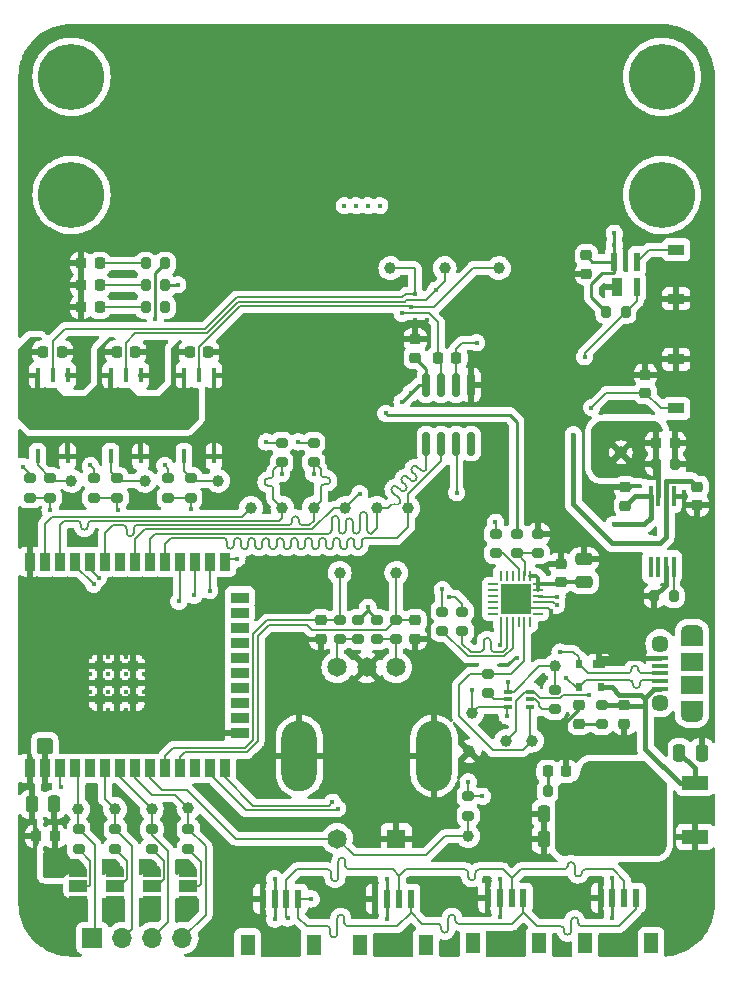
<source format=gtl>
G04 #@! TF.GenerationSoftware,KiCad,Pcbnew,(6.0.11-0)*
G04 #@! TF.CreationDate,2025-05-12T21:09:53-06:00*
G04 #@! TF.ProjectId,DigitalPCB,44696769-7461-46c5-9043-422e6b696361,rev?*
G04 #@! TF.SameCoordinates,Original*
G04 #@! TF.FileFunction,Copper,L1,Top*
G04 #@! TF.FilePolarity,Positive*
%FSLAX46Y46*%
G04 Gerber Fmt 4.6, Leading zero omitted, Abs format (unit mm)*
G04 Created by KiCad (PCBNEW (6.0.11-0)) date 2025-05-12 21:09:53*
%MOMM*%
%LPD*%
G01*
G04 APERTURE LIST*
G04 Aperture macros list*
%AMRoundRect*
0 Rectangle with rounded corners*
0 $1 Rounding radius*
0 $2 $3 $4 $5 $6 $7 $8 $9 X,Y pos of 4 corners*
0 Add a 4 corners polygon primitive as box body*
4,1,4,$2,$3,$4,$5,$6,$7,$8,$9,$2,$3,0*
0 Add four circle primitives for the rounded corners*
1,1,$1+$1,$2,$3*
1,1,$1+$1,$4,$5*
1,1,$1+$1,$6,$7*
1,1,$1+$1,$8,$9*
0 Add four rect primitives between the rounded corners*
20,1,$1+$1,$2,$3,$4,$5,0*
20,1,$1+$1,$4,$5,$6,$7,0*
20,1,$1+$1,$6,$7,$8,$9,0*
20,1,$1+$1,$8,$9,$2,$3,0*%
%AMFreePoly0*
4,1,22,0.550000,-0.750000,0.000000,-0.750000,0.000000,-0.745033,-0.079941,-0.743568,-0.215256,-0.701293,-0.333266,-0.622738,-0.424486,-0.514219,-0.481581,-0.384460,-0.499164,-0.250000,-0.500000,-0.250000,-0.500000,0.250000,-0.499164,0.250000,-0.499963,0.256109,-0.478152,0.396186,-0.417904,0.524511,-0.324060,0.630769,-0.204165,0.706417,-0.067858,0.745374,0.000000,0.744959,0.000000,0.750000,
0.550000,0.750000,0.550000,-0.750000,0.550000,-0.750000,$1*%
%AMFreePoly1*
4,1,20,0.000000,0.744959,0.073905,0.744508,0.209726,0.703889,0.328688,0.626782,0.421226,0.519385,0.479903,0.390333,0.500000,0.250000,0.500000,-0.250000,0.499851,-0.262216,0.476331,-0.402017,0.414519,-0.529596,0.319384,-0.634700,0.198574,-0.708877,0.061801,-0.746166,0.000000,-0.745033,0.000000,-0.750000,-0.550000,-0.750000,-0.550000,0.750000,0.000000,0.750000,0.000000,0.744959,
0.000000,0.744959,$1*%
G04 Aperture macros list end*
G04 #@! TA.AperFunction,SMDPad,CuDef*
%ADD10RoundRect,0.200000X0.275000X-0.200000X0.275000X0.200000X-0.275000X0.200000X-0.275000X-0.200000X0*%
G04 #@! TD*
G04 #@! TA.AperFunction,SMDPad,CuDef*
%ADD11RoundRect,0.225000X-0.250000X0.225000X-0.250000X-0.225000X0.250000X-0.225000X0.250000X0.225000X0*%
G04 #@! TD*
G04 #@! TA.AperFunction,SMDPad,CuDef*
%ADD12RoundRect,0.200000X-0.275000X0.200000X-0.275000X-0.200000X0.275000X-0.200000X0.275000X0.200000X0*%
G04 #@! TD*
G04 #@! TA.AperFunction,SMDPad,CuDef*
%ADD13RoundRect,0.225000X-0.225000X-0.250000X0.225000X-0.250000X0.225000X0.250000X-0.225000X0.250000X0*%
G04 #@! TD*
G04 #@! TA.AperFunction,SMDPad,CuDef*
%ADD14R,1.400000X0.950000*%
G04 #@! TD*
G04 #@! TA.AperFunction,SMDPad,CuDef*
%ADD15RoundRect,0.225000X0.250000X-0.225000X0.250000X0.225000X-0.250000X0.225000X-0.250000X-0.225000X0*%
G04 #@! TD*
G04 #@! TA.AperFunction,SMDPad,CuDef*
%ADD16C,1.000000*%
G04 #@! TD*
G04 #@! TA.AperFunction,SMDPad,CuDef*
%ADD17R,0.939800X1.625600*%
G04 #@! TD*
G04 #@! TA.AperFunction,SMDPad,CuDef*
%ADD18R,0.508000X1.625600*%
G04 #@! TD*
G04 #@! TA.AperFunction,SMDPad,CuDef*
%ADD19RoundRect,0.218750X0.218750X0.256250X-0.218750X0.256250X-0.218750X-0.256250X0.218750X-0.256250X0*%
G04 #@! TD*
G04 #@! TA.AperFunction,SMDPad,CuDef*
%ADD20RoundRect,0.218750X-0.256250X0.218750X-0.256250X-0.218750X0.256250X-0.218750X0.256250X0.218750X0*%
G04 #@! TD*
G04 #@! TA.AperFunction,SMDPad,CuDef*
%ADD21R,0.355600X1.778000*%
G04 #@! TD*
G04 #@! TA.AperFunction,SMDPad,CuDef*
%ADD22R,0.609600X1.549400*%
G04 #@! TD*
G04 #@! TA.AperFunction,SMDPad,CuDef*
%ADD23R,1.193800X1.803400*%
G04 #@! TD*
G04 #@! TA.AperFunction,ComponentPad*
%ADD24C,5.600000*%
G04 #@! TD*
G04 #@! TA.AperFunction,SMDPad,CuDef*
%ADD25R,1.350000X0.400000*%
G04 #@! TD*
G04 #@! TA.AperFunction,SMDPad,CuDef*
%ADD26R,1.900000X1.200000*%
G04 #@! TD*
G04 #@! TA.AperFunction,ComponentPad*
%ADD27O,1.900000X1.200000*%
G04 #@! TD*
G04 #@! TA.AperFunction,SMDPad,CuDef*
%ADD28R,1.900000X1.500000*%
G04 #@! TD*
G04 #@! TA.AperFunction,ComponentPad*
%ADD29C,1.450000*%
G04 #@! TD*
G04 #@! TA.AperFunction,SMDPad,CuDef*
%ADD30RoundRect,0.250000X-0.475000X0.250000X-0.475000X-0.250000X0.475000X-0.250000X0.475000X0.250000X0*%
G04 #@! TD*
G04 #@! TA.AperFunction,SMDPad,CuDef*
%ADD31RoundRect,0.218750X-0.218750X-0.256250X0.218750X-0.256250X0.218750X0.256250X-0.218750X0.256250X0*%
G04 #@! TD*
G04 #@! TA.AperFunction,SMDPad,CuDef*
%ADD32RoundRect,0.200000X0.200000X0.275000X-0.200000X0.275000X-0.200000X-0.275000X0.200000X-0.275000X0*%
G04 #@! TD*
G04 #@! TA.AperFunction,SMDPad,CuDef*
%ADD33RoundRect,0.250000X-0.250000X-0.475000X0.250000X-0.475000X0.250000X0.475000X-0.250000X0.475000X0*%
G04 #@! TD*
G04 #@! TA.AperFunction,SMDPad,CuDef*
%ADD34R,2.200000X1.200000*%
G04 #@! TD*
G04 #@! TA.AperFunction,SMDPad,CuDef*
%ADD35R,6.400000X5.800000*%
G04 #@! TD*
G04 #@! TA.AperFunction,SMDPad,CuDef*
%ADD36FreePoly0,90.000000*%
G04 #@! TD*
G04 #@! TA.AperFunction,SMDPad,CuDef*
%ADD37R,1.500000X1.000000*%
G04 #@! TD*
G04 #@! TA.AperFunction,SMDPad,CuDef*
%ADD38FreePoly1,90.000000*%
G04 #@! TD*
G04 #@! TA.AperFunction,SMDPad,CuDef*
%ADD39RoundRect,0.062500X0.350000X0.062500X-0.350000X0.062500X-0.350000X-0.062500X0.350000X-0.062500X0*%
G04 #@! TD*
G04 #@! TA.AperFunction,SMDPad,CuDef*
%ADD40RoundRect,0.062500X0.062500X0.350000X-0.062500X0.350000X-0.062500X-0.350000X0.062500X-0.350000X0*%
G04 #@! TD*
G04 #@! TA.AperFunction,SMDPad,CuDef*
%ADD41R,2.600000X2.600000*%
G04 #@! TD*
G04 #@! TA.AperFunction,SMDPad,CuDef*
%ADD42RoundRect,0.150000X-0.150000X0.825000X-0.150000X-0.825000X0.150000X-0.825000X0.150000X0.825000X0*%
G04 #@! TD*
G04 #@! TA.AperFunction,ComponentPad*
%ADD43R,1.650000X1.650000*%
G04 #@! TD*
G04 #@! TA.AperFunction,ComponentPad*
%ADD44C,1.650000*%
G04 #@! TD*
G04 #@! TA.AperFunction,ComponentPad*
%ADD45O,3.000000X6.000000*%
G04 #@! TD*
G04 #@! TA.AperFunction,SMDPad,CuDef*
%ADD46RoundRect,0.250000X0.250000X0.475000X-0.250000X0.475000X-0.250000X-0.475000X0.250000X-0.475000X0*%
G04 #@! TD*
G04 #@! TA.AperFunction,SMDPad,CuDef*
%ADD47R,0.406400X1.219200*%
G04 #@! TD*
G04 #@! TA.AperFunction,SMDPad,CuDef*
%ADD48R,0.889000X1.498600*%
G04 #@! TD*
G04 #@! TA.AperFunction,SMDPad,CuDef*
%ADD49R,1.498600X0.889000*%
G04 #@! TD*
G04 #@! TA.AperFunction,SMDPad,CuDef*
%ADD50R,0.889000X0.889000*%
G04 #@! TD*
G04 #@! TA.AperFunction,ComponentPad*
%ADD51R,1.700000X1.700000*%
G04 #@! TD*
G04 #@! TA.AperFunction,ComponentPad*
%ADD52O,1.700000X1.700000*%
G04 #@! TD*
G04 #@! TA.AperFunction,SMDPad,CuDef*
%ADD53R,0.650000X0.400000*%
G04 #@! TD*
G04 #@! TA.AperFunction,SMDPad,CuDef*
%ADD54R,1.000000X0.700000*%
G04 #@! TD*
G04 #@! TA.AperFunction,SMDPad,CuDef*
%ADD55R,0.600000X0.700000*%
G04 #@! TD*
G04 #@! TA.AperFunction,ViaPad*
%ADD56C,0.450000*%
G04 #@! TD*
G04 #@! TA.AperFunction,Conductor*
%ADD57C,0.160000*%
G04 #@! TD*
G04 #@! TA.AperFunction,Conductor*
%ADD58C,0.350000*%
G04 #@! TD*
G04 #@! TA.AperFunction,Conductor*
%ADD59C,0.250000*%
G04 #@! TD*
G04 #@! TA.AperFunction,Conductor*
%ADD60C,0.450000*%
G04 #@! TD*
G04 #@! TA.AperFunction,Conductor*
%ADD61C,0.200000*%
G04 #@! TD*
G04 APERTURE END LIST*
D10*
X53200000Y-90625000D03*
X53200000Y-88975000D03*
D11*
X101800000Y-108223600D03*
X101800000Y-109773600D03*
D12*
X99890000Y-108173600D03*
X99890000Y-109823600D03*
D13*
X65025000Y-78300000D03*
X66575000Y-78300000D03*
D14*
X106200000Y-69625000D03*
X106200000Y-73775000D03*
D15*
X84100000Y-78775000D03*
X84100000Y-77225000D03*
D12*
X64900000Y-118700000D03*
X64900000Y-120350000D03*
D10*
X90910000Y-95348600D03*
X90910000Y-93698600D03*
D11*
X101900000Y-89750000D03*
X101900000Y-91300000D03*
D16*
X91800000Y-111200000D03*
D17*
X101173400Y-72766800D03*
D18*
X102877500Y-72766800D03*
X102877501Y-70633200D03*
X100957499Y-70633200D03*
D19*
X96887500Y-113800000D03*
X95312500Y-113800000D03*
D20*
X97990000Y-108211100D03*
X97990000Y-109786100D03*
D10*
X88600000Y-117550000D03*
X88600000Y-115900000D03*
D16*
X94000000Y-111200000D03*
D21*
X104025001Y-96471800D03*
X104674999Y-96471800D03*
X105325001Y-96471800D03*
X105974999Y-96471800D03*
X105974999Y-90528200D03*
X105325001Y-90528200D03*
X104674999Y-90528200D03*
X104025001Y-90528200D03*
D16*
X95900000Y-104900000D03*
X78180000Y-91500000D03*
X64900000Y-116900000D03*
D22*
X99799998Y-124498500D03*
X100799999Y-124498500D03*
X101799997Y-124498500D03*
X102799998Y-124498500D03*
D23*
X98499999Y-128373501D03*
X104099997Y-128373501D03*
D24*
X55000000Y-65000000D03*
D25*
X104837500Y-106800000D03*
X104837500Y-106150000D03*
X104837500Y-105500000D03*
X104837500Y-104850000D03*
X104837500Y-104200000D03*
D26*
X107537500Y-102600000D03*
D27*
X107537500Y-102000000D03*
D28*
X107537500Y-104500000D03*
D27*
X107537500Y-109000000D03*
D28*
X107537500Y-106500000D03*
D29*
X104837500Y-103000000D03*
X104837500Y-108000000D03*
D26*
X107537500Y-108400000D03*
D12*
X58716000Y-118700000D03*
X58716000Y-120350000D03*
D22*
X71205050Y-124598500D03*
X72205051Y-124598500D03*
X73205049Y-124598500D03*
X74205050Y-124598500D03*
D23*
X69905051Y-128473501D03*
X75505049Y-128473501D03*
D22*
X90268348Y-124498500D03*
X91268349Y-124498500D03*
X92268347Y-124498500D03*
X93268348Y-124498500D03*
D23*
X88968349Y-128373501D03*
X94568347Y-128373501D03*
D12*
X94510000Y-93698600D03*
X94510000Y-95348600D03*
D13*
X52625000Y-78300000D03*
X54175000Y-78300000D03*
D16*
X88900000Y-108900000D03*
D30*
X98410000Y-95848600D03*
X98410000Y-97748600D03*
D31*
X55812500Y-74500000D03*
X57387500Y-74500000D03*
D15*
X108000000Y-91275000D03*
X108000000Y-89725000D03*
D12*
X55600000Y-118700000D03*
X55600000Y-120350000D03*
D31*
X55812500Y-70800000D03*
X57387500Y-70800000D03*
D16*
X83500000Y-91500000D03*
X82500000Y-97000000D03*
D32*
X62925000Y-74500000D03*
X61275000Y-74500000D03*
D33*
X51650000Y-116600000D03*
X53550000Y-116600000D03*
D34*
X107780000Y-119345000D03*
D35*
X101480000Y-117065000D03*
D34*
X107780000Y-114785000D03*
D36*
X55580000Y-124825000D03*
D37*
X55580000Y-123525000D03*
D38*
X55580000Y-122225000D03*
D13*
X58825000Y-78300000D03*
X60375000Y-78300000D03*
D16*
X101500000Y-86800000D03*
X72860000Y-91500000D03*
D13*
X86025000Y-78800000D03*
X87575000Y-78800000D03*
D39*
X94537500Y-100450000D03*
X94537500Y-99950000D03*
X94537500Y-99450000D03*
X94537500Y-98950000D03*
X94537500Y-98450000D03*
X94537500Y-97950000D03*
D40*
X93850000Y-97262500D03*
X93350000Y-97262500D03*
X92850000Y-97262500D03*
X92350000Y-97262500D03*
X91850000Y-97262500D03*
X91350000Y-97262500D03*
D39*
X90662500Y-97950000D03*
X90662500Y-98450000D03*
X90662500Y-98950000D03*
X90662500Y-99450000D03*
X90662500Y-99950000D03*
X90662500Y-100450000D03*
D40*
X91350000Y-101137500D03*
X91850000Y-101137500D03*
X92350000Y-101137500D03*
X92850000Y-101137500D03*
X93350000Y-101137500D03*
X93850000Y-101137500D03*
D41*
X92600000Y-99200000D03*
D42*
X88845000Y-81095000D03*
X87575000Y-81095000D03*
X86305000Y-81095000D03*
X85035000Y-81095000D03*
X85035000Y-86045000D03*
X86305000Y-86045000D03*
X87575000Y-86045000D03*
X88845000Y-86045000D03*
D43*
X82500000Y-119500000D03*
D44*
X77500000Y-119500000D03*
X82500000Y-105000000D03*
X77500000Y-105000000D03*
X80000000Y-105000000D03*
D45*
X85700000Y-112500000D03*
X74300000Y-112500000D03*
D16*
X91200000Y-71200000D03*
D12*
X90300000Y-105550000D03*
X90300000Y-107200000D03*
D16*
X88600000Y-119300000D03*
D12*
X56900000Y-88975000D03*
X56900000Y-90625000D03*
D46*
X96870000Y-117400000D03*
X94970000Y-117400000D03*
D32*
X101925000Y-74900000D03*
X100275000Y-74900000D03*
D16*
X55580000Y-117000000D03*
X77700000Y-97000000D03*
X82000000Y-71200000D03*
D24*
X105000000Y-55000000D03*
D32*
X62925000Y-72650000D03*
X61275000Y-72650000D03*
D16*
X70200000Y-91500000D03*
D32*
X96965000Y-115495000D03*
X95315000Y-115495000D03*
D13*
X104525000Y-86000000D03*
X106075000Y-86000000D03*
D47*
X52130000Y-87141700D03*
X54670000Y-87141700D03*
X54670000Y-80258300D03*
X53400000Y-80258300D03*
X52130000Y-80258300D03*
D12*
X88100000Y-100275000D03*
X88100000Y-101925000D03*
X61812000Y-118700000D03*
X61812000Y-120350000D03*
D48*
X51491330Y-113550000D03*
X52761330Y-113550000D03*
X54031330Y-113550000D03*
X55301330Y-113550000D03*
X56571330Y-113550000D03*
X57841330Y-113550000D03*
X59111330Y-113550000D03*
X60381330Y-113550000D03*
X61651330Y-113550000D03*
X62921330Y-113550000D03*
X64191330Y-113550000D03*
X65461330Y-113550000D03*
X66731330Y-113550000D03*
X68001330Y-113550000D03*
D49*
X69251772Y-110515000D03*
X69251772Y-109245000D03*
X69251772Y-107975000D03*
X69251772Y-106705000D03*
X69251772Y-105435000D03*
X69251772Y-104165000D03*
X69251772Y-102895000D03*
X69251772Y-101625000D03*
X69251772Y-100355000D03*
X69251772Y-99085000D03*
D48*
X68001330Y-96050000D03*
X66731330Y-96050000D03*
X65461330Y-96050000D03*
X64191330Y-96050000D03*
X62921330Y-96050000D03*
X61651330Y-96050000D03*
X60381330Y-96050000D03*
X59111330Y-96050000D03*
X57841330Y-96050000D03*
X56571330Y-96050000D03*
X55301330Y-96050000D03*
X54031330Y-96050000D03*
X52761330Y-96050000D03*
X51491330Y-96050000D03*
D50*
X57431193Y-107704289D03*
X57431193Y-106304290D03*
X57431193Y-104904290D03*
X58831193Y-107704289D03*
X58831193Y-106304290D03*
X58831193Y-104904290D03*
X60231191Y-107704236D03*
X60231191Y-106304188D03*
X60231191Y-104904140D03*
D10*
X82500000Y-102625000D03*
X82500000Y-100975000D03*
D12*
X95900000Y-106875000D03*
X95900000Y-108525000D03*
D16*
X88700000Y-112100000D03*
X61800000Y-117000000D03*
D32*
X106000000Y-98975000D03*
X104350000Y-98975000D03*
D10*
X58875000Y-90625000D03*
X58875000Y-88975000D03*
D36*
X61800000Y-124825000D03*
D37*
X61800000Y-123525000D03*
D38*
X61800000Y-122225000D03*
D11*
X96410000Y-96243600D03*
X96410000Y-97793600D03*
D51*
X56780000Y-127900000D03*
D52*
X59320000Y-127900000D03*
X61860000Y-127900000D03*
X64400000Y-127900000D03*
D16*
X61200000Y-89200000D03*
D12*
X80900000Y-100975000D03*
X80900000Y-102625000D03*
D31*
X55812500Y-72650000D03*
X57387500Y-72650000D03*
D15*
X103600000Y-81775000D03*
X103600000Y-80225000D03*
D12*
X92710000Y-93698600D03*
X92710000Y-95348600D03*
D36*
X64900000Y-124825000D03*
D37*
X64900000Y-123525000D03*
D38*
X64900000Y-122225000D03*
D14*
X106200000Y-78925000D03*
X106200000Y-83075000D03*
D10*
X75500000Y-87625000D03*
X75500000Y-85975000D03*
X65100000Y-90625000D03*
X65100000Y-88975000D03*
D12*
X86400000Y-100275000D03*
X86400000Y-101925000D03*
D24*
X105000000Y-65000000D03*
D32*
X62925000Y-70800000D03*
X61275000Y-70800000D03*
X106125000Y-87800000D03*
X104475000Y-87800000D03*
D16*
X58700000Y-117000000D03*
D33*
X106480000Y-112240000D03*
X108380000Y-112240000D03*
D12*
X63200000Y-88975000D03*
X63200000Y-90625000D03*
D16*
X55000000Y-89200000D03*
D11*
X84100000Y-101025000D03*
X84100000Y-102575000D03*
D53*
X91950000Y-107050000D03*
X91950000Y-107700000D03*
X91950000Y-108350000D03*
X93850000Y-108350000D03*
X93850000Y-107700000D03*
X93850000Y-107050000D03*
D10*
X77700000Y-102625000D03*
X77700000Y-100975000D03*
D54*
X99650000Y-104700000D03*
D55*
X97950000Y-104700000D03*
X97950000Y-106700000D03*
X99850000Y-106700000D03*
D16*
X86600000Y-71200000D03*
D47*
X64530000Y-87141700D03*
X67070000Y-87141700D03*
X67070000Y-80258300D03*
X65800000Y-80258300D03*
X64530000Y-80258300D03*
D10*
X72800000Y-87625000D03*
X72800000Y-85975000D03*
D15*
X98600000Y-71675000D03*
X98600000Y-70125000D03*
D24*
X55000000Y-55000000D03*
D16*
X75520000Y-91500000D03*
D46*
X96870000Y-119555000D03*
X94970000Y-119555000D03*
D13*
X52025000Y-119300000D03*
X53575000Y-119300000D03*
D16*
X80840000Y-91500000D03*
D22*
X80736699Y-124598500D03*
X81736700Y-124598500D03*
X82736698Y-124598500D03*
X83736699Y-124598500D03*
D23*
X79436700Y-128473501D03*
X85036698Y-128473501D03*
D12*
X51500000Y-88975000D03*
X51500000Y-90625000D03*
X79300000Y-100975000D03*
X79300000Y-102625000D03*
D16*
X67400000Y-89200000D03*
D11*
X76100000Y-101025000D03*
X76100000Y-102575000D03*
D47*
X58330000Y-87141700D03*
X60870000Y-87141700D03*
X60870000Y-80258300D03*
X59600000Y-80258300D03*
X58330000Y-80258300D03*
D36*
X58700000Y-124825000D03*
D37*
X58700000Y-123525000D03*
D38*
X58700000Y-122225000D03*
D56*
X62900000Y-87900000D03*
X89800000Y-115900000D03*
X61800000Y-122300000D03*
X91300000Y-122900000D03*
X64900000Y-122300000D03*
X53600000Y-121600000D03*
X91300000Y-126100000D03*
X88600000Y-114700000D03*
X101000000Y-85000000D03*
X90900000Y-92700000D03*
X100957499Y-68242501D03*
X102000000Y-88000000D03*
X74200000Y-85900000D03*
X83750000Y-81750000D03*
X100000000Y-85000000D03*
X97206400Y-97793600D03*
X81700000Y-126300000D03*
X63000000Y-74500000D03*
X102000000Y-85000000D03*
X100000000Y-86000000D03*
X100000000Y-87000000D03*
X98410000Y-97748600D03*
X83000000Y-82500000D03*
X52700000Y-111700000D03*
X103000000Y-87000000D03*
X50900000Y-88000000D03*
X53600000Y-118100000D03*
X72200000Y-126300000D03*
X71500000Y-85900000D03*
X103000000Y-86000000D03*
X55600000Y-122300000D03*
X81700000Y-122900000D03*
X101000000Y-88000000D03*
X103000000Y-85000000D03*
X100800000Y-126200000D03*
X95750000Y-97950000D03*
X100000000Y-88000000D03*
X72200000Y-122900000D03*
X58700000Y-122300000D03*
X100957499Y-69242501D03*
X56600000Y-87900000D03*
X103000000Y-88000000D03*
X100800000Y-122800000D03*
X64000000Y-72600000D03*
X80100000Y-65900000D03*
X97500000Y-86300000D03*
X97500000Y-89400000D03*
X97500000Y-87400000D03*
X79100000Y-65900000D03*
X97500000Y-88400000D03*
X78100000Y-65900000D03*
X97500000Y-85300000D03*
X81100000Y-65900000D03*
X54200000Y-83700000D03*
X61700000Y-83700000D03*
X55700000Y-83700000D03*
X63200000Y-83700000D03*
X81600000Y-83500000D03*
X58700000Y-83700000D03*
X57200000Y-83700000D03*
X58825000Y-78300000D03*
X60200000Y-83700000D03*
X52700000Y-83700000D03*
X64700000Y-83700000D03*
X62100000Y-75500000D03*
X51200000Y-83700000D03*
X80100000Y-99900000D03*
X98700000Y-114600000D03*
X98700000Y-117000000D03*
X101900000Y-92900000D03*
X104000000Y-92400000D03*
X100900000Y-92900000D03*
X103000000Y-92900000D03*
X98700000Y-119600000D03*
X98800000Y-107300000D03*
X98449500Y-78700000D03*
X54100000Y-115100000D03*
X91800000Y-111200000D03*
X91900000Y-109100000D03*
X88900000Y-106900000D03*
X99029500Y-83000000D03*
X69000000Y-95800000D03*
X57300000Y-97400000D03*
X86400000Y-98400000D03*
X86929500Y-99000000D03*
X56875132Y-97955690D03*
X96900000Y-105900000D03*
X96100000Y-99000000D03*
X96370500Y-103700000D03*
X96075338Y-99724165D03*
X75500000Y-88600000D03*
X73300000Y-126200000D03*
X72800000Y-88600000D03*
X75300000Y-124600000D03*
X92000000Y-106200000D03*
X91320500Y-103100000D03*
X79400000Y-90300000D03*
X87600000Y-90200000D03*
X83729500Y-74470500D03*
X84089500Y-73370500D03*
X85828972Y-73071028D03*
X83000000Y-75000000D03*
X89300000Y-77500000D03*
X58100000Y-102600000D03*
X56600000Y-107100000D03*
X62600000Y-105600000D03*
X59600000Y-102600000D03*
X55100000Y-110100000D03*
X107800000Y-117200000D03*
X98800000Y-124500000D03*
X59600000Y-105600000D03*
X88600000Y-93700000D03*
X107800000Y-122500000D03*
X56600000Y-110100000D03*
X58100000Y-105600000D03*
X103100000Y-98900000D03*
X82200000Y-128300000D03*
X58700000Y-124800000D03*
X83800000Y-58700000D03*
X95580973Y-100219047D03*
X70200000Y-124600000D03*
X107400000Y-99000000D03*
X50800000Y-119300000D03*
X58100000Y-104100000D03*
X59600000Y-108600000D03*
X58100000Y-107100000D03*
X63500000Y-117900000D03*
X55100000Y-91300000D03*
X56600000Y-105600000D03*
X61800000Y-124800000D03*
X101600000Y-103400000D03*
X59700000Y-87100000D03*
X50700000Y-115200000D03*
X67800000Y-78300000D03*
X93300000Y-117400000D03*
X57100000Y-117800000D03*
X98400000Y-94600000D03*
X92700000Y-104200000D03*
X56600000Y-104100000D03*
X61100000Y-102600000D03*
X79900000Y-96400000D03*
X77700000Y-56300000D03*
X96500000Y-95000000D03*
X96400000Y-124500000D03*
X65800000Y-87100000D03*
X54600000Y-70800000D03*
X101600000Y-82900000D03*
X76600000Y-57200000D03*
X62600000Y-102600000D03*
X62600000Y-104100000D03*
X94800000Y-106100000D03*
X80200000Y-56600000D03*
X62600000Y-107100000D03*
X108100000Y-88500000D03*
X59600000Y-104100000D03*
X67800000Y-124600000D03*
X76600000Y-58200000D03*
X55600000Y-124800000D03*
X61200000Y-91200000D03*
X59400000Y-73600000D03*
X107300000Y-86000000D03*
X102900000Y-103400000D03*
X93300000Y-119500000D03*
X90500000Y-110000000D03*
X72700000Y-128300000D03*
X61100000Y-108600000D03*
X51900000Y-120600000D03*
X89300000Y-124500000D03*
X100400000Y-90900000D03*
X94500000Y-92400000D03*
X75700000Y-96300000D03*
X101800000Y-111300000D03*
X55400000Y-78300000D03*
X107100000Y-110500000D03*
X109200000Y-89700000D03*
X84100000Y-75600000D03*
X96600000Y-128300000D03*
X55100000Y-102600000D03*
X54600000Y-74500000D03*
X99900000Y-72900000D03*
X77400000Y-124600000D03*
X82200000Y-56800000D03*
X62600000Y-108600000D03*
X106100000Y-84700000D03*
X64900000Y-124800000D03*
X78600000Y-56300000D03*
X105000000Y-110700000D03*
X96900000Y-112500000D03*
X107300000Y-87700000D03*
X74100000Y-88600000D03*
X51100000Y-111700000D03*
X59600000Y-110100000D03*
X100800000Y-128200000D03*
X104400000Y-93700000D03*
X85100000Y-75600000D03*
X55100000Y-104100000D03*
X55000000Y-98200000D03*
X79700000Y-124600000D03*
X55100000Y-107100000D03*
X79400000Y-56300000D03*
X106200000Y-72600000D03*
X51900000Y-118000000D03*
X56600000Y-108600000D03*
X87200000Y-96800000D03*
X55300000Y-94100000D03*
X61100000Y-105600000D03*
X61100000Y-110100000D03*
X83800000Y-62800000D03*
X54600000Y-72600000D03*
X58100000Y-108600000D03*
X59600000Y-107100000D03*
X96600000Y-109900000D03*
X106200000Y-80200000D03*
X55100000Y-108600000D03*
X61600000Y-78300000D03*
X62600000Y-110100000D03*
X59400000Y-71700000D03*
X60300000Y-117900000D03*
X76600000Y-56300000D03*
X58100000Y-110100000D03*
X91600000Y-128000000D03*
X61100000Y-107100000D03*
X86900000Y-124500000D03*
X55100000Y-105600000D03*
X100400000Y-89800000D03*
X108400000Y-110500000D03*
X51700000Y-115100000D03*
X61100000Y-104100000D03*
X71500000Y-99700000D03*
X95000000Y-121300000D03*
X56600000Y-102600000D03*
X86900000Y-128400000D03*
X53400000Y-87100000D03*
X76100000Y-99300000D03*
X77100000Y-116400000D03*
X77536976Y-116946220D03*
X66700000Y-98500000D03*
X65100000Y-91600000D03*
X65400000Y-98900000D03*
X58900000Y-91700000D03*
X53200000Y-91700000D03*
X64100000Y-99400000D03*
D57*
X71575000Y-85975000D02*
X71500000Y-85900000D01*
D58*
X94537500Y-97437500D02*
X94537500Y-97950000D01*
D57*
X56900000Y-88975000D02*
X56900000Y-88200000D01*
D59*
X100957499Y-71629000D02*
X99898817Y-71629000D01*
D58*
X93850000Y-97262500D02*
X94362500Y-97262500D01*
D59*
X100800000Y-126200000D02*
X100799999Y-124498500D01*
X100957499Y-70633200D02*
X99108200Y-70633200D01*
D58*
X94362500Y-97262500D02*
X94537500Y-97437500D01*
D59*
X91300000Y-126100000D02*
X91300000Y-124530151D01*
X99000000Y-73625000D02*
X100275000Y-74900000D01*
D58*
X96410000Y-97793600D02*
X97206400Y-97793600D01*
D59*
X83750000Y-81750000D02*
X83000000Y-82500000D01*
X72200000Y-122900000D02*
X72200000Y-124593449D01*
D57*
X88600000Y-115900000D02*
X89800000Y-115900000D01*
D59*
X100800000Y-122800000D02*
X100799999Y-124498500D01*
D57*
X63200000Y-88200000D02*
X62900000Y-87900000D01*
X63200000Y-88975000D02*
X63200000Y-88200000D01*
D59*
X84405000Y-81095000D02*
X83750000Y-81750000D01*
D57*
X74275000Y-85975000D02*
X74200000Y-85900000D01*
D59*
X81700000Y-122900000D02*
X81700000Y-124561800D01*
X100957499Y-70633200D02*
X100957499Y-71629000D01*
D57*
X56900000Y-88200000D02*
X56600000Y-87900000D01*
X75500000Y-85975000D02*
X74275000Y-85975000D01*
X51500000Y-88600000D02*
X50900000Y-88000000D01*
D59*
X81700000Y-126300000D02*
X81700000Y-124635200D01*
D57*
X88600000Y-114700000D02*
X88600000Y-115900000D01*
D58*
X97206400Y-97793600D02*
X98365000Y-97793600D01*
D59*
X85035000Y-81095000D02*
X85035000Y-79710000D01*
D58*
X94537500Y-98450000D02*
X94537500Y-97950000D01*
D57*
X51500000Y-88975000D02*
X51500000Y-88600000D01*
D59*
X91300000Y-122900000D02*
X91300000Y-124466849D01*
D57*
X90910000Y-92710000D02*
X90900000Y-92700000D01*
D59*
X99108200Y-70633200D02*
X98600000Y-70125000D01*
X85035000Y-79710000D02*
X84100000Y-78775000D01*
D57*
X72800000Y-85975000D02*
X71575000Y-85975000D01*
D58*
X95750000Y-97950000D02*
X96253600Y-97950000D01*
D59*
X99000000Y-72527817D02*
X99000000Y-73625000D01*
X72200000Y-126300000D02*
X72200000Y-124603551D01*
X85035000Y-81095000D02*
X84405000Y-81095000D01*
D57*
X90910000Y-93698600D02*
X90910000Y-92710000D01*
D59*
X100957499Y-69242501D02*
X100957499Y-68242501D01*
X99898817Y-71629000D02*
X99000000Y-72527817D01*
D60*
X104674999Y-87999999D02*
X104475000Y-87800000D01*
D58*
X94537500Y-97950000D02*
X95750000Y-97950000D01*
D60*
X104674999Y-90528200D02*
X104674999Y-87999999D01*
D59*
X100957499Y-70633200D02*
X100957499Y-69242501D01*
D57*
X61275000Y-70800000D02*
X57387500Y-70800000D01*
D60*
X97500000Y-91200000D02*
X97500000Y-89400000D01*
X97500000Y-89400000D02*
X97500000Y-88400000D01*
X97500000Y-86300000D02*
X97500000Y-85300000D01*
X105372199Y-89214200D02*
X107489200Y-89214200D01*
X105325001Y-93974999D02*
X104800000Y-94500000D01*
D59*
X62925000Y-72650000D02*
X63950000Y-72650000D01*
D60*
X97500000Y-88400000D02*
X97500000Y-87400000D01*
X100800000Y-94500000D02*
X97500000Y-91200000D01*
X104800000Y-94500000D02*
X100800000Y-94500000D01*
X107489200Y-89214200D02*
X108000000Y-89725000D01*
X105325001Y-90528200D02*
X105325001Y-93974999D01*
X97500000Y-87400000D02*
X97500000Y-86300000D01*
X105325001Y-90528200D02*
X105325001Y-89261398D01*
D59*
X63950000Y-72650000D02*
X64000000Y-72600000D01*
D60*
X105325001Y-89261398D02*
X105372199Y-89214200D01*
D59*
X62925000Y-70800000D02*
X62100000Y-71625000D01*
X80100000Y-100175000D02*
X79300000Y-100975000D01*
X80100000Y-100175000D02*
X80900000Y-100975000D01*
X92710000Y-93698600D02*
X92710000Y-84210000D01*
X81700000Y-83600000D02*
X81600000Y-83500000D01*
X62100000Y-71625000D02*
X62100000Y-75500000D01*
X80100000Y-99900000D02*
X80100000Y-100175000D01*
X92710000Y-84210000D02*
X92100000Y-83600000D01*
X92100000Y-83600000D02*
X81700000Y-83600000D01*
D60*
X104025001Y-90528200D02*
X104025001Y-92374999D01*
X103600000Y-92800000D02*
X103500000Y-92900000D01*
X102671800Y-90528200D02*
X101900000Y-91300000D01*
X104025001Y-92374999D02*
X103600000Y-92800000D01*
X103500000Y-92900000D02*
X100900000Y-92900000D01*
X104025001Y-90528200D02*
X102671800Y-90528200D01*
D57*
X93850000Y-107050000D02*
X93365000Y-107050000D01*
X102877500Y-73947500D02*
X101925000Y-74900000D01*
X54031330Y-115031330D02*
X54100000Y-115100000D01*
X94655000Y-107555000D02*
X94150000Y-107050000D01*
X98800000Y-107300000D02*
X98770000Y-107330000D01*
X93365000Y-107050000D02*
X92600000Y-107815000D01*
X102877500Y-72766800D02*
X102877500Y-73947500D01*
X96373823Y-107555000D02*
X94655000Y-107555000D01*
X92600000Y-107815000D02*
X92600000Y-110400000D01*
X54031330Y-113550000D02*
X54031330Y-115031330D01*
X94150000Y-107050000D02*
X93850000Y-107050000D01*
X96598823Y-107330000D02*
X96373823Y-107555000D01*
X98770000Y-107330000D02*
X96598823Y-107330000D01*
X92600000Y-110400000D02*
X91800000Y-111200000D01*
X98449500Y-78375500D02*
X98449500Y-78700000D01*
X101925000Y-74900000D02*
X98449500Y-78375500D01*
X56970000Y-127710000D02*
X56970000Y-120070000D01*
X55580000Y-118680000D02*
X55580000Y-117000000D01*
X56970000Y-120070000D02*
X55600000Y-118700000D01*
X55580000Y-117000000D02*
X55580000Y-113828670D01*
X61812000Y-119196177D02*
X61812000Y-118700000D01*
X61800000Y-118688000D02*
X61800000Y-117000000D01*
X63200000Y-120584177D02*
X61812000Y-119196177D01*
X61800000Y-117000000D02*
X59111330Y-114311330D01*
X61860000Y-127900000D02*
X63200000Y-126560000D01*
X59111330Y-114311330D02*
X59111330Y-113550000D01*
X63200000Y-126560000D02*
X63200000Y-120584177D01*
X66360000Y-120160000D02*
X64900000Y-118700000D01*
X64900000Y-118700000D02*
X64900000Y-116900000D01*
X60381330Y-114381330D02*
X60381330Y-113550000D01*
X64400000Y-127900000D02*
X66360000Y-125940000D01*
X61800000Y-115800000D02*
X60381330Y-114381330D01*
X66360000Y-125940000D02*
X66360000Y-120160000D01*
X63800000Y-115800000D02*
X61800000Y-115800000D01*
X64900000Y-116900000D02*
X63800000Y-115800000D01*
X88600000Y-117550000D02*
X88600000Y-119300000D01*
X62700000Y-115400000D02*
X61651330Y-114351330D01*
X77500000Y-119500000D02*
X68900000Y-119500000D01*
X68900000Y-119500000D02*
X64800000Y-115400000D01*
X78900000Y-120900000D02*
X77500000Y-119500000D01*
X85000000Y-120900000D02*
X78900000Y-120900000D01*
X88600000Y-119300000D02*
X86600000Y-119300000D01*
X64800000Y-115400000D02*
X62700000Y-115400000D01*
X61651330Y-114351330D02*
X61651330Y-113550000D01*
X86600000Y-119300000D02*
X85000000Y-120900000D01*
X76100000Y-101025000D02*
X71575000Y-101025000D01*
X62921330Y-112478670D02*
X62921330Y-113550000D01*
X63600000Y-111800000D02*
X62921330Y-112478670D01*
X77700000Y-100975000D02*
X77700000Y-97000000D01*
X70400000Y-111120572D02*
X69720572Y-111800000D01*
X77700000Y-100975000D02*
X76150000Y-100975000D01*
X70400000Y-102200000D02*
X70400000Y-111120572D01*
X71575000Y-101025000D02*
X70400000Y-102200000D01*
X69720572Y-111800000D02*
X63600000Y-111800000D01*
X69869688Y-112160000D02*
X64640000Y-112160000D01*
X70760000Y-111269688D02*
X69869688Y-112160000D01*
X81630000Y-101845000D02*
X75360000Y-101845000D01*
X82500000Y-100975000D02*
X82500000Y-97000000D01*
X82500000Y-100975000D02*
X81630000Y-101845000D01*
X71724116Y-101385000D02*
X70760000Y-102349116D01*
X74900000Y-101385000D02*
X71724116Y-101385000D01*
X64191330Y-112608670D02*
X64191330Y-113550000D01*
X84100000Y-101025000D02*
X82550000Y-101025000D01*
X64640000Y-112160000D02*
X64191330Y-112608670D01*
X70760000Y-102349116D02*
X70760000Y-111269688D01*
X75360000Y-101845000D02*
X74900000Y-101385000D01*
X89450000Y-108350000D02*
X88900000Y-108900000D01*
X104900000Y-83075000D02*
X103600000Y-81775000D01*
X106200000Y-83075000D02*
X104900000Y-83075000D01*
X88900000Y-108900000D02*
X88900000Y-106900000D01*
X91900000Y-109100000D02*
X91900000Y-108400000D01*
X100254500Y-81775000D02*
X99029500Y-83000000D01*
X69000000Y-95800000D02*
X68251330Y-95800000D01*
X91950000Y-108350000D02*
X89450000Y-108350000D01*
X103600000Y-81775000D02*
X100254500Y-81775000D01*
X56571330Y-96671330D02*
X57300000Y-97400000D01*
X86400000Y-98400000D02*
X86400000Y-100275000D01*
X88100000Y-99600000D02*
X88100000Y-100275000D01*
X55301330Y-96381888D02*
X56875132Y-97955690D01*
X86929500Y-99000000D02*
X87500000Y-99000000D01*
X87500000Y-99000000D02*
X88100000Y-99600000D01*
X102230000Y-106070000D02*
X98580000Y-106070000D01*
X97700000Y-106700000D02*
X96900000Y-105900000D01*
X102530000Y-106450935D02*
X102530000Y-106370000D01*
X103130000Y-106370000D02*
X103130000Y-106450935D01*
X97950000Y-106700000D02*
X97700000Y-106700000D01*
X96100000Y-99000000D02*
X94587500Y-99000000D01*
X94587500Y-99000000D02*
X94537500Y-98950000D01*
X104757500Y-106070000D02*
X103430000Y-106070000D01*
X98580000Y-106070000D02*
X97950000Y-106700000D01*
X102830000Y-106750900D02*
G75*
G03*
X103130000Y-106450935I0J300000D01*
G01*
X102529965Y-106450935D02*
G75*
G03*
X102830000Y-106750935I300035J35D01*
G01*
X102230000Y-106070000D02*
G75*
G02*
X102530000Y-106370000I0J-300000D01*
G01*
X103130000Y-106370000D02*
G75*
G02*
X103430000Y-106070000I300000J0D01*
G01*
X102400000Y-105200000D02*
X102400000Y-105151911D01*
X97950000Y-104150000D02*
X97500000Y-103700000D01*
X103000000Y-105151911D02*
X103000000Y-105200000D01*
X103300000Y-105500000D02*
X104837500Y-105500000D01*
X97950000Y-104700000D02*
X97950000Y-104150000D01*
X95801173Y-99450000D02*
X94537500Y-99450000D01*
X96075338Y-99724165D02*
X95801173Y-99450000D01*
X97950000Y-104700000D02*
X98750000Y-105500000D01*
X97500000Y-103700000D02*
X96370500Y-103700000D01*
X98750000Y-105500000D02*
X102100000Y-105500000D01*
X102400000Y-105200000D02*
G75*
G02*
X102100000Y-105500000I-300000J0D01*
G01*
X102700000Y-104851900D02*
G75*
G03*
X102400000Y-105151911I0J-300000D01*
G01*
X103300000Y-105500000D02*
G75*
G02*
X103000000Y-105200000I0J300000D01*
G01*
X102999989Y-105151911D02*
G75*
G03*
X102700000Y-104851911I-299989J11D01*
G01*
X61275000Y-72650000D02*
X57387500Y-72650000D01*
X73205049Y-122994951D02*
X74100000Y-122100000D01*
X101799997Y-124498500D02*
X101799997Y-123050463D01*
X89200000Y-122733231D02*
X89200000Y-122400000D01*
X88600000Y-122400000D02*
X88600000Y-122733231D01*
X78500000Y-122100000D02*
X82200000Y-122100000D01*
X59660000Y-93260000D02*
X59660000Y-93610000D01*
X60610000Y-92960000D02*
X73360000Y-92960000D01*
X76100000Y-90920000D02*
X75520000Y-91500000D01*
X77600000Y-122800000D02*
X77600000Y-121400000D01*
X74100000Y-122100000D02*
X76700000Y-122100000D01*
X82736698Y-122663302D02*
X83300000Y-122100000D01*
X92268347Y-122868347D02*
X92268347Y-124498500D01*
X76625639Y-89500000D02*
X76400000Y-89500000D01*
X97600000Y-122400000D02*
X97600000Y-121787305D01*
X93036694Y-122100000D02*
X96700000Y-122100000D01*
X73205049Y-126105049D02*
X73205049Y-124598500D01*
X73660000Y-92660000D02*
X73660000Y-92505067D01*
X74560000Y-92960000D02*
X74610000Y-92960000D01*
X89500000Y-122100000D02*
X91500000Y-122100000D01*
X76100000Y-88225000D02*
X76100000Y-88600000D01*
X97600000Y-122412695D02*
X97600000Y-122400000D01*
X75140000Y-92960000D02*
X75520000Y-92580000D01*
X73205049Y-124598500D02*
X73205049Y-122994951D01*
X82736698Y-122636698D02*
X82736698Y-122663302D01*
X97000000Y-121787305D02*
X97000000Y-121800000D01*
X57841330Y-93618670D02*
X58500000Y-92960000D01*
X74610000Y-92960000D02*
X75140000Y-92960000D01*
X78200000Y-121400000D02*
X78200000Y-121800000D01*
X57841330Y-96050000D02*
X57841330Y-93618670D01*
X75500000Y-87625000D02*
X75500000Y-88600000D01*
X82736698Y-124598500D02*
X82736698Y-122663302D01*
X93036694Y-122100000D02*
X92268347Y-122868347D01*
X76100000Y-89800000D02*
X76100000Y-90920000D01*
X98200000Y-122400000D02*
X98200000Y-122412695D01*
X75500000Y-87625000D02*
X76100000Y-88225000D01*
X83300000Y-122100000D02*
X88300000Y-122100000D01*
X91500000Y-122100000D02*
X92268347Y-122868347D01*
X82200000Y-122100000D02*
X82736698Y-122636698D01*
X60560000Y-92960000D02*
X60610000Y-92960000D01*
X75520000Y-92580000D02*
X75520000Y-91500000D01*
X76400000Y-88900000D02*
X76625639Y-88900000D01*
X74260000Y-92505067D02*
X74260000Y-92660000D01*
X73300000Y-126200000D02*
X73205049Y-126105049D01*
X101799997Y-123050463D02*
X100849534Y-122100000D01*
X60260000Y-93610000D02*
X60260000Y-93260000D01*
X77000000Y-122400000D02*
X77000000Y-122800000D01*
X58500000Y-92960000D02*
X59360000Y-92960000D01*
X100849534Y-122100000D02*
X98500000Y-122100000D01*
X73960000Y-92205100D02*
G75*
G03*
X73660000Y-92505067I0J-300000D01*
G01*
X77000000Y-122400000D02*
G75*
G03*
X76700000Y-122100000I-300000J0D01*
G01*
X77300000Y-123100000D02*
G75*
G02*
X77000000Y-122800000I0J300000D01*
G01*
X88900000Y-123033200D02*
G75*
G02*
X88600000Y-122733231I0J300000D01*
G01*
X73660000Y-92660000D02*
G75*
G02*
X73360000Y-92960000I-300000J0D01*
G01*
X76925600Y-89200000D02*
G75*
G03*
X76625639Y-88900000I-300000J0D01*
G01*
X59960000Y-93910000D02*
G75*
G02*
X59660000Y-93610000I0J300000D01*
G01*
X96700000Y-122100000D02*
G75*
G03*
X97000000Y-121800000I0J300000D01*
G01*
X97900000Y-122712700D02*
G75*
G03*
X98200000Y-122412695I0J300000D01*
G01*
X76400000Y-88900000D02*
G75*
G02*
X76100000Y-88600000I0J300000D01*
G01*
X77900000Y-121100000D02*
G75*
G03*
X77600000Y-121400000I0J-300000D01*
G01*
X59660000Y-93260000D02*
G75*
G03*
X59360000Y-92960000I-300000J0D01*
G01*
X89200031Y-122733231D02*
G75*
G02*
X88900000Y-123033231I-300031J31D01*
G01*
X78200000Y-121400000D02*
G75*
G03*
X77900000Y-121100000I-300000J0D01*
G01*
X97000005Y-121787305D02*
G75*
G02*
X97300000Y-121487305I299995J5D01*
G01*
X76625639Y-89500039D02*
G75*
G03*
X76925639Y-89200000I-39J300039D01*
G01*
X88600000Y-122400000D02*
G75*
G03*
X88300000Y-122100000I-300000J0D01*
G01*
X97300000Y-121487300D02*
G75*
G02*
X97600000Y-121787305I0J-300000D01*
G01*
X60560000Y-92960000D02*
G75*
G03*
X60260000Y-93260000I0J-300000D01*
G01*
X98200000Y-122400000D02*
G75*
G02*
X98500000Y-122100000I300000J0D01*
G01*
X74560000Y-92960000D02*
G75*
G02*
X74260000Y-92660000I0J300000D01*
G01*
X60260000Y-93610000D02*
G75*
G02*
X59960000Y-93910000I-300000J0D01*
G01*
X77600000Y-122800000D02*
G75*
G02*
X77300000Y-123100000I-300000J0D01*
G01*
X78500000Y-122100000D02*
G75*
G02*
X78200000Y-121800000I0J300000D01*
G01*
X74260033Y-92505067D02*
G75*
G03*
X73960000Y-92205067I-300033J-33D01*
G01*
X89500000Y-122100000D02*
G75*
G03*
X89200000Y-122400000I0J-300000D01*
G01*
X76100000Y-89800000D02*
G75*
G02*
X76400000Y-89500000I300000J0D01*
G01*
X97600005Y-122412695D02*
G75*
G03*
X97900000Y-122712695I299995J-5D01*
G01*
X87500000Y-126232635D02*
X87500000Y-126400000D01*
X94436696Y-126900000D02*
X93318348Y-125781652D01*
X97900000Y-126600000D02*
X97900000Y-126454610D01*
X72800000Y-87625000D02*
X72100000Y-88325000D01*
X72600000Y-92600000D02*
X56700000Y-92600000D01*
X96400000Y-126900000D02*
X94436696Y-126900000D01*
X97300000Y-126600000D02*
X97300000Y-127345390D01*
X54031330Y-92968670D02*
X54031330Y-96050000D01*
X93218348Y-125781652D02*
X93318348Y-125781652D01*
X87800000Y-126700000D02*
X92300000Y-126700000D01*
X55800000Y-93052323D02*
X55800000Y-92900000D01*
X102799998Y-125433200D02*
X101333198Y-126900000D01*
X72860000Y-92340000D02*
X72600000Y-92600000D01*
X96700000Y-127345390D02*
X96700000Y-127200000D01*
X71800000Y-89000000D02*
X71632351Y-89000000D01*
X93268348Y-124498500D02*
X93268348Y-125731652D01*
X72100000Y-88325000D02*
X72100000Y-88700000D01*
X56400000Y-92900000D02*
X56400000Y-93052323D01*
X76600000Y-126900000D02*
X74900000Y-126900000D01*
X83736699Y-125763301D02*
X82600000Y-126900000D01*
X77500000Y-126238776D02*
X77500000Y-127561224D01*
X101333198Y-126900000D02*
X98200000Y-126900000D01*
X83736699Y-125736699D02*
X83736699Y-125763301D01*
X102799998Y-124498500D02*
X102799998Y-125433200D01*
X74205050Y-126194950D02*
X74205050Y-124598500D01*
X71632351Y-89600000D02*
X71800000Y-89600000D01*
X72100000Y-89900000D02*
X72100000Y-90740000D01*
X72800000Y-87625000D02*
X72800000Y-88600000D01*
X82600000Y-126900000D02*
X78400000Y-126900000D01*
X83736699Y-125736699D02*
X84700000Y-126700000D01*
X55450000Y-92600000D02*
X54400000Y-92600000D01*
X74900000Y-126900000D02*
X74200000Y-126200000D01*
X97300000Y-126454610D02*
X97300000Y-126600000D01*
X75300000Y-124600000D02*
X74206550Y-124600000D01*
X54400000Y-92600000D02*
X54031330Y-92968670D01*
X78100000Y-126600000D02*
X78100000Y-126238776D01*
X93318348Y-125781652D02*
X93268348Y-125731652D01*
X74200000Y-126200000D02*
X74205050Y-126194950D01*
X55500000Y-92600000D02*
X55450000Y-92600000D01*
X72100000Y-90740000D02*
X72860000Y-91500000D01*
X86900000Y-127167365D02*
X86900000Y-126232635D01*
X83736699Y-124598500D02*
X83736699Y-125736699D01*
X84700000Y-126700000D02*
X86000000Y-126700000D01*
X86300000Y-127000000D02*
X86300000Y-127167365D01*
X72860000Y-91500000D02*
X72860000Y-92340000D01*
X76900000Y-127561224D02*
X76900000Y-127200000D01*
X92300000Y-126700000D02*
X93218348Y-125781652D01*
X87499965Y-126232635D02*
G75*
G03*
X87200000Y-125932635I-299965J35D01*
G01*
X86300000Y-127000000D02*
G75*
G03*
X86000000Y-126700000I-300000J0D01*
G01*
X96400000Y-126900000D02*
G75*
G02*
X96700000Y-127200000I0J-300000D01*
G01*
X55799977Y-93052323D02*
G75*
G03*
X56100000Y-93352323I300023J23D01*
G01*
X71800000Y-89000000D02*
G75*
G03*
X72100000Y-88700000I0J300000D01*
G01*
X86600000Y-127467400D02*
G75*
G02*
X86300000Y-127167365I0J300000D01*
G01*
X72100000Y-89900000D02*
G75*
G03*
X71800000Y-89600000I-300000J0D01*
G01*
X97900000Y-126600000D02*
G75*
G03*
X98200000Y-126900000I300000J0D01*
G01*
X71632351Y-89600049D02*
G75*
G02*
X71332351Y-89300000I49J300049D01*
G01*
X76600000Y-126900000D02*
G75*
G02*
X76900000Y-127200000I0J-300000D01*
G01*
X78100000Y-126600000D02*
G75*
G03*
X78400000Y-126900000I300000J0D01*
G01*
X56100000Y-93352300D02*
G75*
G03*
X56400000Y-93052323I0J300000D01*
G01*
X77499976Y-126238776D02*
G75*
G02*
X77800000Y-125938776I300024J-24D01*
G01*
X97600000Y-126154600D02*
G75*
G02*
X97900000Y-126454610I0J-300000D01*
G01*
X96700010Y-127345390D02*
G75*
G03*
X97000000Y-127645390I299990J-10D01*
G01*
X76899976Y-127561224D02*
G75*
G03*
X77200000Y-127861224I300024J24D01*
G01*
X97300010Y-126454610D02*
G75*
G02*
X97600000Y-126154610I299990J10D01*
G01*
X56400000Y-92900000D02*
G75*
G02*
X56700000Y-92600000I300000J0D01*
G01*
X87200000Y-125932600D02*
G75*
G03*
X86900000Y-126232635I0J-300000D01*
G01*
X87800000Y-126700000D02*
G75*
G02*
X87500000Y-126400000I0J300000D01*
G01*
X97000000Y-127645400D02*
G75*
G03*
X97300000Y-127345390I0J300000D01*
G01*
X71332400Y-89300000D02*
G75*
G02*
X71632351Y-89000000I300000J0D01*
G01*
X77200000Y-127861200D02*
G75*
G03*
X77500000Y-127561224I0J300000D01*
G01*
X86899965Y-127167365D02*
G75*
G02*
X86600000Y-127467365I-299965J-35D01*
G01*
X55500000Y-92600000D02*
G75*
G02*
X55800000Y-92900000I0J-300000D01*
G01*
X77800000Y-125938800D02*
G75*
G02*
X78100000Y-126238776I0J-300000D01*
G01*
X91350000Y-101137500D02*
X91350000Y-103070500D01*
X94600000Y-104900000D02*
X95900000Y-104900000D01*
X91950000Y-107050000D02*
X92450000Y-107050000D01*
X95900000Y-104900000D02*
X95900000Y-106875000D01*
X91350000Y-103070500D02*
X91320500Y-103100000D01*
X92000000Y-106200000D02*
X92000000Y-107000000D01*
X92450000Y-107050000D02*
X94600000Y-104900000D01*
X93220000Y-111980000D02*
X94000000Y-111200000D01*
X93350000Y-101137500D02*
X93350000Y-104450000D01*
X90680000Y-111980000D02*
X93220000Y-111980000D01*
X87800000Y-106500000D02*
X87800000Y-109100000D01*
X90300000Y-105550000D02*
X88750000Y-105550000D01*
X88750000Y-105550000D02*
X87800000Y-106500000D01*
X92250000Y-105550000D02*
X90300000Y-105550000D01*
X93350000Y-104450000D02*
X92250000Y-105550000D01*
X87800000Y-109100000D02*
X90680000Y-111980000D01*
X93850000Y-108350000D02*
X93850000Y-111050000D01*
D59*
X99890000Y-109823600D02*
X98027500Y-109823600D01*
D57*
X90850000Y-103700000D02*
X91500000Y-103700000D01*
X89900000Y-103400000D02*
X89900000Y-102805537D01*
X88100000Y-101925000D02*
X88100000Y-103000000D01*
X88800000Y-103700000D02*
X89600000Y-103700000D01*
X90800000Y-103700000D02*
X90850000Y-103700000D01*
X91500000Y-103700000D02*
X91850000Y-103350000D01*
X90500000Y-102805537D02*
X90500000Y-103400000D01*
X88100000Y-103000000D02*
X88800000Y-103700000D01*
X91850000Y-103350000D02*
X91850000Y-101137500D01*
X90200000Y-102505500D02*
G75*
G03*
X89900000Y-102805537I0J-300000D01*
G01*
X89900000Y-103400000D02*
G75*
G02*
X89600000Y-103700000I-300000J0D01*
G01*
X90499963Y-102805537D02*
G75*
G03*
X90200000Y-102505537I-299963J37D01*
G01*
X90800000Y-103700000D02*
G75*
G02*
X90500000Y-103400000I0J300000D01*
G01*
X88535000Y-104060000D02*
X91649116Y-104060000D01*
X91649116Y-104060000D02*
X92350000Y-103359116D01*
X86400000Y-101925000D02*
X88535000Y-104060000D01*
X92350000Y-103359116D02*
X92350000Y-101137500D01*
D59*
X95312500Y-113800000D02*
X95312500Y-115492500D01*
D57*
X60381330Y-94138670D02*
X61200000Y-93320000D01*
X75380000Y-93320000D02*
X77200000Y-91500000D01*
X87600000Y-90200000D02*
X87600000Y-86070000D01*
X77200000Y-91500000D02*
X78180000Y-91500000D01*
X60381330Y-96050000D02*
X60381330Y-94138670D01*
X79380000Y-90300000D02*
X79400000Y-90300000D01*
X61200000Y-93320000D02*
X75380000Y-93320000D01*
X78180000Y-91500000D02*
X79380000Y-90300000D01*
X82807105Y-90775735D02*
X82170711Y-90139341D01*
X80840000Y-93160000D02*
X80320000Y-93680000D01*
X84999143Y-88300858D02*
X85035000Y-88265000D01*
X85035000Y-88265000D02*
X85035000Y-86045000D01*
X62100000Y-93680000D02*
X76720000Y-93680000D01*
X82665685Y-91199999D02*
X82665684Y-91200000D01*
X84292037Y-88018017D02*
X84292037Y-88018016D01*
X80840000Y-91500000D02*
X81800000Y-91500000D01*
X83302084Y-89997919D02*
X83302083Y-89997917D01*
X83302083Y-89573653D02*
X83019241Y-89290811D01*
X77620000Y-93380000D02*
X77620000Y-92467682D01*
X61651330Y-94128670D02*
X61651330Y-96050000D01*
X80020000Y-93380000D02*
X80020000Y-92117682D01*
X83443507Y-88866546D02*
X83726350Y-89149389D01*
X84150613Y-88725123D02*
X83867771Y-88442281D01*
X84999144Y-88300859D02*
X84999143Y-88300858D01*
X84292037Y-88018016D02*
X84574880Y-88300859D01*
X82594977Y-89715076D02*
X82877820Y-89997919D01*
X79420000Y-92117682D02*
X79420000Y-93380000D01*
X84150614Y-89149389D02*
X84150613Y-89149388D01*
X78220000Y-92667682D02*
X78220000Y-93380000D01*
X78820000Y-93380000D02*
X78820000Y-92667682D01*
X82665684Y-91200000D02*
X82807105Y-91058578D01*
X84150613Y-89149388D02*
X84150613Y-89149387D01*
X82807105Y-90775736D02*
X82807105Y-90775735D01*
X83443507Y-88866547D02*
X83443507Y-88866546D01*
X77020000Y-92467682D02*
X77020000Y-93380000D01*
X62100000Y-93680000D02*
X61651330Y-94128670D01*
X82594977Y-89715077D02*
X82594977Y-89715076D01*
X80840000Y-91500000D02*
X80840000Y-93160000D01*
X81800000Y-91500000D02*
X82100000Y-91200000D01*
X79720000Y-91817700D02*
G75*
G02*
X80020000Y-92117682I0J-300000D01*
G01*
X82382841Y-91200001D02*
G75*
G03*
X82100001Y-91200001I-141420J-141422D01*
G01*
X84292036Y-88018018D02*
G75*
G03*
X83867772Y-88018018I-212132J-212130D01*
G01*
X82594976Y-89715078D02*
G75*
G03*
X82170712Y-89715078I-212132J-212130D01*
G01*
X84150613Y-89149388D02*
G75*
G02*
X83726351Y-89149388I-212131J212131D01*
G01*
X76720000Y-93680000D02*
G75*
G03*
X77020000Y-93380000I0J300000D01*
G01*
X79419982Y-92117682D02*
G75*
G02*
X79720000Y-91817682I300018J-18D01*
G01*
X84150568Y-88725169D02*
G75*
G02*
X84150613Y-89149387I-212068J-212131D01*
G01*
X77019982Y-92467682D02*
G75*
G02*
X77320000Y-92167682I300018J-18D01*
G01*
X78219982Y-92667682D02*
G75*
G02*
X78520000Y-92367682I300018J-18D01*
G01*
X82170703Y-89715069D02*
G75*
G03*
X82170712Y-90139340I212097J-212131D01*
G01*
X83867722Y-88017968D02*
G75*
G03*
X83867771Y-88442281I212178J-212132D01*
G01*
X78820000Y-93380000D02*
G75*
G03*
X79120000Y-93680000I300000J0D01*
G01*
X82807061Y-90775780D02*
G75*
G02*
X82807104Y-91058577I-141361J-141420D01*
G01*
X82665721Y-91200035D02*
G75*
G02*
X82382843Y-91199999I-141421J141435D01*
G01*
X84999143Y-88300858D02*
G75*
G02*
X84574881Y-88300858I-212131J212131D01*
G01*
X80020000Y-93380000D02*
G75*
G03*
X80320000Y-93680000I300000J0D01*
G01*
X77320000Y-92167700D02*
G75*
G02*
X77620000Y-92467682I0J-300000D01*
G01*
X83443506Y-88866548D02*
G75*
G03*
X83019242Y-88866548I-212132J-212130D01*
G01*
X83302068Y-89573668D02*
G75*
G02*
X83302083Y-89997917I-212068J-212132D01*
G01*
X79120000Y-93680000D02*
G75*
G03*
X79420000Y-93380000I0J300000D01*
G01*
X83302083Y-89997918D02*
G75*
G02*
X82877821Y-89997918I-212131J212131D01*
G01*
X77920000Y-93680000D02*
G75*
G03*
X78220000Y-93380000I0J300000D01*
G01*
X83019262Y-88866568D02*
G75*
G03*
X83019241Y-89290811I212138J-212132D01*
G01*
X78520000Y-92367700D02*
G75*
G02*
X78820000Y-92667682I0J-300000D01*
G01*
X77620000Y-93380000D02*
G75*
G03*
X77920000Y-93680000I300000J0D01*
G01*
X62921330Y-96050000D02*
X62921330Y-94518670D01*
X72960000Y-94340000D02*
X72960000Y-94702643D01*
X82560000Y-94040000D02*
X83500000Y-93100000D01*
X71160000Y-94702643D02*
X71160000Y-94340000D01*
X77760000Y-94340000D02*
X77760000Y-94702643D01*
X68160000Y-94340000D02*
X68160000Y-94652643D01*
X72360000Y-94702643D02*
X72360000Y-94340000D01*
X83500000Y-91500000D02*
X83500000Y-90309116D01*
X71760000Y-94340000D02*
X71760000Y-94702643D01*
X78960000Y-94340000D02*
X78960000Y-94702643D01*
X73560000Y-94702643D02*
X73560000Y-94340000D01*
X74160000Y-94340000D02*
X74160000Y-94702643D01*
X74760000Y-94702643D02*
X74760000Y-94340000D01*
X75360000Y-94340000D02*
X75360000Y-94702643D01*
X69360000Y-94340000D02*
X69360000Y-94702643D01*
X78360000Y-94702643D02*
X78360000Y-94340000D01*
X79560000Y-94702643D02*
X79560000Y-94340000D01*
X76560000Y-94340000D02*
X76560000Y-94702643D01*
X79910000Y-94040000D02*
X82560000Y-94040000D01*
X77160000Y-94702643D02*
X77160000Y-94340000D01*
X83500000Y-93100000D02*
X83500000Y-91500000D01*
X63400000Y-94040000D02*
X67860000Y-94040000D01*
X83500000Y-90309116D02*
X86305000Y-87504116D01*
X62921330Y-94518670D02*
X63400000Y-94040000D01*
X69960000Y-94702643D02*
X69960000Y-94340000D01*
X68760000Y-94652643D02*
X68760000Y-94340000D01*
X86305000Y-87504116D02*
X86305000Y-86045000D01*
X75960000Y-94702643D02*
X75960000Y-94340000D01*
X79860000Y-94040000D02*
X79910000Y-94040000D01*
X70560000Y-94340000D02*
X70560000Y-94702643D01*
X73260000Y-95002600D02*
G75*
G02*
X72960000Y-94702643I0J300000D01*
G01*
X69360000Y-94340000D02*
G75*
G03*
X69060000Y-94040000I-300000J0D01*
G01*
X76260000Y-94040000D02*
G75*
G03*
X75960000Y-94340000I0J-300000D01*
G01*
X76860000Y-95002600D02*
G75*
G02*
X76560000Y-94702643I0J300000D01*
G01*
X75660000Y-95002600D02*
G75*
G02*
X75360000Y-94702643I0J300000D01*
G01*
X72960000Y-94340000D02*
G75*
G03*
X72660000Y-94040000I-300000J0D01*
G01*
X70860000Y-95002600D02*
G75*
G02*
X70560000Y-94702643I0J300000D01*
G01*
X70260000Y-94040000D02*
G75*
G03*
X69960000Y-94340000I0J-300000D01*
G01*
X69960043Y-94702643D02*
G75*
G02*
X69660000Y-95002643I-300043J43D01*
G01*
X73560043Y-94702643D02*
G75*
G02*
X73260000Y-95002643I-300043J43D01*
G01*
X68460000Y-94952600D02*
G75*
G02*
X68160000Y-94652643I0J300000D01*
G01*
X77460000Y-94040000D02*
G75*
G03*
X77160000Y-94340000I0J-300000D01*
G01*
X78960000Y-94340000D02*
G75*
G03*
X78660000Y-94040000I-300000J0D01*
G01*
X79560043Y-94702643D02*
G75*
G02*
X79260000Y-95002643I-300043J43D01*
G01*
X77160043Y-94702643D02*
G75*
G02*
X76860000Y-95002643I-300043J43D01*
G01*
X74760043Y-94702643D02*
G75*
G02*
X74460000Y-95002643I-300043J43D01*
G01*
X71460000Y-94040000D02*
G75*
G03*
X71160000Y-94340000I0J-300000D01*
G01*
X78060000Y-95002600D02*
G75*
G02*
X77760000Y-94702643I0J300000D01*
G01*
X79860000Y-94040000D02*
G75*
G03*
X79560000Y-94340000I0J-300000D01*
G01*
X75960043Y-94702643D02*
G75*
G02*
X75660000Y-95002643I-300043J43D01*
G01*
X69060000Y-94040000D02*
G75*
G03*
X68760000Y-94340000I0J-300000D01*
G01*
X72060000Y-95002600D02*
G75*
G02*
X71760000Y-94702643I0J300000D01*
G01*
X68160000Y-94340000D02*
G75*
G03*
X67860000Y-94040000I-300000J0D01*
G01*
X71160043Y-94702643D02*
G75*
G02*
X70860000Y-95002643I-300043J43D01*
G01*
X75360000Y-94340000D02*
G75*
G03*
X75060000Y-94040000I-300000J0D01*
G01*
X74460000Y-95002600D02*
G75*
G02*
X74160000Y-94702643I0J300000D01*
G01*
X78660000Y-94040000D02*
G75*
G03*
X78360000Y-94340000I0J-300000D01*
G01*
X68760043Y-94652643D02*
G75*
G02*
X68460000Y-94952643I-300043J43D01*
G01*
X69660000Y-95002600D02*
G75*
G02*
X69360000Y-94702643I0J300000D01*
G01*
X71760000Y-94340000D02*
G75*
G03*
X71460000Y-94040000I-300000J0D01*
G01*
X72660000Y-94040000D02*
G75*
G03*
X72360000Y-94340000I0J-300000D01*
G01*
X77760000Y-94340000D02*
G75*
G03*
X77460000Y-94040000I-300000J0D01*
G01*
X70560000Y-94340000D02*
G75*
G03*
X70260000Y-94040000I-300000J0D01*
G01*
X72360043Y-94702643D02*
G75*
G02*
X72060000Y-95002643I-300043J43D01*
G01*
X75060000Y-94040000D02*
G75*
G03*
X74760000Y-94340000I0J-300000D01*
G01*
X73860000Y-94040000D02*
G75*
G03*
X73560000Y-94340000I0J-300000D01*
G01*
X76560000Y-94340000D02*
G75*
G03*
X76260000Y-94040000I-300000J0D01*
G01*
X78360043Y-94702643D02*
G75*
G02*
X78060000Y-95002643I-300043J43D01*
G01*
X79260000Y-95002600D02*
G75*
G02*
X78960000Y-94702643I0J300000D01*
G01*
X74160000Y-94340000D02*
G75*
G03*
X73860000Y-94040000I-300000J0D01*
G01*
X61275000Y-74500000D02*
X57387500Y-74500000D01*
D60*
X103600000Y-107562500D02*
X103600000Y-108300000D01*
X103600000Y-108300000D02*
X101876400Y-108300000D01*
X103462500Y-107562500D02*
X103200000Y-107300000D01*
X107780000Y-114785000D02*
X107780000Y-113540000D01*
X106485000Y-114785000D02*
X107780000Y-114785000D01*
X103600000Y-111900000D02*
X106485000Y-114785000D01*
X103600000Y-108300000D02*
X103600000Y-111900000D01*
X104362500Y-106800000D02*
X103600000Y-107562500D01*
X103200000Y-107300000D02*
X101400000Y-107300000D01*
X103600000Y-107562500D02*
X103462500Y-107562500D01*
X107780000Y-113540000D02*
X106480000Y-112240000D01*
X100800000Y-106700000D02*
X99850000Y-106700000D01*
X101800000Y-108223600D02*
X99940000Y-108223600D01*
X101400000Y-107300000D02*
X100800000Y-106700000D01*
X104837500Y-106800000D02*
X104362500Y-106800000D01*
D57*
X83729500Y-74470500D02*
X83659000Y-74400000D01*
X83659000Y-74400000D02*
X69285822Y-74400000D01*
X69285822Y-74400000D02*
X65800000Y-77885822D01*
X83729500Y-74470500D02*
X85729500Y-74470500D01*
X65800000Y-77885822D02*
X65800000Y-80258300D01*
X89000000Y-71200000D02*
X91200000Y-71200000D01*
X85729500Y-74470500D02*
X89000000Y-71200000D01*
X83000000Y-73680000D02*
X68987588Y-73680000D01*
X82000000Y-71200000D02*
X84000000Y-71200000D01*
X66327590Y-76340000D02*
X54460000Y-76340000D01*
X84089500Y-73370500D02*
X83309500Y-73370500D01*
X84000000Y-71200000D02*
X84100000Y-71300000D01*
X83309500Y-73370500D02*
X83000000Y-73680000D01*
X84100000Y-71300000D02*
X84100000Y-73360000D01*
X84100000Y-73360000D02*
X84089500Y-73370500D01*
X68987588Y-73680000D02*
X66327590Y-76340000D01*
X53400000Y-77400000D02*
X53400000Y-80258300D01*
X54460000Y-76340000D02*
X53400000Y-77400000D01*
X85828972Y-73071028D02*
X84999500Y-73900500D01*
X66476706Y-76700000D02*
X60400000Y-76700000D01*
X69136705Y-74040000D02*
X66476706Y-76700000D01*
X59600000Y-77500000D02*
X59600000Y-80258300D01*
X83339500Y-73900500D02*
X83200000Y-74040000D01*
X83200000Y-74040000D02*
X69136705Y-74040000D01*
X60400000Y-76700000D02*
X59600000Y-77500000D01*
X86600000Y-72300000D02*
X86600000Y-71200000D01*
X84999500Y-73900500D02*
X83339500Y-73900500D01*
X85828972Y-73071028D02*
X86600000Y-72300000D01*
X90910000Y-95348600D02*
X91556177Y-95348600D01*
X92850000Y-96642423D02*
X92850000Y-97262500D01*
X91556177Y-95348600D02*
X92850000Y-96642423D01*
X86025000Y-75775466D02*
X86025000Y-78800000D01*
X83000000Y-75000000D02*
X85249534Y-75000000D01*
X85249534Y-75000000D02*
X86025000Y-75775466D01*
D61*
X86300000Y-79075000D02*
X86300000Y-81090000D01*
D57*
X82500000Y-102625000D02*
X80900000Y-102625000D01*
X82500000Y-102625000D02*
X82500000Y-105000000D01*
X79300000Y-102625000D02*
X77700000Y-102625000D01*
X77500000Y-105000000D02*
X77500000Y-102825000D01*
X53370000Y-92230000D02*
X69470000Y-92230000D01*
X69470000Y-92230000D02*
X70200000Y-91500000D01*
X52761330Y-92838670D02*
X53370000Y-92230000D01*
X52761330Y-96050000D02*
X52761330Y-92838670D01*
X58700000Y-118684000D02*
X58700000Y-117000000D01*
X60100000Y-120084000D02*
X58716000Y-118700000D01*
X60100000Y-127120000D02*
X60100000Y-120084000D01*
X58700000Y-117000000D02*
X57841330Y-116141330D01*
X57841330Y-116141330D02*
X57841330Y-113550000D01*
X59320000Y-127900000D02*
X60100000Y-127120000D01*
X89300000Y-77500000D02*
X88100000Y-77500000D01*
D61*
X87575000Y-78800000D02*
X87575000Y-81095000D01*
D57*
X87575000Y-78025000D02*
X87575000Y-78800000D01*
X88100000Y-77500000D02*
X87575000Y-78025000D01*
X59095980Y-123525000D02*
X59730000Y-122890980D01*
X59730000Y-121364000D02*
X58716000Y-120350000D01*
X59730000Y-122890980D02*
X59730000Y-121364000D01*
X56610000Y-123405000D02*
X56610000Y-121360000D01*
X56490000Y-123525000D02*
X56610000Y-123405000D01*
X55580000Y-123525000D02*
X56490000Y-123525000D01*
X56610000Y-121360000D02*
X55600000Y-120350000D01*
X106200000Y-69625000D02*
X103885701Y-69625000D01*
X103885701Y-69625000D02*
X102877501Y-70633200D01*
D60*
X104837500Y-104200000D02*
X99900000Y-104200000D01*
X99900000Y-104200000D02*
X99650000Y-104450000D01*
X105325001Y-97999999D02*
X104350000Y-98975000D01*
D57*
X94537500Y-99950000D02*
X93350000Y-99950000D01*
X95311926Y-99950000D02*
X95580973Y-100219047D01*
X94537500Y-99950000D02*
X95311926Y-99950000D01*
D60*
X105325001Y-96471800D02*
X105325001Y-97999999D01*
D59*
X97990000Y-108510000D02*
X96600000Y-109900000D01*
D60*
X99650000Y-104450000D02*
X99650000Y-104700000D01*
D57*
X76800000Y-116700000D02*
X70400000Y-116700000D01*
X77100000Y-116400000D02*
X76800000Y-116700000D01*
X70400000Y-116700000D02*
X68001330Y-114301330D01*
X68001330Y-114301330D02*
X68001330Y-113550000D01*
X69757530Y-117060000D02*
X66731330Y-114033800D01*
X77423196Y-117060000D02*
X69757530Y-117060000D01*
X77536976Y-116946220D02*
X77423196Y-117060000D01*
X64900000Y-123525000D02*
X65810000Y-123525000D01*
X66000000Y-121450000D02*
X64900000Y-120350000D01*
X65810000Y-123525000D02*
X66000000Y-123335000D01*
X66000000Y-123335000D02*
X66000000Y-121450000D01*
X62830000Y-121368000D02*
X61812000Y-120350000D01*
X62195980Y-123525000D02*
X62830000Y-122890980D01*
X62830000Y-122890980D02*
X62830000Y-121368000D01*
X91950000Y-107700000D02*
X90800000Y-107700000D01*
X90800000Y-107700000D02*
X90300000Y-107200000D01*
X63200000Y-90625000D02*
X65100000Y-90625000D01*
X66731330Y-98468670D02*
X66700000Y-98500000D01*
X66731330Y-96050000D02*
X66731330Y-98468670D01*
X65100000Y-90625000D02*
X65100000Y-91600000D01*
X65461330Y-98838670D02*
X65400000Y-98900000D01*
X65461330Y-96050000D02*
X65461330Y-98838670D01*
X58875000Y-91675000D02*
X58900000Y-91700000D01*
X58875000Y-90625000D02*
X58875000Y-91675000D01*
X56900000Y-90625000D02*
X58875000Y-90625000D01*
X64191330Y-96050000D02*
X64191330Y-99308670D01*
X53200000Y-90625000D02*
X53200000Y-91700000D01*
X64191330Y-99308670D02*
X64100000Y-99400000D01*
X53200000Y-90625000D02*
X51500000Y-90625000D01*
X94285000Y-107700000D02*
X93850000Y-107700000D01*
X94600000Y-108300000D02*
X94600000Y-108015000D01*
X94825000Y-108525000D02*
X94600000Y-108300000D01*
X94600000Y-108015000D02*
X94285000Y-107700000D01*
X95900000Y-108525000D02*
X94825000Y-108525000D01*
X105974999Y-96471800D02*
X105974999Y-98949999D01*
X93395000Y-96405000D02*
X93395000Y-97217500D01*
X93400000Y-96038600D02*
X93400000Y-96400000D01*
X93400000Y-96400000D02*
X93395000Y-96405000D01*
X92710000Y-95348600D02*
X93400000Y-96038600D01*
X94510000Y-95348600D02*
X92710000Y-95348600D01*
X67400000Y-89200000D02*
X65325000Y-89200000D01*
X65100000Y-88975000D02*
X64530000Y-88405000D01*
X64530000Y-88405000D02*
X64530000Y-87141700D01*
X61200000Y-89200000D02*
X59100000Y-89200000D01*
X58875000Y-88975000D02*
X58330000Y-88430000D01*
X58330000Y-88430000D02*
X58330000Y-87141700D01*
X53200000Y-88975000D02*
X52130000Y-87905000D01*
X55000000Y-89200000D02*
X53425000Y-89200000D01*
X52130000Y-87905000D02*
X52130000Y-87141700D01*
G04 #@! TA.AperFunction,Conductor*
G36*
X103578605Y-112920002D02*
G01*
X103599579Y-112936905D01*
X105363095Y-114700420D01*
X105397120Y-114762732D01*
X105400000Y-114789515D01*
X105400000Y-119993813D01*
X105399393Y-120006163D01*
X105382002Y-120182737D01*
X105377185Y-120206957D01*
X105327482Y-120370809D01*
X105318029Y-120393629D01*
X105237320Y-120544627D01*
X105237319Y-120544628D01*
X105223601Y-120565158D01*
X105114974Y-120697521D01*
X105097521Y-120714974D01*
X104965158Y-120823601D01*
X104944631Y-120837317D01*
X104852417Y-120886607D01*
X104793629Y-120918029D01*
X104770810Y-120927482D01*
X104606957Y-120977185D01*
X104582740Y-120982001D01*
X104406163Y-120999393D01*
X104393813Y-121000000D01*
X97743452Y-121000000D01*
X97684056Y-120985122D01*
X97647122Y-120965380D01*
X97647114Y-120965377D01*
X97641663Y-120962463D01*
X97474178Y-120911656D01*
X97468015Y-120911049D01*
X97325410Y-120897004D01*
X97321313Y-120896533D01*
X97308188Y-120894805D01*
X97300000Y-120893727D01*
X97291811Y-120894805D01*
X97291810Y-120894805D01*
X97278538Y-120896552D01*
X97274444Y-120897023D01*
X97202157Y-120904143D01*
X97125823Y-120911661D01*
X96958339Y-120962467D01*
X96952879Y-120965386D01*
X96952873Y-120965388D01*
X96923675Y-120980994D01*
X96851930Y-120995265D01*
X96773446Y-120987535D01*
X96717260Y-120982001D01*
X96693043Y-120977185D01*
X96529190Y-120927482D01*
X96506371Y-120918029D01*
X96447583Y-120886607D01*
X96355369Y-120837317D01*
X96334842Y-120823601D01*
X96202479Y-120714974D01*
X96185026Y-120697521D01*
X96076399Y-120565158D01*
X96062681Y-120544627D01*
X95981972Y-120393629D01*
X95972520Y-120370811D01*
X95952413Y-120304529D01*
X95953394Y-120228285D01*
X95965632Y-120191389D01*
X95965632Y-120191387D01*
X95967797Y-120184861D01*
X95978500Y-120080400D01*
X95978500Y-119029600D01*
X95967526Y-118923834D01*
X95911550Y-118756054D01*
X95911141Y-118755393D01*
X95900000Y-118705346D01*
X95900000Y-118249646D01*
X95911167Y-118199277D01*
X95912115Y-118197738D01*
X95967797Y-118029861D01*
X95978500Y-117925400D01*
X95978500Y-116874600D01*
X95967526Y-116768834D01*
X95911550Y-116601054D01*
X95911141Y-116600393D01*
X95900000Y-116550346D01*
X95900000Y-116435222D01*
X95920002Y-116367101D01*
X95948250Y-116336071D01*
X95948885Y-116335573D01*
X95955381Y-116331639D01*
X96076639Y-116210381D01*
X96165472Y-116063699D01*
X96216753Y-115900062D01*
X96223500Y-115826635D01*
X96223499Y-115163366D01*
X96216753Y-115089938D01*
X96213109Y-115078310D01*
X96211823Y-115007326D01*
X96253407Y-114943231D01*
X96334842Y-114876399D01*
X96355369Y-114862683D01*
X96488369Y-114791593D01*
X96560607Y-114777371D01*
X96575526Y-114778899D01*
X96620428Y-114783500D01*
X97154572Y-114783500D01*
X97157818Y-114783163D01*
X97157822Y-114783163D01*
X97191977Y-114779619D01*
X97255982Y-114772978D01*
X97416849Y-114719308D01*
X97561055Y-114630071D01*
X97565936Y-114625182D01*
X97586619Y-114612228D01*
X97590495Y-114610872D01*
X97761141Y-114503648D01*
X97903648Y-114361141D01*
X98010872Y-114190495D01*
X98077435Y-114000269D01*
X98120976Y-113613835D01*
X98127255Y-113586328D01*
X98184439Y-113422906D01*
X98196681Y-113397485D01*
X98288800Y-113250878D01*
X98306392Y-113228819D01*
X98428819Y-113106392D01*
X98450878Y-113088800D01*
X98597485Y-112996681D01*
X98622906Y-112984439D01*
X98786328Y-112927255D01*
X98813835Y-112920976D01*
X98992971Y-112900792D01*
X99007079Y-112900000D01*
X103510484Y-112900000D01*
X103578605Y-112920002D01*
G37*
G04 #@! TD.AperFunction*
G04 #@! TA.AperFunction,Conductor*
G36*
X106096447Y-115414376D02*
G01*
X106096942Y-115413317D01*
X106096943Y-115413318D01*
X106112478Y-115420579D01*
X106165720Y-115467541D01*
X106177512Y-115495594D01*
X106178255Y-115495316D01*
X106229385Y-115631705D01*
X106316739Y-115748261D01*
X106433295Y-115835615D01*
X106569684Y-115886745D01*
X106631866Y-115893500D01*
X108928134Y-115893500D01*
X108990316Y-115886745D01*
X109126705Y-115835615D01*
X109243261Y-115748261D01*
X109264675Y-115719688D01*
X109321534Y-115677175D01*
X109392352Y-115672150D01*
X109454645Y-115706210D01*
X109488636Y-115768541D01*
X109491500Y-115795255D01*
X109491500Y-118335579D01*
X109471498Y-118403700D01*
X109417842Y-118450193D01*
X109347568Y-118460297D01*
X109282988Y-118430803D01*
X109264673Y-118411143D01*
X109248284Y-118389275D01*
X109235724Y-118376715D01*
X109133649Y-118300214D01*
X109118054Y-118291676D01*
X108997606Y-118246522D01*
X108982351Y-118242895D01*
X108931486Y-118237369D01*
X108924672Y-118237000D01*
X108052115Y-118237000D01*
X108036876Y-118241475D01*
X108035671Y-118242865D01*
X108034000Y-118250548D01*
X108034000Y-120434884D01*
X108038475Y-120450123D01*
X108039865Y-120451328D01*
X108047548Y-120452999D01*
X108924669Y-120452999D01*
X108931490Y-120452629D01*
X108982352Y-120447105D01*
X108997604Y-120443479D01*
X109118054Y-120398324D01*
X109133649Y-120389786D01*
X109235724Y-120313285D01*
X109248284Y-120300725D01*
X109264673Y-120278857D01*
X109321532Y-120236341D01*
X109392351Y-120231315D01*
X109454644Y-120265375D01*
X109488635Y-120327705D01*
X109491500Y-120354421D01*
X109491500Y-124950633D01*
X109490000Y-124970018D01*
X109487690Y-124984851D01*
X109487690Y-124984855D01*
X109486309Y-124993724D01*
X109488984Y-125014183D01*
X109489928Y-125036007D01*
X109475478Y-125366959D01*
X109474648Y-125385964D01*
X109473690Y-125396913D01*
X109424337Y-125771797D01*
X109423982Y-125774490D01*
X109422074Y-125785307D01*
X109340919Y-126151375D01*
X109339647Y-126157114D01*
X109336802Y-126167731D01*
X109226361Y-126518006D01*
X109222285Y-126530932D01*
X109218529Y-126541254D01*
X109073430Y-126891555D01*
X109072784Y-126893114D01*
X109068142Y-126903067D01*
X108900505Y-127225096D01*
X108892295Y-127240867D01*
X108886800Y-127250385D01*
X108861254Y-127290485D01*
X108682180Y-127571574D01*
X108675876Y-127580578D01*
X108444038Y-127882716D01*
X108436972Y-127891137D01*
X108179686Y-128171914D01*
X108171914Y-128179686D01*
X107891137Y-128436972D01*
X107882716Y-128444038D01*
X107580578Y-128675876D01*
X107571574Y-128682180D01*
X107535616Y-128705088D01*
X107265392Y-128877240D01*
X107250387Y-128886799D01*
X107240868Y-128892294D01*
X106903067Y-129068142D01*
X106893123Y-129072780D01*
X106541254Y-129218529D01*
X106530939Y-129222282D01*
X106199663Y-129326734D01*
X106167732Y-129336802D01*
X106157115Y-129339647D01*
X105785307Y-129422074D01*
X105774498Y-129423981D01*
X105413564Y-129471498D01*
X105396914Y-129473690D01*
X105385963Y-129474648D01*
X105334627Y-129476889D01*
X105265699Y-129459877D01*
X105216910Y-129408300D01*
X105203869Y-129337402D01*
X105205028Y-129326734D01*
X105205028Y-129326730D01*
X105205397Y-129323335D01*
X105205397Y-127423667D01*
X105198642Y-127361485D01*
X105147512Y-127225096D01*
X105060158Y-127108540D01*
X104943602Y-127021186D01*
X104807213Y-126970056D01*
X104745031Y-126963301D01*
X103454963Y-126963301D01*
X103392781Y-126970056D01*
X103256392Y-127021186D01*
X103139836Y-127108540D01*
X103052482Y-127225096D01*
X103001352Y-127361485D01*
X102994597Y-127423667D01*
X102994597Y-129323335D01*
X102994966Y-129326730D01*
X102994966Y-129326734D01*
X102997699Y-129351893D01*
X102985170Y-129421776D01*
X102936849Y-129473791D01*
X102872436Y-129491500D01*
X99727560Y-129491500D01*
X99659439Y-129471498D01*
X99612946Y-129417842D01*
X99602297Y-129351893D01*
X99605030Y-129326734D01*
X99605030Y-129326730D01*
X99605399Y-129323335D01*
X99605399Y-127614500D01*
X99625401Y-127546379D01*
X99679057Y-127499886D01*
X99731399Y-127488500D01*
X101286368Y-127488500D01*
X101302813Y-127489578D01*
X101333198Y-127493578D01*
X101341387Y-127492500D01*
X101478640Y-127474431D01*
X101478641Y-127474431D01*
X101486828Y-127473353D01*
X101571485Y-127438286D01*
X101581861Y-127433988D01*
X101629987Y-127414054D01*
X101752921Y-127319723D01*
X101771578Y-127295409D01*
X101782445Y-127283018D01*
X103183016Y-125882447D01*
X103195407Y-125871580D01*
X103213168Y-125857952D01*
X103213171Y-125857949D01*
X103219721Y-125852923D01*
X103245711Y-125819053D01*
X103265948Y-125792679D01*
X103283622Y-125769646D01*
X103335282Y-125731384D01*
X103335224Y-125731277D01*
X103336001Y-125730851D01*
X103339349Y-125728372D01*
X103343096Y-125726967D01*
X103343098Y-125726966D01*
X103351503Y-125723815D01*
X103358682Y-125718435D01*
X103358685Y-125718433D01*
X103460879Y-125641842D01*
X103468059Y-125636461D01*
X103555413Y-125519905D01*
X103606543Y-125383516D01*
X103613298Y-125321334D01*
X103613298Y-123675666D01*
X103606543Y-123613484D01*
X103555413Y-123477095D01*
X103468059Y-123360539D01*
X103351503Y-123273185D01*
X103215114Y-123222055D01*
X103157544Y-123215801D01*
X103156329Y-123215669D01*
X103152932Y-123215300D01*
X102515549Y-123215300D01*
X102447428Y-123195298D01*
X102400935Y-123141642D01*
X102390627Y-123072853D01*
X102391341Y-123067434D01*
X102393575Y-123050463D01*
X102378004Y-122932182D01*
X102374428Y-122905020D01*
X102374427Y-122905018D01*
X102373350Y-122896834D01*
X102340253Y-122816932D01*
X102314051Y-122753674D01*
X102219720Y-122630740D01*
X102195406Y-122612083D01*
X102183014Y-122601216D01*
X101310394Y-121728595D01*
X101276369Y-121666283D01*
X101281434Y-121595467D01*
X101323981Y-121538632D01*
X101390501Y-121513821D01*
X101399490Y-121513500D01*
X104393813Y-121513500D01*
X104394544Y-121513482D01*
X104394548Y-121513482D01*
X104399782Y-121513353D01*
X104419021Y-121512881D01*
X104419726Y-121512846D01*
X104419763Y-121512845D01*
X104425090Y-121512583D01*
X104431371Y-121512274D01*
X104456497Y-121510420D01*
X104457282Y-121510343D01*
X104457290Y-121510342D01*
X104631511Y-121493182D01*
X104631513Y-121493182D01*
X104633074Y-121493028D01*
X104663602Y-121488500D01*
X104681370Y-121485865D01*
X104681384Y-121485862D01*
X104682898Y-121485638D01*
X104707115Y-121480822D01*
X104708598Y-121480450D01*
X104708605Y-121480449D01*
X104754523Y-121468949D01*
X104754535Y-121468946D01*
X104756015Y-121468575D01*
X104919868Y-121418872D01*
X104967337Y-121401886D01*
X104976195Y-121398217D01*
X104988754Y-121393014D01*
X104988761Y-121393011D01*
X104990156Y-121392433D01*
X105019534Y-121378538D01*
X105034282Y-121371563D01*
X105034301Y-121371553D01*
X105035691Y-121370896D01*
X105037052Y-121370169D01*
X105037065Y-121370162D01*
X105151870Y-121308797D01*
X105186693Y-121290184D01*
X105188024Y-121289386D01*
X105188035Y-121289380D01*
X105228616Y-121265056D01*
X105229921Y-121264274D01*
X105250448Y-121250558D01*
X105283798Y-121225824D01*
X105289679Y-121221462D01*
X105289681Y-121221460D01*
X105290918Y-121220543D01*
X105292101Y-121219572D01*
X105292114Y-121219562D01*
X105422106Y-121112880D01*
X105423281Y-121111916D01*
X105460620Y-121078073D01*
X105478073Y-121060620D01*
X105511916Y-121023281D01*
X105550994Y-120975664D01*
X105619562Y-120892114D01*
X105619572Y-120892101D01*
X105620543Y-120890918D01*
X105650558Y-120850448D01*
X105664276Y-120829918D01*
X105690186Y-120786689D01*
X105690911Y-120785333D01*
X105690921Y-120785315D01*
X105770160Y-120637067D01*
X105770160Y-120637066D01*
X105770896Y-120635690D01*
X105792436Y-120590148D01*
X105801889Y-120567328D01*
X105808622Y-120548511D01*
X105818344Y-120521344D01*
X105818346Y-120521338D01*
X105818872Y-120519868D01*
X105868575Y-120356016D01*
X105880821Y-120307123D01*
X105885638Y-120282903D01*
X105886288Y-120278525D01*
X105892804Y-120234587D01*
X105892805Y-120234581D01*
X105893029Y-120233069D01*
X105893280Y-120230528D01*
X105910345Y-120057260D01*
X105910347Y-120057232D01*
X105910420Y-120056495D01*
X105910477Y-120055728D01*
X105912217Y-120032150D01*
X105912219Y-120032111D01*
X105912274Y-120031371D01*
X105912381Y-120029197D01*
X105912845Y-120019763D01*
X105912846Y-120019726D01*
X105912881Y-120019021D01*
X105913500Y-119993813D01*
X105913500Y-119989669D01*
X106172001Y-119989669D01*
X106172371Y-119996490D01*
X106177895Y-120047352D01*
X106181521Y-120062604D01*
X106226676Y-120183054D01*
X106235214Y-120198649D01*
X106311715Y-120300724D01*
X106324276Y-120313285D01*
X106426351Y-120389786D01*
X106441946Y-120398324D01*
X106562394Y-120443478D01*
X106577649Y-120447105D01*
X106628514Y-120452631D01*
X106635328Y-120453000D01*
X107507885Y-120453000D01*
X107523124Y-120448525D01*
X107524329Y-120447135D01*
X107526000Y-120439452D01*
X107526000Y-119617115D01*
X107521525Y-119601876D01*
X107520135Y-119600671D01*
X107512452Y-119599000D01*
X106190116Y-119599000D01*
X106174877Y-119603475D01*
X106173672Y-119604865D01*
X106172001Y-119612548D01*
X106172001Y-119989669D01*
X105913500Y-119989669D01*
X105913500Y-119072885D01*
X106172000Y-119072885D01*
X106176475Y-119088124D01*
X106177865Y-119089329D01*
X106185548Y-119091000D01*
X107507885Y-119091000D01*
X107523124Y-119086525D01*
X107524329Y-119085135D01*
X107526000Y-119077452D01*
X107526000Y-118255116D01*
X107521525Y-118239877D01*
X107520135Y-118238672D01*
X107512452Y-118237001D01*
X106635331Y-118237001D01*
X106628510Y-118237371D01*
X106577648Y-118242895D01*
X106562396Y-118246521D01*
X106441946Y-118291676D01*
X106426351Y-118300214D01*
X106324276Y-118376715D01*
X106311715Y-118389276D01*
X106235214Y-118491351D01*
X106226676Y-118506946D01*
X106181522Y-118627394D01*
X106177895Y-118642649D01*
X106172369Y-118693514D01*
X106172000Y-118700328D01*
X106172000Y-119072885D01*
X105913500Y-119072885D01*
X105913500Y-115524938D01*
X105933502Y-115456817D01*
X105987158Y-115410324D01*
X106057432Y-115400220D01*
X106096447Y-115414376D01*
G37*
G04 #@! TD.AperFunction*
G04 #@! TA.AperFunction,Conductor*
G36*
X65950439Y-117384114D02*
G01*
X65962339Y-117394603D01*
X68450750Y-119883014D01*
X68461617Y-119895405D01*
X68480277Y-119919723D01*
X68603211Y-120014054D01*
X68674791Y-120043703D01*
X68746371Y-120073353D01*
X68900000Y-120093578D01*
X68930385Y-120089578D01*
X68946830Y-120088500D01*
X76222797Y-120088500D01*
X76290918Y-120108502D01*
X76335557Y-120159610D01*
X76335668Y-120159546D01*
X76335993Y-120160109D01*
X76336994Y-120161255D01*
X76340744Y-120169297D01*
X76343900Y-120173804D01*
X76343901Y-120173806D01*
X76465022Y-120346784D01*
X76474578Y-120360432D01*
X76639568Y-120525422D01*
X76644076Y-120528579D01*
X76644079Y-120528581D01*
X76826194Y-120656099D01*
X76830703Y-120659256D01*
X76835685Y-120661579D01*
X76835690Y-120661582D01*
X77037192Y-120755544D01*
X77042174Y-120757867D01*
X77047484Y-120759290D01*
X77047490Y-120759292D01*
X77058167Y-120762153D01*
X77118789Y-120799105D01*
X77149810Y-120862966D01*
X77141380Y-120933460D01*
X77136678Y-120943251D01*
X77075161Y-121058341D01*
X77073365Y-121064261D01*
X77073364Y-121064264D01*
X77026256Y-121219562D01*
X77024356Y-121225824D01*
X77023749Y-121231987D01*
X77009719Y-121374439D01*
X77009248Y-121378536D01*
X77006422Y-121400000D01*
X77006616Y-121401477D01*
X76987498Y-121466589D01*
X76933842Y-121513082D01*
X76869150Y-121523861D01*
X76757666Y-121512881D01*
X76725559Y-121509719D01*
X76721462Y-121509248D01*
X76708187Y-121507500D01*
X76700000Y-121506422D01*
X76691812Y-121507500D01*
X76669617Y-121510422D01*
X76653171Y-121511500D01*
X74146830Y-121511500D01*
X74130384Y-121510422D01*
X74130369Y-121510420D01*
X74100000Y-121506422D01*
X73946371Y-121526647D01*
X73881232Y-121553629D01*
X73803211Y-121585946D01*
X73680277Y-121680277D01*
X73675251Y-121686827D01*
X73661620Y-121704591D01*
X73650753Y-121716983D01*
X72941502Y-122426233D01*
X72879190Y-122460258D01*
X72808374Y-122455193D01*
X72763001Y-122425921D01*
X72667486Y-122329738D01*
X72662522Y-122324739D01*
X72523580Y-122236563D01*
X72474447Y-122219068D01*
X72375189Y-122183723D01*
X72375187Y-122183722D01*
X72368555Y-122181361D01*
X72361569Y-122180528D01*
X72361565Y-122180527D01*
X72247071Y-122166875D01*
X72205153Y-122161877D01*
X72198150Y-122162613D01*
X72198149Y-122162613D01*
X72154935Y-122167155D01*
X72041495Y-122179078D01*
X72034827Y-122181348D01*
X71892382Y-122229840D01*
X71892379Y-122229841D01*
X71885715Y-122232110D01*
X71745555Y-122318337D01*
X71627982Y-122433473D01*
X71538838Y-122571797D01*
X71536427Y-122578420D01*
X71536426Y-122578423D01*
X71484966Y-122719809D01*
X71484965Y-122719814D01*
X71482556Y-122726432D01*
X71461931Y-122889694D01*
X71477989Y-123053468D01*
X71511775Y-123155032D01*
X71516206Y-123168352D01*
X71518728Y-123239303D01*
X71482491Y-123300356D01*
X71475967Y-123304070D01*
X71460721Y-123321665D01*
X71459050Y-123329348D01*
X71459050Y-123530315D01*
X71447306Y-123576222D01*
X71449636Y-123577095D01*
X71398506Y-123713484D01*
X71391751Y-123775666D01*
X71391751Y-125421334D01*
X71398506Y-125483516D01*
X71441209Y-125597427D01*
X71449636Y-125619905D01*
X71447306Y-125620778D01*
X71459050Y-125666685D01*
X71459050Y-125863084D01*
X71463525Y-125878323D01*
X71481089Y-125893543D01*
X71519472Y-125953269D01*
X71519472Y-126024266D01*
X71516983Y-126031843D01*
X71482556Y-126126432D01*
X71461931Y-126289694D01*
X71477989Y-126453468D01*
X71529932Y-126609615D01*
X71533581Y-126615640D01*
X71611391Y-126744118D01*
X71615179Y-126750373D01*
X71620070Y-126755438D01*
X71620071Y-126755439D01*
X71654948Y-126791555D01*
X71729491Y-126868747D01*
X71867189Y-126958854D01*
X72021428Y-127016215D01*
X72028409Y-127017146D01*
X72028411Y-127017147D01*
X72177561Y-127037048D01*
X72177565Y-127037048D01*
X72184542Y-127037979D01*
X72191553Y-127037341D01*
X72191557Y-127037341D01*
X72341403Y-127023704D01*
X72341404Y-127023704D01*
X72348424Y-127023065D01*
X72403151Y-127005283D01*
X72498230Y-126974390D01*
X72498233Y-126974389D01*
X72504929Y-126972213D01*
X72646279Y-126887951D01*
X72651373Y-126883100D01*
X72651377Y-126883097D01*
X72722773Y-126815107D01*
X72785898Y-126782615D01*
X72856569Y-126789408D01*
X72878658Y-126800921D01*
X72967189Y-126858854D01*
X73121428Y-126916215D01*
X73128409Y-126917146D01*
X73128411Y-126917147D01*
X73277561Y-126937048D01*
X73277565Y-126937048D01*
X73284542Y-126937979D01*
X73291553Y-126937341D01*
X73291557Y-126937341D01*
X73441403Y-126923704D01*
X73441404Y-126923704D01*
X73448424Y-126923065D01*
X73477062Y-126913760D01*
X73598230Y-126874390D01*
X73598233Y-126874389D01*
X73604929Y-126872213D01*
X73746279Y-126787951D01*
X73764499Y-126770600D01*
X73827623Y-126738108D01*
X73898294Y-126744901D01*
X73940486Y-126772751D01*
X74409795Y-127242060D01*
X74443821Y-127304372D01*
X74438682Y-127375383D01*
X74406404Y-127461485D01*
X74399649Y-127523667D01*
X74399649Y-129365500D01*
X74379647Y-129433621D01*
X74325991Y-129480114D01*
X74273649Y-129491500D01*
X71136451Y-129491500D01*
X71068330Y-129471498D01*
X71021837Y-129417842D01*
X71010451Y-129365500D01*
X71010451Y-127523667D01*
X71003696Y-127461485D01*
X70952566Y-127325096D01*
X70865212Y-127208540D01*
X70748656Y-127121186D01*
X70612267Y-127070056D01*
X70550085Y-127063301D01*
X69260017Y-127063301D01*
X69197835Y-127070056D01*
X69061446Y-127121186D01*
X68944890Y-127208540D01*
X68857536Y-127325096D01*
X68806406Y-127461485D01*
X68799651Y-127523667D01*
X68799651Y-129365500D01*
X68779649Y-129433621D01*
X68725993Y-129480114D01*
X68673651Y-129491500D01*
X64643588Y-129491500D01*
X64575467Y-129471498D01*
X64528974Y-129417842D01*
X64518870Y-129347568D01*
X64548364Y-129282988D01*
X64608090Y-129244604D01*
X64627578Y-129240521D01*
X64678288Y-129234025D01*
X64678289Y-129234025D01*
X64683416Y-129233368D01*
X64688366Y-129231883D01*
X64892429Y-129170661D01*
X64892434Y-129170659D01*
X64897384Y-129169174D01*
X65097994Y-129070896D01*
X65279860Y-128941173D01*
X65438096Y-128783489D01*
X65510894Y-128682180D01*
X65565435Y-128606277D01*
X65568453Y-128602077D01*
X65589320Y-128559857D01*
X65665136Y-128406453D01*
X65665137Y-128406451D01*
X65667430Y-128401811D01*
X65717233Y-128237890D01*
X65730865Y-128193023D01*
X65730865Y-128193021D01*
X65732370Y-128188069D01*
X65761529Y-127966590D01*
X65761611Y-127963240D01*
X65763074Y-127903365D01*
X65763074Y-127903361D01*
X65763156Y-127900000D01*
X65744852Y-127677361D01*
X65704045Y-127514902D01*
X65706849Y-127443960D01*
X65737154Y-127395111D01*
X66743014Y-126389250D01*
X66755405Y-126378383D01*
X66773173Y-126364749D01*
X66779723Y-126359723D01*
X66874054Y-126236789D01*
X66909433Y-126151375D01*
X66933353Y-126093629D01*
X66936370Y-126070716D01*
X66952500Y-125948188D01*
X66953578Y-125940000D01*
X66949578Y-125909615D01*
X66948500Y-125893170D01*
X66948500Y-125417869D01*
X70392251Y-125417869D01*
X70392621Y-125424690D01*
X70398145Y-125475552D01*
X70401771Y-125490804D01*
X70446926Y-125611254D01*
X70455464Y-125626849D01*
X70531965Y-125728924D01*
X70544526Y-125741485D01*
X70646601Y-125817986D01*
X70662196Y-125826524D01*
X70782644Y-125871678D01*
X70797899Y-125875305D01*
X70848764Y-125880831D01*
X70855578Y-125881200D01*
X70932935Y-125881200D01*
X70948174Y-125876725D01*
X70949379Y-125875335D01*
X70951050Y-125867652D01*
X70951050Y-124870615D01*
X70946575Y-124855376D01*
X70945185Y-124854171D01*
X70937502Y-124852500D01*
X70410366Y-124852500D01*
X70395127Y-124856975D01*
X70393922Y-124858365D01*
X70392251Y-124866048D01*
X70392251Y-125417869D01*
X66948500Y-125417869D01*
X66948500Y-124326385D01*
X70392250Y-124326385D01*
X70396725Y-124341624D01*
X70398115Y-124342829D01*
X70405798Y-124344500D01*
X70932935Y-124344500D01*
X70948174Y-124340025D01*
X70949379Y-124338635D01*
X70951050Y-124330952D01*
X70951050Y-123333916D01*
X70946575Y-123318677D01*
X70945185Y-123317472D01*
X70937502Y-123315801D01*
X70855581Y-123315801D01*
X70848760Y-123316171D01*
X70797898Y-123321695D01*
X70782646Y-123325321D01*
X70662196Y-123370476D01*
X70646601Y-123379014D01*
X70544526Y-123455515D01*
X70531965Y-123468076D01*
X70455464Y-123570151D01*
X70446926Y-123585746D01*
X70401772Y-123706194D01*
X70398145Y-123721449D01*
X70392619Y-123772314D01*
X70392250Y-123779128D01*
X70392250Y-124326385D01*
X66948500Y-124326385D01*
X66948500Y-120206830D01*
X66949578Y-120190384D01*
X66952500Y-120168188D01*
X66953578Y-120160000D01*
X66938268Y-120043703D01*
X66934431Y-120014559D01*
X66933353Y-120006371D01*
X66901873Y-119930371D01*
X66893275Y-119909615D01*
X66884676Y-119888855D01*
X66874054Y-119863211D01*
X66779723Y-119740277D01*
X66755409Y-119721620D01*
X66743017Y-119710753D01*
X65920404Y-118888139D01*
X65886379Y-118825827D01*
X65883500Y-118799044D01*
X65883499Y-118446249D01*
X65883499Y-118443366D01*
X65883234Y-118440474D01*
X65879855Y-118403700D01*
X65876753Y-118369938D01*
X65874752Y-118363554D01*
X65827744Y-118213550D01*
X65827743Y-118213548D01*
X65825472Y-118206301D01*
X65736639Y-118059619D01*
X65615381Y-117938361D01*
X65587669Y-117921578D01*
X65549229Y-117898298D01*
X65501322Y-117845901D01*
X65488500Y-117790522D01*
X65488500Y-117781528D01*
X65508502Y-117713407D01*
X65536927Y-117682238D01*
X65593991Y-117637655D01*
X65593992Y-117637654D01*
X65598847Y-117633861D01*
X65728078Y-117484145D01*
X65761367Y-117425547D01*
X65763688Y-117421461D01*
X65814728Y-117372110D01*
X65884346Y-117358188D01*
X65950439Y-117384114D01*
G37*
G04 #@! TD.AperFunction*
G04 #@! TA.AperFunction,Conductor*
G36*
X93312380Y-126624051D02*
G01*
X93357442Y-126653011D01*
X93622479Y-126918048D01*
X93656504Y-126980360D01*
X93651439Y-127051176D01*
X93619187Y-127094280D01*
X93621716Y-127096809D01*
X93615366Y-127103159D01*
X93608186Y-127108540D01*
X93520832Y-127225096D01*
X93469702Y-127361485D01*
X93462947Y-127423667D01*
X93462947Y-129323335D01*
X93463316Y-129326730D01*
X93463316Y-129326734D01*
X93466049Y-129351893D01*
X93453520Y-129421776D01*
X93405199Y-129473791D01*
X93340786Y-129491500D01*
X90195910Y-129491500D01*
X90127789Y-129471498D01*
X90081296Y-129417842D01*
X90070647Y-129351893D01*
X90073380Y-129326734D01*
X90073380Y-129326730D01*
X90073749Y-129323335D01*
X90073749Y-127423667D01*
X90073475Y-127421146D01*
X90089729Y-127352206D01*
X90140795Y-127302882D01*
X90199253Y-127288500D01*
X92253170Y-127288500D01*
X92269615Y-127289578D01*
X92300000Y-127293578D01*
X92308189Y-127292500D01*
X92445442Y-127274431D01*
X92445443Y-127274431D01*
X92453630Y-127273353D01*
X92555143Y-127231304D01*
X92589158Y-127217215D01*
X92589159Y-127217214D01*
X92596789Y-127214054D01*
X92719723Y-127119723D01*
X92738380Y-127095409D01*
X92749247Y-127083018D01*
X93179253Y-126653012D01*
X93241565Y-126618986D01*
X93312380Y-126624051D01*
G37*
G04 #@! TD.AperFunction*
G04 #@! TA.AperFunction,Conductor*
G36*
X96089613Y-127508502D02*
G01*
X96136106Y-127562158D01*
X96142067Y-127577927D01*
X96173364Y-127681110D01*
X96173367Y-127681118D01*
X96175162Y-127687035D01*
X96257663Y-127841392D01*
X96368692Y-127976687D01*
X96373472Y-127980610D01*
X96389779Y-127993993D01*
X96503984Y-128087721D01*
X96509443Y-128090639D01*
X96509446Y-128090641D01*
X96577219Y-128126867D01*
X96658338Y-128170227D01*
X96664263Y-128172024D01*
X96664267Y-128172026D01*
X96819897Y-128219237D01*
X96819901Y-128219238D01*
X96825822Y-128221034D01*
X96831985Y-128221641D01*
X96974444Y-128235672D01*
X96978538Y-128236143D01*
X96991810Y-128237890D01*
X96991811Y-128237890D01*
X97000000Y-128238968D01*
X97021159Y-128236183D01*
X97025236Y-128235714D01*
X97174180Y-128221043D01*
X97232024Y-128203496D01*
X97303016Y-128202862D01*
X97363083Y-128240710D01*
X97393151Y-128305025D01*
X97394599Y-128324070D01*
X97394599Y-129323335D01*
X97394968Y-129326730D01*
X97394968Y-129326734D01*
X97397701Y-129351893D01*
X97385172Y-129421776D01*
X97336851Y-129473791D01*
X97272438Y-129491500D01*
X95795908Y-129491500D01*
X95727787Y-129471498D01*
X95681294Y-129417842D01*
X95670645Y-129351893D01*
X95673378Y-129326734D01*
X95673378Y-129326730D01*
X95673747Y-129323335D01*
X95673747Y-127614500D01*
X95693749Y-127546379D01*
X95747405Y-127499886D01*
X95799747Y-127488500D01*
X96021492Y-127488500D01*
X96089613Y-127508502D01*
G37*
G04 #@! TD.AperFunction*
G04 #@! TA.AperFunction,Conductor*
G36*
X83794032Y-126642399D02*
G01*
X83839095Y-126671360D01*
X84145105Y-126977370D01*
X84179131Y-127039682D01*
X84174066Y-127110497D01*
X84131575Y-127167291D01*
X84076537Y-127208540D01*
X83989183Y-127325096D01*
X83938053Y-127461485D01*
X83931298Y-127523667D01*
X83931298Y-129365500D01*
X83911296Y-129433621D01*
X83857640Y-129480114D01*
X83805298Y-129491500D01*
X80668100Y-129491500D01*
X80599979Y-129471498D01*
X80553486Y-129417842D01*
X80542100Y-129365500D01*
X80542100Y-127614500D01*
X80562102Y-127546379D01*
X80615758Y-127499886D01*
X80668100Y-127488500D01*
X82553170Y-127488500D01*
X82569615Y-127489578D01*
X82600000Y-127493578D01*
X82608189Y-127492500D01*
X82745442Y-127474431D01*
X82745443Y-127474431D01*
X82753630Y-127473353D01*
X82838287Y-127438286D01*
X82848663Y-127433988D01*
X82896789Y-127414054D01*
X83019723Y-127319723D01*
X83038380Y-127295409D01*
X83049247Y-127283018D01*
X83660905Y-126671360D01*
X83723217Y-126637334D01*
X83794032Y-126642399D01*
G37*
G04 #@! TD.AperFunction*
G04 #@! TA.AperFunction,Conductor*
G36*
X87615193Y-127272911D02*
G01*
X87619903Y-127273848D01*
X87625824Y-127275644D01*
X87631981Y-127276250D01*
X87631984Y-127276251D01*
X87749863Y-127287861D01*
X87815696Y-127314444D01*
X87856705Y-127372398D01*
X87863329Y-127420069D01*
X87863318Y-127420268D01*
X87862949Y-127423667D01*
X87862949Y-129323335D01*
X87863318Y-129326730D01*
X87863318Y-129326734D01*
X87866051Y-129351893D01*
X87853522Y-129421776D01*
X87805201Y-129473791D01*
X87740788Y-129491500D01*
X86268098Y-129491500D01*
X86199977Y-129471498D01*
X86153484Y-129417842D01*
X86142098Y-129365500D01*
X86142098Y-128126867D01*
X86162100Y-128058746D01*
X86215756Y-128012253D01*
X86286030Y-128002149D01*
X86304673Y-128006292D01*
X86425811Y-128043042D01*
X86431966Y-128043648D01*
X86431970Y-128043649D01*
X86575508Y-128057787D01*
X86579601Y-128058258D01*
X86591809Y-128059865D01*
X86591812Y-128059865D01*
X86600000Y-128060943D01*
X86621491Y-128058114D01*
X86625521Y-128057651D01*
X86714037Y-128048931D01*
X86768022Y-128043614D01*
X86768024Y-128043614D01*
X86774182Y-128043007D01*
X86780101Y-128041211D01*
X86780103Y-128041211D01*
X86935748Y-127993993D01*
X86935752Y-127993991D01*
X86941670Y-127992196D01*
X86947124Y-127989280D01*
X86947130Y-127989278D01*
X87057826Y-127930104D01*
X87096026Y-127909684D01*
X87179232Y-127841392D01*
X87226528Y-127802573D01*
X87226529Y-127802572D01*
X87231316Y-127798643D01*
X87342342Y-127663339D01*
X87384090Y-127585220D01*
X87421917Y-127514436D01*
X87424836Y-127508974D01*
X87450705Y-127423667D01*
X87470035Y-127359925D01*
X87508945Y-127300540D01*
X87573784Y-127271619D01*
X87615193Y-127272911D01*
G37*
G04 #@! TD.AperFunction*
G04 #@! TA.AperFunction,Conductor*
G36*
X82215685Y-75008502D02*
G01*
X82262178Y-75062158D01*
X82272962Y-75102203D01*
X82277989Y-75153468D01*
X82329932Y-75309615D01*
X82346569Y-75337086D01*
X82396692Y-75419847D01*
X82415179Y-75450373D01*
X82420070Y-75455438D01*
X82420071Y-75455439D01*
X82446912Y-75483234D01*
X82529491Y-75568747D01*
X82667189Y-75658854D01*
X82821428Y-75716215D01*
X82828409Y-75717146D01*
X82828411Y-75717147D01*
X82977561Y-75737048D01*
X82977565Y-75737048D01*
X82984542Y-75737979D01*
X82991553Y-75737341D01*
X82991557Y-75737341D01*
X83141403Y-75723704D01*
X83141404Y-75723704D01*
X83148424Y-75723065D01*
X83177062Y-75713760D01*
X83298230Y-75674390D01*
X83298233Y-75674389D01*
X83304929Y-75672213D01*
X83415547Y-75606271D01*
X83480065Y-75588500D01*
X84953578Y-75588500D01*
X85021699Y-75608502D01*
X85042673Y-75625404D01*
X85399595Y-75982325D01*
X85433620Y-76044638D01*
X85436500Y-76071421D01*
X85436500Y-77842126D01*
X85416498Y-77910247D01*
X85376803Y-77949270D01*
X85341287Y-77971248D01*
X85336114Y-77976430D01*
X85331579Y-77980973D01*
X85220448Y-78092298D01*
X85216608Y-78098528D01*
X85216607Y-78098529D01*
X85182247Y-78154271D01*
X85129474Y-78201765D01*
X85059403Y-78213188D01*
X84994279Y-78184914D01*
X84967845Y-78154460D01*
X84928752Y-78091287D01*
X84923569Y-78086113D01*
X84919023Y-78080377D01*
X84920830Y-78078945D01*
X84892098Y-78026425D01*
X84897108Y-77955605D01*
X84920499Y-77919147D01*
X84919448Y-77918317D01*
X84932998Y-77901160D01*
X85015004Y-77768120D01*
X85021151Y-77754939D01*
X85070491Y-77606186D01*
X85073358Y-77592810D01*
X85082672Y-77501903D01*
X85082929Y-77496874D01*
X85078525Y-77481876D01*
X85077135Y-77480671D01*
X85069452Y-77479000D01*
X83135115Y-77479000D01*
X83119876Y-77483475D01*
X83118671Y-77484865D01*
X83117000Y-77492548D01*
X83117000Y-77495438D01*
X83117337Y-77501953D01*
X83126894Y-77594057D01*
X83129788Y-77607456D01*
X83179381Y-77756107D01*
X83185555Y-77769286D01*
X83267788Y-77902173D01*
X83281371Y-77919311D01*
X83279441Y-77920841D01*
X83307903Y-77972880D01*
X83302887Y-78043699D01*
X83279201Y-78080617D01*
X83280157Y-78081372D01*
X83275619Y-78087118D01*
X83270448Y-78092298D01*
X83266608Y-78098528D01*
X83266607Y-78098529D01*
X83195578Y-78213760D01*
X83180698Y-78237899D01*
X83126851Y-78400243D01*
X83116500Y-78501268D01*
X83116500Y-79048732D01*
X83127113Y-79151019D01*
X83129295Y-79157559D01*
X83172798Y-79287951D01*
X83181244Y-79313268D01*
X83185096Y-79319492D01*
X83185096Y-79319493D01*
X83256522Y-79434916D01*
X83271248Y-79458713D01*
X83392298Y-79579552D01*
X83398528Y-79583392D01*
X83398529Y-79583393D01*
X83521360Y-79659107D01*
X83537899Y-79669302D01*
X83700243Y-79723149D01*
X83707080Y-79723849D01*
X83707082Y-79723850D01*
X83748401Y-79728083D01*
X83801268Y-79733500D01*
X84110406Y-79733500D01*
X84178527Y-79753502D01*
X84199501Y-79770405D01*
X84266071Y-79836975D01*
X84300097Y-79899287D01*
X84295032Y-79970102D01*
X84285430Y-79990208D01*
X84275855Y-80006399D01*
X84273644Y-80014010D01*
X84273643Y-80014012D01*
X84265642Y-80041552D01*
X84229438Y-80166169D01*
X84228934Y-80172574D01*
X84228933Y-80172579D01*
X84226693Y-80201042D01*
X84226500Y-80203498D01*
X84226500Y-80394803D01*
X84206498Y-80462924D01*
X84152697Y-80508607D01*
X84151407Y-80508982D01*
X84144585Y-80513016D01*
X84144584Y-80513017D01*
X84133972Y-80519293D01*
X84116224Y-80527988D01*
X84097383Y-80535448D01*
X84090967Y-80540110D01*
X84090966Y-80540110D01*
X84061613Y-80561436D01*
X84051693Y-80567952D01*
X84020465Y-80586420D01*
X84020462Y-80586422D01*
X84013638Y-80590458D01*
X83999317Y-80604779D01*
X83984284Y-80617619D01*
X83967893Y-80629528D01*
X83962840Y-80635636D01*
X83939708Y-80663598D01*
X83931718Y-80672378D01*
X83587247Y-81016849D01*
X83538757Y-81047032D01*
X83442385Y-81079839D01*
X83442382Y-81079840D01*
X83435715Y-81082110D01*
X83429717Y-81085800D01*
X83429715Y-81085801D01*
X83301556Y-81164645D01*
X83295555Y-81168337D01*
X83177982Y-81283473D01*
X83088838Y-81421797D01*
X83058725Y-81504534D01*
X83044910Y-81542490D01*
X83015604Y-81588491D01*
X82837247Y-81766848D01*
X82788758Y-81797031D01*
X82692382Y-81829840D01*
X82692379Y-81829841D01*
X82685715Y-81832110D01*
X82545555Y-81918337D01*
X82540522Y-81923266D01*
X82444464Y-82017333D01*
X82427982Y-82033473D01*
X82338838Y-82171797D01*
X82336427Y-82178420D01*
X82336426Y-82178423D01*
X82284966Y-82319809D01*
X82284965Y-82319814D01*
X82282556Y-82326432D01*
X82261931Y-82489694D01*
X82277989Y-82653468D01*
X82286291Y-82678423D01*
X82326976Y-82800728D01*
X82329499Y-82871680D01*
X82293262Y-82932732D01*
X82229770Y-82964502D01*
X82207418Y-82966500D01*
X82156440Y-82966500D01*
X82088319Y-82946498D01*
X82073003Y-82934111D01*
X82072972Y-82934149D01*
X82067486Y-82929738D01*
X82062522Y-82924739D01*
X82056579Y-82920967D01*
X82056576Y-82920965D01*
X81978915Y-82871680D01*
X81923580Y-82836563D01*
X81874447Y-82819068D01*
X81775189Y-82783723D01*
X81775187Y-82783722D01*
X81768555Y-82781361D01*
X81761569Y-82780528D01*
X81761565Y-82780527D01*
X81647071Y-82766875D01*
X81605153Y-82761877D01*
X81598150Y-82762613D01*
X81598149Y-82762613D01*
X81554935Y-82767155D01*
X81441495Y-82779078D01*
X81434827Y-82781348D01*
X81292382Y-82829840D01*
X81292379Y-82829841D01*
X81285715Y-82832110D01*
X81145555Y-82918337D01*
X81027982Y-83033473D01*
X80938838Y-83171797D01*
X80936427Y-83178420D01*
X80936426Y-83178423D01*
X80884966Y-83319809D01*
X80884965Y-83319814D01*
X80882556Y-83326432D01*
X80861931Y-83489694D01*
X80877989Y-83653468D01*
X80929932Y-83809615D01*
X80933581Y-83815640D01*
X81003105Y-83930436D01*
X81015179Y-83950373D01*
X81129491Y-84068747D01*
X81267189Y-84158854D01*
X81421428Y-84216215D01*
X81428409Y-84217146D01*
X81428411Y-84217147D01*
X81577561Y-84237048D01*
X81577565Y-84237048D01*
X81584542Y-84237979D01*
X81591553Y-84237341D01*
X81591557Y-84237341D01*
X81628056Y-84234019D01*
X81639475Y-84233500D01*
X81640231Y-84233500D01*
X81659940Y-84235051D01*
X81679943Y-84238219D01*
X81687835Y-84237473D01*
X81692332Y-84237048D01*
X81723954Y-84234059D01*
X81735811Y-84233500D01*
X91785406Y-84233500D01*
X91853527Y-84253502D01*
X91874501Y-84270405D01*
X92039595Y-84435499D01*
X92073621Y-84497811D01*
X92076500Y-84524594D01*
X92076500Y-92816375D01*
X92056498Y-92884496D01*
X92015771Y-92924151D01*
X91994619Y-92936961D01*
X91899095Y-93032485D01*
X91836783Y-93066511D01*
X91765968Y-93061446D01*
X91720905Y-93032485D01*
X91654079Y-92965659D01*
X91620053Y-92903347D01*
X91618400Y-92859029D01*
X91637301Y-92724536D01*
X91637853Y-92720610D01*
X91637995Y-92710430D01*
X91638086Y-92703962D01*
X91638086Y-92703956D01*
X91638141Y-92700000D01*
X91619798Y-92536466D01*
X91613998Y-92519809D01*
X91582214Y-92428539D01*
X91565680Y-92381060D01*
X91535933Y-92333454D01*
X91482209Y-92247479D01*
X91478476Y-92241505D01*
X91416483Y-92179078D01*
X91367486Y-92129737D01*
X91367482Y-92129734D01*
X91362522Y-92124739D01*
X91223580Y-92036563D01*
X91164841Y-92015647D01*
X91075189Y-91983723D01*
X91075187Y-91983722D01*
X91068555Y-91981361D01*
X91061569Y-91980528D01*
X91061565Y-91980527D01*
X90947071Y-91966875D01*
X90905153Y-91961877D01*
X90898150Y-91962613D01*
X90898149Y-91962613D01*
X90854935Y-91967155D01*
X90741495Y-91979078D01*
X90734827Y-91981348D01*
X90592382Y-92029840D01*
X90592379Y-92029841D01*
X90585715Y-92032110D01*
X90504275Y-92082212D01*
X90458426Y-92110419D01*
X90445555Y-92118337D01*
X90400342Y-92162613D01*
X90333035Y-92228525D01*
X90327982Y-92233473D01*
X90238838Y-92371797D01*
X90236427Y-92378420D01*
X90236426Y-92378423D01*
X90184966Y-92519809D01*
X90184965Y-92519814D01*
X90182556Y-92526432D01*
X90161931Y-92689694D01*
X90177989Y-92853468D01*
X90180213Y-92860153D01*
X90181677Y-92867041D01*
X90178878Y-92867636D01*
X90180938Y-92925721D01*
X90147955Y-92983625D01*
X90073361Y-93058219D01*
X89984528Y-93204901D01*
X89982257Y-93212148D01*
X89982256Y-93212150D01*
X89969257Y-93253629D01*
X89933247Y-93368538D01*
X89926500Y-93441965D01*
X89926501Y-93955234D01*
X89933247Y-94028662D01*
X89935246Y-94035040D01*
X89935246Y-94035041D01*
X89967837Y-94139037D01*
X89984528Y-94192299D01*
X90073361Y-94338981D01*
X90168885Y-94434505D01*
X90202911Y-94496817D01*
X90197846Y-94567632D01*
X90168885Y-94612695D01*
X90073361Y-94708219D01*
X89984528Y-94854901D01*
X89982257Y-94862148D01*
X89982256Y-94862150D01*
X89968769Y-94905188D01*
X89933247Y-95018538D01*
X89926500Y-95091965D01*
X89926501Y-95605234D01*
X89933247Y-95678662D01*
X89935246Y-95685040D01*
X89935246Y-95685041D01*
X89978961Y-95824534D01*
X89984528Y-95842299D01*
X90073361Y-95988981D01*
X90194619Y-96110239D01*
X90341301Y-96199072D01*
X90348548Y-96201343D01*
X90348550Y-96201344D01*
X90388499Y-96213863D01*
X90504938Y-96250353D01*
X90578365Y-96257100D01*
X90832480Y-96257100D01*
X90900601Y-96277102D01*
X90947094Y-96330758D01*
X90957198Y-96401032D01*
X90927704Y-96465612D01*
X90909183Y-96483063D01*
X90880258Y-96505258D01*
X90788733Y-96624537D01*
X90731197Y-96763439D01*
X90730120Y-96771623D01*
X90730119Y-96771625D01*
X90720139Y-96847434D01*
X90716500Y-96875075D01*
X90716501Y-97087014D01*
X90716501Y-97190500D01*
X90696499Y-97258620D01*
X90642844Y-97305113D01*
X90590501Y-97316500D01*
X90289063Y-97316501D01*
X90275076Y-97316501D01*
X90270992Y-97317039D01*
X90270986Y-97317039D01*
X90171626Y-97330119D01*
X90171624Y-97330120D01*
X90163439Y-97331197D01*
X90024536Y-97388733D01*
X89964897Y-97434495D01*
X89942781Y-97451466D01*
X89905258Y-97480258D01*
X89813733Y-97599537D01*
X89756197Y-97738439D01*
X89755120Y-97746623D01*
X89755119Y-97746625D01*
X89742807Y-97840149D01*
X89741500Y-97850075D01*
X89741501Y-98049924D01*
X89742039Y-98054009D01*
X89742039Y-98054013D01*
X89747347Y-98094331D01*
X89756197Y-98161561D01*
X89758875Y-98168026D01*
X89758875Y-98231974D01*
X89756197Y-98238439D01*
X89741500Y-98350075D01*
X89741501Y-98549924D01*
X89742039Y-98554009D01*
X89742039Y-98554013D01*
X89749560Y-98611141D01*
X89756197Y-98661561D01*
X89758875Y-98668026D01*
X89758875Y-98731974D01*
X89756197Y-98738439D01*
X89751585Y-98773470D01*
X89742261Y-98844298D01*
X89741500Y-98850075D01*
X89741501Y-99049924D01*
X89742039Y-99054009D01*
X89742039Y-99054013D01*
X89745868Y-99083096D01*
X89756197Y-99161561D01*
X89758875Y-99168026D01*
X89758875Y-99231974D01*
X89756197Y-99238439D01*
X89741500Y-99350075D01*
X89741501Y-99549924D01*
X89742039Y-99554009D01*
X89742039Y-99554013D01*
X89745596Y-99581031D01*
X89756197Y-99661561D01*
X89758875Y-99668026D01*
X89758875Y-99731974D01*
X89756197Y-99738439D01*
X89741500Y-99850075D01*
X89741501Y-100049924D01*
X89742039Y-100054009D01*
X89742039Y-100054013D01*
X89745046Y-100076851D01*
X89756197Y-100161561D01*
X89758875Y-100168026D01*
X89758875Y-100231974D01*
X89756197Y-100238439D01*
X89741500Y-100350075D01*
X89741501Y-100549924D01*
X89742039Y-100554009D01*
X89742039Y-100554013D01*
X89753680Y-100642441D01*
X89756197Y-100661561D01*
X89813733Y-100800464D01*
X89818759Y-100807014D01*
X89818760Y-100807015D01*
X89900230Y-100913189D01*
X89905258Y-100919742D01*
X90024537Y-101011267D01*
X90163439Y-101068803D01*
X90171623Y-101069880D01*
X90171625Y-101069881D01*
X90270988Y-101082962D01*
X90275075Y-101083500D01*
X90289058Y-101083500D01*
X90590501Y-101083499D01*
X90658620Y-101103501D01*
X90705113Y-101157156D01*
X90716500Y-101209499D01*
X90716501Y-101392918D01*
X90716501Y-101524924D01*
X90717039Y-101529008D01*
X90717039Y-101529014D01*
X90718765Y-101542122D01*
X90731197Y-101636561D01*
X90734355Y-101644184D01*
X90734356Y-101644189D01*
X90751909Y-101686565D01*
X90761500Y-101734783D01*
X90761500Y-101887990D01*
X90741498Y-101956111D01*
X90687842Y-102002604D01*
X90617568Y-102012708D01*
X90576101Y-101999110D01*
X90547135Y-101983626D01*
X90547128Y-101983623D01*
X90541671Y-101980706D01*
X90535753Y-101978911D01*
X90535749Y-101978909D01*
X90406384Y-101939664D01*
X90374183Y-101929895D01*
X90368027Y-101929289D01*
X90368024Y-101929288D01*
X90250945Y-101917756D01*
X90225542Y-101915254D01*
X90221456Y-101914783D01*
X90200000Y-101911959D01*
X90179638Y-101914639D01*
X90175560Y-101915108D01*
X90138530Y-101918756D01*
X90031971Y-101929252D01*
X90031970Y-101929252D01*
X90025810Y-101929859D01*
X89858315Y-101980672D01*
X89852859Y-101983589D01*
X89852858Y-101983589D01*
X89709409Y-102060271D01*
X89709406Y-102060273D01*
X89703953Y-102063188D01*
X89699171Y-102067113D01*
X89573441Y-102170308D01*
X89573439Y-102170310D01*
X89568657Y-102174235D01*
X89564733Y-102179017D01*
X89564731Y-102179019D01*
X89540455Y-102208604D01*
X89457627Y-102309545D01*
X89454711Y-102315001D01*
X89454710Y-102315003D01*
X89445205Y-102332789D01*
X89375130Y-102463917D01*
X89324337Y-102631418D01*
X89323732Y-102637570D01*
X89323731Y-102637574D01*
X89318517Y-102690576D01*
X89309753Y-102779672D01*
X89309712Y-102780084D01*
X89309245Y-102784144D01*
X89306422Y-102805610D01*
X89307501Y-102813798D01*
X89310420Y-102835949D01*
X89311500Y-102852411D01*
X89311500Y-102985500D01*
X89291498Y-103053621D01*
X89237842Y-103100114D01*
X89185500Y-103111500D01*
X89095955Y-103111500D01*
X89027834Y-103091498D01*
X89006860Y-103074595D01*
X88805131Y-102872866D01*
X88771105Y-102810554D01*
X88776170Y-102739739D01*
X88814700Y-102687052D01*
X88815381Y-102686639D01*
X88936639Y-102565381D01*
X89025472Y-102418699D01*
X89030591Y-102402366D01*
X89056996Y-102318107D01*
X89076753Y-102255062D01*
X89083500Y-102181635D01*
X89083499Y-101668366D01*
X89083234Y-101665474D01*
X89077364Y-101601592D01*
X89076753Y-101594938D01*
X89068415Y-101568331D01*
X89027744Y-101438550D01*
X89027743Y-101438548D01*
X89025472Y-101431301D01*
X88936639Y-101284619D01*
X88841115Y-101189095D01*
X88807089Y-101126783D01*
X88812154Y-101055968D01*
X88841115Y-101010905D01*
X88936639Y-100915381D01*
X89025472Y-100768699D01*
X89076753Y-100605062D01*
X89083500Y-100531635D01*
X89083499Y-100018366D01*
X89083234Y-100015474D01*
X89077999Y-99958499D01*
X89076753Y-99944938D01*
X89061585Y-99896537D01*
X89027744Y-99788550D01*
X89027743Y-99788548D01*
X89025472Y-99781301D01*
X88936639Y-99634619D01*
X88815381Y-99513361D01*
X88698163Y-99442372D01*
X88650258Y-99389976D01*
X88647025Y-99382812D01*
X88646811Y-99382294D01*
X88640269Y-99366501D01*
X88639864Y-99365522D01*
X88617214Y-99310840D01*
X88614054Y-99303211D01*
X88519723Y-99180277D01*
X88495409Y-99161620D01*
X88483018Y-99150753D01*
X87949247Y-98616982D01*
X87938380Y-98604591D01*
X87924749Y-98586827D01*
X87919723Y-98580277D01*
X87796789Y-98485946D01*
X87722807Y-98455302D01*
X87653630Y-98426647D01*
X87645443Y-98425569D01*
X87645442Y-98425569D01*
X87508189Y-98407500D01*
X87500000Y-98406422D01*
X87469616Y-98410422D01*
X87453170Y-98411500D01*
X87407768Y-98411500D01*
X87340254Y-98391885D01*
X87259036Y-98340342D01*
X87259030Y-98340339D01*
X87253080Y-98336563D01*
X87227820Y-98327568D01*
X87197189Y-98316661D01*
X87139724Y-98274967D01*
X87121329Y-98235933D01*
X87119798Y-98236466D01*
X87100504Y-98181060D01*
X87065680Y-98081060D01*
X87043637Y-98045783D01*
X86982209Y-97947479D01*
X86978476Y-97941505D01*
X86900065Y-97862545D01*
X86867486Y-97829737D01*
X86867482Y-97829734D01*
X86862522Y-97824739D01*
X86723580Y-97736563D01*
X86632001Y-97703953D01*
X86575189Y-97683723D01*
X86575187Y-97683722D01*
X86568555Y-97681361D01*
X86561569Y-97680528D01*
X86561565Y-97680527D01*
X86447071Y-97666875D01*
X86405153Y-97661877D01*
X86398150Y-97662613D01*
X86398149Y-97662613D01*
X86354935Y-97667155D01*
X86241495Y-97679078D01*
X86234827Y-97681348D01*
X86092382Y-97729840D01*
X86092379Y-97729841D01*
X86085715Y-97732110D01*
X86004233Y-97782238D01*
X85953569Y-97813407D01*
X85945555Y-97818337D01*
X85918178Y-97845147D01*
X85855414Y-97906610D01*
X85827982Y-97933473D01*
X85738838Y-98071797D01*
X85736427Y-98078420D01*
X85736426Y-98078423D01*
X85684966Y-98219809D01*
X85684965Y-98219814D01*
X85682556Y-98226432D01*
X85661931Y-98389694D01*
X85677989Y-98553468D01*
X85729932Y-98709615D01*
X85781437Y-98794658D01*
X85793276Y-98814207D01*
X85811500Y-98879479D01*
X85811500Y-99365522D01*
X85791498Y-99433643D01*
X85750771Y-99473298D01*
X85734593Y-99483096D01*
X85684619Y-99513361D01*
X85563361Y-99634619D01*
X85474528Y-99781301D01*
X85472257Y-99788548D01*
X85472256Y-99788550D01*
X85454256Y-99845988D01*
X85423247Y-99944938D01*
X85416500Y-100018365D01*
X85416501Y-100531634D01*
X85416764Y-100534492D01*
X85416764Y-100534501D01*
X85418181Y-100549924D01*
X85423247Y-100605062D01*
X85474528Y-100768699D01*
X85563361Y-100915381D01*
X85658885Y-101010905D01*
X85692911Y-101073217D01*
X85687846Y-101144032D01*
X85658885Y-101189095D01*
X85563361Y-101284619D01*
X85474528Y-101431301D01*
X85472257Y-101438548D01*
X85472256Y-101438550D01*
X85451483Y-101504836D01*
X85423247Y-101594938D01*
X85416500Y-101668365D01*
X85416501Y-102181634D01*
X85416764Y-102184492D01*
X85416764Y-102184501D01*
X85417013Y-102187211D01*
X85423247Y-102255062D01*
X85425246Y-102261440D01*
X85425246Y-102261441D01*
X85469410Y-102402366D01*
X85474528Y-102418699D01*
X85563361Y-102565381D01*
X85684619Y-102686639D01*
X85831301Y-102775472D01*
X85838548Y-102777743D01*
X85838550Y-102777744D01*
X85901346Y-102797423D01*
X85994938Y-102826753D01*
X86068365Y-102833500D01*
X86089822Y-102833500D01*
X86424045Y-102833499D01*
X86492165Y-102853501D01*
X86513140Y-102870404D01*
X88085750Y-104443014D01*
X88096617Y-104455405D01*
X88115277Y-104479723D01*
X88238211Y-104574054D01*
X88245841Y-104577214D01*
X88245842Y-104577215D01*
X88250596Y-104579184D01*
X88284932Y-104593406D01*
X88381370Y-104633353D01*
X88389557Y-104634431D01*
X88389558Y-104634431D01*
X88526811Y-104652500D01*
X88535000Y-104653578D01*
X88565385Y-104649578D01*
X88581830Y-104648500D01*
X89420290Y-104648500D01*
X89488411Y-104668502D01*
X89534904Y-104722158D01*
X89545008Y-104792432D01*
X89515514Y-104857012D01*
X89509385Y-104863595D01*
X89463361Y-104909619D01*
X89460772Y-104913893D01*
X89403902Y-104954512D01*
X89362523Y-104961500D01*
X88796830Y-104961500D01*
X88780384Y-104960422D01*
X88750000Y-104956422D01*
X88596371Y-104976647D01*
X88588740Y-104979808D01*
X88537261Y-105001132D01*
X88526619Y-105005540D01*
X88453211Y-105035946D01*
X88330277Y-105130277D01*
X88325251Y-105136827D01*
X88311620Y-105154591D01*
X88300753Y-105166983D01*
X87416978Y-106050757D01*
X87404594Y-106061618D01*
X87380277Y-106080277D01*
X87285946Y-106203211D01*
X87282788Y-106210835D01*
X87282787Y-106210837D01*
X87275164Y-106229243D01*
X87270839Y-106239684D01*
X87226647Y-106346370D01*
X87206422Y-106500000D01*
X87207500Y-106508188D01*
X87210422Y-106530384D01*
X87211500Y-106546830D01*
X87211500Y-109053170D01*
X87210422Y-109069615D01*
X87206422Y-109100000D01*
X87207500Y-109108189D01*
X87218476Y-109191560D01*
X87226647Y-109253630D01*
X87258240Y-109329901D01*
X87285946Y-109396789D01*
X87286285Y-109397231D01*
X87302186Y-109462758D01*
X87278968Y-109529851D01*
X87223163Y-109573741D01*
X87152489Y-109580493D01*
X87085692Y-109544296D01*
X87049957Y-109507292D01*
X87043427Y-109501412D01*
X86829067Y-109333936D01*
X86821793Y-109329030D01*
X86586211Y-109193016D01*
X86578319Y-109189167D01*
X86326104Y-109087265D01*
X86317746Y-109084549D01*
X86053808Y-109018743D01*
X86045163Y-109017218D01*
X85972015Y-109009530D01*
X85957365Y-109012209D01*
X85954000Y-109024529D01*
X85954000Y-115976074D01*
X85957779Y-115988943D01*
X85972845Y-115990866D01*
X86182642Y-115953873D01*
X86191143Y-115951754D01*
X86449858Y-115867692D01*
X86458005Y-115864401D01*
X86702499Y-115745152D01*
X86710096Y-115740767D01*
X86935621Y-115588648D01*
X86942538Y-115583244D01*
X87144691Y-115401224D01*
X87150790Y-115394909D01*
X87325642Y-115186529D01*
X87330804Y-115179424D01*
X87474961Y-114948725D01*
X87479073Y-114940991D01*
X87589723Y-114692467D01*
X87592722Y-114684226D01*
X87623811Y-114575805D01*
X87661815Y-114515836D01*
X87726207Y-114485934D01*
X87737369Y-114487466D01*
X87691335Y-114442156D01*
X87675694Y-114372904D01*
X87676666Y-114363360D01*
X87707388Y-114144765D01*
X87708000Y-114136016D01*
X87708000Y-112969132D01*
X88195698Y-112969132D01*
X88200607Y-112975690D01*
X88289118Y-113025157D01*
X88300357Y-113030067D01*
X88476641Y-113087345D01*
X88488615Y-113089978D01*
X88672676Y-113111926D01*
X88684925Y-113112183D01*
X88869742Y-113097962D01*
X88881822Y-113095831D01*
X89060345Y-113045986D01*
X89071778Y-113041552D01*
X89195507Y-112979052D01*
X89205791Y-112969407D01*
X89203553Y-112962763D01*
X88712812Y-112472022D01*
X88698868Y-112464408D01*
X88697035Y-112464539D01*
X88690420Y-112468790D01*
X88202458Y-112956752D01*
X88195698Y-112969132D01*
X87708000Y-112969132D01*
X87708000Y-112736919D01*
X87728002Y-112668798D01*
X87781658Y-112622305D01*
X87794991Y-112620388D01*
X87794204Y-112618104D01*
X87837666Y-112603124D01*
X88327978Y-112112812D01*
X88335592Y-112098868D01*
X88335461Y-112097035D01*
X88331210Y-112090420D01*
X87843121Y-111602331D01*
X87817025Y-111588081D01*
X87773617Y-111578639D01*
X87723414Y-111528437D01*
X87708000Y-111468050D01*
X87708000Y-110932077D01*
X87707847Y-110927692D01*
X87693621Y-110724243D01*
X87692401Y-110715562D01*
X87635841Y-110449470D01*
X87633422Y-110441033D01*
X87540383Y-110185413D01*
X87536814Y-110177397D01*
X87409105Y-109937210D01*
X87404451Y-109929762D01*
X87301206Y-109787658D01*
X87277348Y-109720790D01*
X87293428Y-109651639D01*
X87344342Y-109602159D01*
X87413924Y-109588059D01*
X87480083Y-109613817D01*
X87492237Y-109624502D01*
X88744014Y-110876279D01*
X88778040Y-110938591D01*
X88772975Y-111009406D01*
X88730428Y-111066242D01*
X88666339Y-111090855D01*
X88516345Y-111104505D01*
X88504296Y-111106803D01*
X88326483Y-111159137D01*
X88315108Y-111163732D01*
X88204969Y-111221312D01*
X88194820Y-111231101D01*
X88197274Y-111238064D01*
X89556661Y-112597451D01*
X89569041Y-112604211D01*
X89575775Y-112599170D01*
X89622262Y-112517337D01*
X89627256Y-112506121D01*
X89685759Y-112330253D01*
X89688479Y-112318281D01*
X89712048Y-112131717D01*
X89740430Y-112066640D01*
X89799490Y-112027239D01*
X89870476Y-112026022D01*
X89926149Y-112058414D01*
X90230753Y-112363018D01*
X90241620Y-112375409D01*
X90260277Y-112399723D01*
X90383211Y-112494054D01*
X90390841Y-112497214D01*
X90390842Y-112497215D01*
X90398614Y-112500434D01*
X90442510Y-112518616D01*
X90526370Y-112553353D01*
X90534557Y-112554431D01*
X90534558Y-112554431D01*
X90671811Y-112572500D01*
X90680000Y-112573578D01*
X90710385Y-112569578D01*
X90726830Y-112568500D01*
X93173170Y-112568500D01*
X93189615Y-112569578D01*
X93220000Y-112573578D01*
X93228189Y-112572500D01*
X93365442Y-112554431D01*
X93365443Y-112554431D01*
X93373630Y-112553353D01*
X93420271Y-112534033D01*
X93457488Y-112518617D01*
X93457490Y-112518616D01*
X93509158Y-112497215D01*
X93509159Y-112497214D01*
X93516789Y-112494054D01*
X93639723Y-112399723D01*
X93658380Y-112375409D01*
X93669247Y-112363018D01*
X93792855Y-112239410D01*
X93855167Y-112205384D01*
X93896868Y-112203391D01*
X93978777Y-112213158D01*
X93984912Y-112212686D01*
X93984914Y-112212686D01*
X94169830Y-112198457D01*
X94169834Y-112198456D01*
X94175972Y-112197984D01*
X94366463Y-112144798D01*
X94371967Y-112142018D01*
X94371969Y-112142017D01*
X94537495Y-112058404D01*
X94537497Y-112058403D01*
X94542996Y-112055625D01*
X94698847Y-111933861D01*
X94828078Y-111784145D01*
X94925769Y-111612179D01*
X94988197Y-111424513D01*
X95012985Y-111228295D01*
X95013380Y-111200000D01*
X94994080Y-111003167D01*
X94988833Y-110985786D01*
X94965685Y-110909118D01*
X94936916Y-110813831D01*
X94844066Y-110639204D01*
X94751767Y-110526034D01*
X94722960Y-110490713D01*
X94722957Y-110490710D01*
X94719065Y-110485938D01*
X94708384Y-110477102D01*
X94571425Y-110363799D01*
X94571421Y-110363797D01*
X94566675Y-110359870D01*
X94561250Y-110356937D01*
X94561246Y-110356934D01*
X94504571Y-110326289D01*
X94454162Y-110276294D01*
X94438500Y-110215454D01*
X94438500Y-109190466D01*
X94458502Y-109122345D01*
X94512158Y-109075852D01*
X94582432Y-109065748D01*
X94612714Y-109074056D01*
X94671370Y-109098353D01*
X94679557Y-109099431D01*
X94679558Y-109099431D01*
X94816811Y-109117500D01*
X94825000Y-109118578D01*
X94855385Y-109114578D01*
X94871830Y-109113500D01*
X94962523Y-109113500D01*
X95030644Y-109133502D01*
X95060533Y-109160712D01*
X95063361Y-109165381D01*
X95184619Y-109286639D01*
X95331301Y-109375472D01*
X95338548Y-109377743D01*
X95338550Y-109377744D01*
X95399323Y-109396789D01*
X95494938Y-109426753D01*
X95568365Y-109433500D01*
X95571263Y-109433500D01*
X95900860Y-109433499D01*
X96231634Y-109433499D01*
X96234492Y-109433236D01*
X96234501Y-109433236D01*
X96270004Y-109429974D01*
X96305062Y-109426753D01*
X96330220Y-109418869D01*
X96461450Y-109377744D01*
X96461452Y-109377743D01*
X96468699Y-109375472D01*
X96615381Y-109286639D01*
X96736639Y-109165381D01*
X96825472Y-109018699D01*
X96827867Y-109011057D01*
X96874753Y-108861445D01*
X96874754Y-108861442D01*
X96876753Y-108855062D01*
X96877365Y-108848400D01*
X96878418Y-108843142D01*
X96911407Y-108780275D01*
X96973147Y-108745223D01*
X97044037Y-108749115D01*
X97101569Y-108790714D01*
X97109109Y-108801580D01*
X97156470Y-108878114D01*
X97165506Y-108889515D01*
X97185158Y-108909133D01*
X97219237Y-108971416D01*
X97214234Y-109042236D01*
X97185314Y-109087323D01*
X97173227Y-109099431D01*
X97159136Y-109113547D01*
X97070151Y-109257908D01*
X97067846Y-109264856D01*
X97067846Y-109264857D01*
X97024086Y-109396789D01*
X97016762Y-109418869D01*
X97006500Y-109519028D01*
X97006500Y-110053172D01*
X97006837Y-110056418D01*
X97006837Y-110056422D01*
X97008125Y-110068836D01*
X97017022Y-110154582D01*
X97070692Y-110315449D01*
X97159929Y-110459655D01*
X97165107Y-110464824D01*
X97181003Y-110480692D01*
X97279947Y-110579464D01*
X97424308Y-110668449D01*
X97431256Y-110670754D01*
X97431257Y-110670754D01*
X97578738Y-110719672D01*
X97578740Y-110719672D01*
X97585269Y-110721838D01*
X97685428Y-110732100D01*
X98294572Y-110732100D01*
X98297818Y-110731763D01*
X98297822Y-110731763D01*
X98331603Y-110728258D01*
X98395982Y-110721578D01*
X98556849Y-110667908D01*
X98701055Y-110578671D01*
X98752335Y-110527302D01*
X98785497Y-110494082D01*
X98847780Y-110460003D01*
X98874670Y-110457100D01*
X98994290Y-110457100D01*
X99062411Y-110477102D01*
X99083385Y-110494005D01*
X99174619Y-110585239D01*
X99321301Y-110674072D01*
X99328548Y-110676343D01*
X99328550Y-110676344D01*
X99362953Y-110687125D01*
X99484938Y-110725353D01*
X99558365Y-110732100D01*
X99561263Y-110732100D01*
X99890860Y-110732099D01*
X100221634Y-110732099D01*
X100224492Y-110731836D01*
X100224501Y-110731836D01*
X100260004Y-110728574D01*
X100295062Y-110725353D01*
X100301447Y-110723352D01*
X100451450Y-110676344D01*
X100451452Y-110676343D01*
X100458699Y-110674072D01*
X100605381Y-110585239D01*
X100726639Y-110463981D01*
X100743339Y-110436406D01*
X100795736Y-110388499D01*
X100865716Y-110376526D01*
X100931060Y-110404287D01*
X100958260Y-110435375D01*
X100967790Y-110450776D01*
X100976824Y-110462174D01*
X101087429Y-110572586D01*
X101098840Y-110581598D01*
X101231880Y-110663604D01*
X101245061Y-110669751D01*
X101393814Y-110719091D01*
X101407190Y-110721958D01*
X101498097Y-110731272D01*
X101504513Y-110731600D01*
X101527885Y-110731600D01*
X101543124Y-110727125D01*
X101544329Y-110725735D01*
X101546000Y-110718052D01*
X101546000Y-109645600D01*
X101566002Y-109577479D01*
X101619658Y-109530986D01*
X101672000Y-109519600D01*
X101928000Y-109519600D01*
X101996121Y-109539602D01*
X102042614Y-109593258D01*
X102054000Y-109645600D01*
X102054000Y-110713485D01*
X102058475Y-110728724D01*
X102059865Y-110729929D01*
X102067548Y-110731600D01*
X102095438Y-110731600D01*
X102101953Y-110731263D01*
X102194057Y-110721706D01*
X102207456Y-110718812D01*
X102356107Y-110669219D01*
X102369286Y-110663045D01*
X102502173Y-110580812D01*
X102513574Y-110571776D01*
X102623986Y-110461171D01*
X102632996Y-110449763D01*
X102633239Y-110449368D01*
X102633476Y-110449155D01*
X102637535Y-110444015D01*
X102638415Y-110444710D01*
X102686011Y-110401874D01*
X102756083Y-110390450D01*
X102821207Y-110418723D01*
X102860707Y-110477717D01*
X102866500Y-110515483D01*
X102866500Y-111834834D01*
X102865067Y-111853783D01*
X102861957Y-111874227D01*
X102862550Y-111881519D01*
X102862550Y-111881522D01*
X102866085Y-111924979D01*
X102866500Y-111935194D01*
X102866500Y-111942826D01*
X102866922Y-111946445D01*
X102866923Y-111946464D01*
X102869675Y-111970069D01*
X102870107Y-111974435D01*
X102875823Y-112044704D01*
X102878081Y-112051673D01*
X102879184Y-112057193D01*
X102880466Y-112062618D01*
X102881314Y-112069890D01*
X102891833Y-112098868D01*
X102905382Y-112136196D01*
X102906810Y-112140356D01*
X102926280Y-112200458D01*
X102926282Y-112200462D01*
X102928536Y-112207420D01*
X102930018Y-112209863D01*
X102939926Y-112278315D01*
X102910494Y-112342923D01*
X102850804Y-112381363D01*
X102815192Y-112386500D01*
X99007079Y-112386500D01*
X99006233Y-112386524D01*
X99006213Y-112386524D01*
X98983709Y-112387155D01*
X98978297Y-112387307D01*
X98964189Y-112388099D01*
X98935477Y-112390521D01*
X98888448Y-112395820D01*
X98758094Y-112410507D01*
X98758077Y-112410509D01*
X98756341Y-112410705D01*
X98699558Y-112420353D01*
X98683646Y-112423985D01*
X98673780Y-112426237D01*
X98673769Y-112426240D01*
X98672051Y-112426632D01*
X98616729Y-112442571D01*
X98453307Y-112499755D01*
X98451677Y-112500430D01*
X98451667Y-112500434D01*
X98442274Y-112504325D01*
X98400108Y-112521791D01*
X98374687Y-112534033D01*
X98324287Y-112561888D01*
X98177680Y-112654007D01*
X98130710Y-112687334D01*
X98129337Y-112688429D01*
X98129325Y-112688438D01*
X98110012Y-112703840D01*
X98109999Y-112703851D01*
X98108651Y-112704926D01*
X98065720Y-112743293D01*
X97943293Y-112865720D01*
X97904926Y-112908651D01*
X97903851Y-112909999D01*
X97903840Y-112910012D01*
X97888438Y-112929325D01*
X97888429Y-112929337D01*
X97887334Y-112930710D01*
X97854007Y-112977680D01*
X97843025Y-112995158D01*
X97827709Y-113019533D01*
X97774529Y-113066570D01*
X97704362Y-113077390D01*
X97639484Y-113048556D01*
X97632004Y-113041669D01*
X97564920Y-112974702D01*
X97553509Y-112965690D01*
X97421709Y-112884447D01*
X97408532Y-112878303D01*
X97261157Y-112829421D01*
X97247790Y-112826555D01*
X97158300Y-112817386D01*
X97144376Y-112821475D01*
X97143171Y-112822865D01*
X97141500Y-112830548D01*
X97141500Y-113928000D01*
X97121498Y-113996121D01*
X97067842Y-114042614D01*
X97015500Y-114054000D01*
X96759500Y-114054000D01*
X96691379Y-114033998D01*
X96644886Y-113980342D01*
X96633500Y-113928000D01*
X96633500Y-112835115D01*
X96629025Y-112819876D01*
X96627635Y-112818671D01*
X96620679Y-112817158D01*
X96617218Y-112817337D01*
X96525979Y-112826804D01*
X96512583Y-112829697D01*
X96365313Y-112878830D01*
X96352134Y-112885004D01*
X96220486Y-112966470D01*
X96209085Y-112975506D01*
X96189467Y-112995158D01*
X96127184Y-113029237D01*
X96056364Y-113024234D01*
X96011277Y-112995314D01*
X95990234Y-112974308D01*
X95985053Y-112969136D01*
X95964963Y-112956752D01*
X95920467Y-112929325D01*
X95840692Y-112880151D01*
X95823655Y-112874500D01*
X95686262Y-112828928D01*
X95686260Y-112828928D01*
X95679731Y-112826762D01*
X95579572Y-112816500D01*
X95045428Y-112816500D01*
X95042182Y-112816837D01*
X95042178Y-112816837D01*
X95012890Y-112819876D01*
X94944018Y-112827022D01*
X94783151Y-112880692D01*
X94638945Y-112969929D01*
X94519136Y-113089947D01*
X94515296Y-113096177D01*
X94515295Y-113096178D01*
X94506919Y-113109766D01*
X94430151Y-113234308D01*
X94427846Y-113241256D01*
X94427846Y-113241257D01*
X94407781Y-113301752D01*
X94376762Y-113395269D01*
X94366500Y-113495428D01*
X94366500Y-114104572D01*
X94377022Y-114205982D01*
X94430692Y-114366849D01*
X94519929Y-114511055D01*
X94525107Y-114516224D01*
X94581808Y-114572827D01*
X94615887Y-114635110D01*
X94610884Y-114705930D01*
X94581885Y-114751095D01*
X94553361Y-114779619D01*
X94464528Y-114926301D01*
X94462257Y-114933548D01*
X94462256Y-114933550D01*
X94447613Y-114980277D01*
X94413247Y-115089938D01*
X94406500Y-115163365D01*
X94406501Y-115826634D01*
X94406764Y-115829492D01*
X94406764Y-115829501D01*
X94408223Y-115845375D01*
X94413247Y-115900062D01*
X94415246Y-115906440D01*
X94415246Y-115906441D01*
X94441811Y-115991208D01*
X94464528Y-116063699D01*
X94466333Y-116066679D01*
X94475891Y-116135261D01*
X94446119Y-116199714D01*
X94404703Y-116230891D01*
X94390041Y-116237760D01*
X94252193Y-116323063D01*
X94240792Y-116332099D01*
X94126261Y-116446829D01*
X94117249Y-116458240D01*
X94032184Y-116596243D01*
X94026037Y-116609424D01*
X93974862Y-116763710D01*
X93971995Y-116777086D01*
X93962328Y-116871438D01*
X93962000Y-116877855D01*
X93962000Y-117127885D01*
X93966475Y-117143124D01*
X93967865Y-117144329D01*
X93975548Y-117146000D01*
X95098000Y-117146000D01*
X95166121Y-117166002D01*
X95212614Y-117219658D01*
X95224000Y-117272000D01*
X95224000Y-120769884D01*
X95228475Y-120785123D01*
X95229865Y-120786328D01*
X95237548Y-120787999D01*
X95267095Y-120787999D01*
X95273614Y-120787662D01*
X95369206Y-120777743D01*
X95382600Y-120774851D01*
X95470088Y-120745663D01*
X95541038Y-120743079D01*
X95602121Y-120779263D01*
X95618038Y-120800410D01*
X95635718Y-120829907D01*
X95636562Y-120831170D01*
X95636572Y-120831186D01*
X95636585Y-120831205D01*
X95649436Y-120850438D01*
X95679457Y-120890918D01*
X95788084Y-121023281D01*
X95821927Y-121060620D01*
X95839380Y-121078073D01*
X95876719Y-121111916D01*
X95877894Y-121112880D01*
X96007886Y-121219562D01*
X96007899Y-121219572D01*
X96009082Y-121220543D01*
X96010319Y-121221460D01*
X96010321Y-121221462D01*
X96016203Y-121225824D01*
X96049552Y-121250558D01*
X96070079Y-121264274D01*
X96071401Y-121265067D01*
X96071402Y-121265067D01*
X96092021Y-121277426D01*
X96140168Y-121329603D01*
X96152462Y-121399527D01*
X96125000Y-121464998D01*
X96066502Y-121505228D01*
X96027245Y-121511500D01*
X93083524Y-121511500D01*
X93067078Y-121510422D01*
X93067063Y-121510420D01*
X93036694Y-121506422D01*
X92883065Y-121526647D01*
X92817926Y-121553629D01*
X92739905Y-121585946D01*
X92616971Y-121680277D01*
X92611945Y-121686827D01*
X92598314Y-121704591D01*
X92587447Y-121716982D01*
X92357442Y-121946987D01*
X92295130Y-121981013D01*
X92224315Y-121975948D01*
X92179252Y-121946987D01*
X91949247Y-121716982D01*
X91938380Y-121704591D01*
X91924749Y-121686827D01*
X91919723Y-121680277D01*
X91796789Y-121585946D01*
X91777799Y-121578080D01*
X91737490Y-121561384D01*
X91737488Y-121561383D01*
X91661261Y-121529808D01*
X91653630Y-121526647D01*
X91645443Y-121525569D01*
X91645442Y-121525569D01*
X91508189Y-121507500D01*
X91500000Y-121506422D01*
X91469631Y-121510420D01*
X91469616Y-121510422D01*
X91453170Y-121511500D01*
X89546829Y-121511500D01*
X89530383Y-121510422D01*
X89508188Y-121507500D01*
X89500000Y-121506422D01*
X89491813Y-121507500D01*
X89478538Y-121509248D01*
X89474441Y-121509719D01*
X89325824Y-121524356D01*
X89319906Y-121526151D01*
X89319902Y-121526152D01*
X89164264Y-121573364D01*
X89164261Y-121573365D01*
X89158341Y-121575161D01*
X89003987Y-121657665D01*
X88982559Y-121675251D01*
X88979934Y-121677405D01*
X88914587Y-121705159D01*
X88844609Y-121693178D01*
X88820066Y-121677405D01*
X88817442Y-121675251D01*
X88796013Y-121657665D01*
X88641659Y-121575161D01*
X88635739Y-121573365D01*
X88635736Y-121573364D01*
X88480098Y-121526152D01*
X88480094Y-121526151D01*
X88474176Y-121524356D01*
X88325559Y-121509719D01*
X88321462Y-121509248D01*
X88308187Y-121507500D01*
X88300000Y-121506422D01*
X88291812Y-121507500D01*
X88269617Y-121510422D01*
X88253171Y-121511500D01*
X85528070Y-121511500D01*
X85459949Y-121491498D01*
X85413456Y-121437842D01*
X85403352Y-121367568D01*
X85428107Y-121308797D01*
X85438379Y-121295410D01*
X85449247Y-121283018D01*
X86125631Y-120606634D01*
X86806859Y-119925405D01*
X86869171Y-119891380D01*
X86895954Y-119888500D01*
X87718618Y-119888500D01*
X87786739Y-119908502D01*
X87817363Y-119936235D01*
X87871035Y-120003953D01*
X87875728Y-120007947D01*
X87875729Y-120007948D01*
X88014457Y-120126014D01*
X88021650Y-120132136D01*
X88194294Y-120228624D01*
X88382392Y-120289740D01*
X88578777Y-120313158D01*
X88584912Y-120312686D01*
X88584914Y-120312686D01*
X88769830Y-120298457D01*
X88769834Y-120298456D01*
X88775972Y-120297984D01*
X88966463Y-120244798D01*
X88971967Y-120242018D01*
X88971969Y-120242017D01*
X89137495Y-120158404D01*
X89137497Y-120158403D01*
X89142996Y-120155625D01*
X89243510Y-120077095D01*
X93962001Y-120077095D01*
X93962338Y-120083614D01*
X93972257Y-120179206D01*
X93975149Y-120192600D01*
X94026588Y-120346784D01*
X94032761Y-120359962D01*
X94118063Y-120497807D01*
X94127099Y-120509208D01*
X94241829Y-120623739D01*
X94253240Y-120632751D01*
X94391243Y-120717816D01*
X94404424Y-120723963D01*
X94558710Y-120775138D01*
X94572086Y-120778005D01*
X94666438Y-120787672D01*
X94672854Y-120788000D01*
X94697885Y-120788000D01*
X94713124Y-120783525D01*
X94714329Y-120782135D01*
X94716000Y-120774452D01*
X94716000Y-119827115D01*
X94711525Y-119811876D01*
X94710135Y-119810671D01*
X94702452Y-119809000D01*
X93980116Y-119809000D01*
X93964877Y-119813475D01*
X93963672Y-119814865D01*
X93962001Y-119822548D01*
X93962001Y-120077095D01*
X89243510Y-120077095D01*
X89298847Y-120033861D01*
X89421833Y-119891380D01*
X89424049Y-119888813D01*
X89424050Y-119888811D01*
X89428078Y-119884145D01*
X89525769Y-119712179D01*
X89588197Y-119524513D01*
X89612985Y-119328295D01*
X89613380Y-119300000D01*
X89611702Y-119282885D01*
X93962000Y-119282885D01*
X93966475Y-119298124D01*
X93967865Y-119299329D01*
X93975548Y-119301000D01*
X94697885Y-119301000D01*
X94713124Y-119296525D01*
X94714329Y-119295135D01*
X94716000Y-119287452D01*
X94716000Y-117672115D01*
X94711525Y-117656876D01*
X94710135Y-117655671D01*
X94702452Y-117654000D01*
X93980116Y-117654000D01*
X93964877Y-117658475D01*
X93963672Y-117659865D01*
X93962001Y-117667548D01*
X93962001Y-117922095D01*
X93962338Y-117928614D01*
X93972257Y-118024206D01*
X93975149Y-118037600D01*
X94026588Y-118191784D01*
X94032761Y-118204962D01*
X94118063Y-118342807D01*
X94127099Y-118354208D01*
X94161316Y-118388365D01*
X94195396Y-118450648D01*
X94190393Y-118521468D01*
X94161472Y-118566557D01*
X94126261Y-118601829D01*
X94117249Y-118613240D01*
X94032184Y-118751243D01*
X94026037Y-118764424D01*
X93974862Y-118918710D01*
X93971995Y-118932086D01*
X93962328Y-119026438D01*
X93962000Y-119032855D01*
X93962000Y-119282885D01*
X89611702Y-119282885D01*
X89594080Y-119103167D01*
X89589056Y-119086525D01*
X89550712Y-118959526D01*
X89536916Y-118913831D01*
X89444066Y-118739204D01*
X89332715Y-118602674D01*
X89322954Y-118590706D01*
X89322952Y-118590704D01*
X89319065Y-118585938D01*
X89314321Y-118582013D01*
X89262690Y-118539300D01*
X89222952Y-118480466D01*
X89221329Y-118409488D01*
X89258338Y-118348901D01*
X89277733Y-118334439D01*
X89315381Y-118311639D01*
X89436639Y-118190381D01*
X89525472Y-118043699D01*
X89533257Y-118018859D01*
X89559717Y-117934423D01*
X89576753Y-117880062D01*
X89583500Y-117806635D01*
X89583499Y-117293366D01*
X89583234Y-117290474D01*
X89577364Y-117226592D01*
X89576753Y-117219938D01*
X89560916Y-117169403D01*
X89527744Y-117063550D01*
X89527743Y-117063548D01*
X89525472Y-117056301D01*
X89436639Y-116909619D01*
X89341115Y-116814095D01*
X89307089Y-116751783D01*
X89312154Y-116680968D01*
X89341115Y-116635905D01*
X89374256Y-116602764D01*
X89436568Y-116568738D01*
X89507271Y-116573761D01*
X89567725Y-116596243D01*
X89621428Y-116616215D01*
X89628409Y-116617146D01*
X89628411Y-116617147D01*
X89777561Y-116637048D01*
X89777565Y-116637048D01*
X89784542Y-116637979D01*
X89791553Y-116637341D01*
X89791557Y-116637341D01*
X89941403Y-116623704D01*
X89941404Y-116623704D01*
X89948424Y-116623065D01*
X89990406Y-116609424D01*
X90098230Y-116574390D01*
X90098233Y-116574389D01*
X90104929Y-116572213D01*
X90246279Y-116487951D01*
X90365449Y-116374468D01*
X90393905Y-116331639D01*
X90452614Y-116243275D01*
X90452615Y-116243273D01*
X90456515Y-116237403D01*
X90514951Y-116083568D01*
X90528250Y-115988943D01*
X90537302Y-115924534D01*
X90537303Y-115924527D01*
X90537853Y-115920610D01*
X90538141Y-115900000D01*
X90519798Y-115736466D01*
X90465680Y-115581060D01*
X90378476Y-115441505D01*
X90307346Y-115369877D01*
X90267486Y-115329737D01*
X90267482Y-115329734D01*
X90262522Y-115324739D01*
X90123580Y-115236563D01*
X90027701Y-115202422D01*
X89975189Y-115183723D01*
X89975187Y-115183722D01*
X89968555Y-115181361D01*
X89961569Y-115180528D01*
X89961565Y-115180527D01*
X89841936Y-115166263D01*
X89805153Y-115161877D01*
X89798150Y-115162613D01*
X89798149Y-115162613D01*
X89754935Y-115167155D01*
X89641495Y-115179078D01*
X89502823Y-115226286D01*
X89431891Y-115229304D01*
X89373123Y-115196103D01*
X89315381Y-115138361D01*
X89312156Y-115136408D01*
X89271841Y-115079966D01*
X89268360Y-115009054D01*
X89273063Y-114993840D01*
X89301186Y-114919804D01*
X89314951Y-114883568D01*
X89326299Y-114802825D01*
X89337302Y-114724534D01*
X89337303Y-114724527D01*
X89337853Y-114720610D01*
X89338141Y-114700000D01*
X89319798Y-114536466D01*
X89265680Y-114381060D01*
X89260688Y-114373070D01*
X89182209Y-114247479D01*
X89178476Y-114241505D01*
X89073721Y-114136016D01*
X89067486Y-114129737D01*
X89067482Y-114129734D01*
X89062522Y-114124739D01*
X88923580Y-114036563D01*
X88810006Y-113996121D01*
X88775189Y-113983723D01*
X88775187Y-113983722D01*
X88768555Y-113981361D01*
X88761569Y-113980528D01*
X88761565Y-113980527D01*
X88642129Y-113966286D01*
X88605153Y-113961877D01*
X88598150Y-113962613D01*
X88598149Y-113962613D01*
X88563204Y-113966286D01*
X88441495Y-113979078D01*
X88434827Y-113981348D01*
X88292382Y-114029840D01*
X88292379Y-114029841D01*
X88285715Y-114032110D01*
X88145555Y-114118337D01*
X88027982Y-114233473D01*
X87938838Y-114371797D01*
X87935467Y-114381060D01*
X87919841Y-114423991D01*
X87877746Y-114481162D01*
X87811425Y-114506500D01*
X87808607Y-114505910D01*
X87850493Y-114541743D01*
X87870927Y-114609735D01*
X87869936Y-114626327D01*
X87861931Y-114689694D01*
X87877989Y-114853468D01*
X87888002Y-114883568D01*
X87926828Y-115000284D01*
X87929351Y-115071236D01*
X87893114Y-115132288D01*
X87889388Y-115135473D01*
X87884619Y-115138361D01*
X87763361Y-115259619D01*
X87674528Y-115406301D01*
X87672257Y-115413548D01*
X87672256Y-115413550D01*
X87661008Y-115449444D01*
X87623247Y-115569938D01*
X87616500Y-115643365D01*
X87616500Y-115646263D01*
X87616501Y-115900062D01*
X87616501Y-116156634D01*
X87623247Y-116230062D01*
X87625246Y-116236440D01*
X87625246Y-116236441D01*
X87668152Y-116373352D01*
X87674528Y-116393699D01*
X87763361Y-116540381D01*
X87858885Y-116635905D01*
X87892911Y-116698217D01*
X87887846Y-116769032D01*
X87858885Y-116814095D01*
X87763361Y-116909619D01*
X87674528Y-117056301D01*
X87672257Y-117063548D01*
X87672256Y-117063550D01*
X87664325Y-117088858D01*
X87623247Y-117219938D01*
X87616500Y-117293365D01*
X87616501Y-117806634D01*
X87623247Y-117880062D01*
X87625246Y-117886440D01*
X87625246Y-117886441D01*
X87666744Y-118018859D01*
X87674528Y-118043699D01*
X87763361Y-118190381D01*
X87884619Y-118311639D01*
X87921841Y-118334181D01*
X87969746Y-118386576D01*
X87981720Y-118456555D01*
X87953960Y-118521900D01*
X87935521Y-118540152D01*
X87890975Y-118575968D01*
X87845359Y-118630331D01*
X87815017Y-118666491D01*
X87755907Y-118705818D01*
X87718495Y-118711500D01*
X86646830Y-118711500D01*
X86630384Y-118710422D01*
X86600000Y-118706422D01*
X86446371Y-118726647D01*
X86426099Y-118735044D01*
X86391365Y-118749432D01*
X86375378Y-118756054D01*
X86303211Y-118785946D01*
X86180277Y-118880277D01*
X86175251Y-118886827D01*
X86161617Y-118904595D01*
X86150750Y-118916986D01*
X84793140Y-120274595D01*
X84730828Y-120308621D01*
X84704045Y-120311500D01*
X83959000Y-120311500D01*
X83890879Y-120291498D01*
X83844386Y-120237842D01*
X83833000Y-120185500D01*
X83833000Y-119772115D01*
X83828525Y-119756876D01*
X83827135Y-119755671D01*
X83819452Y-119754000D01*
X81185116Y-119754000D01*
X81169877Y-119758475D01*
X81168672Y-119759865D01*
X81167001Y-119767548D01*
X81167001Y-120185500D01*
X81146999Y-120253621D01*
X81093343Y-120300114D01*
X81041001Y-120311500D01*
X79195955Y-120311500D01*
X79127834Y-120291498D01*
X79106860Y-120274595D01*
X78816117Y-119983852D01*
X78782091Y-119921540D01*
X78783505Y-119862146D01*
X78816834Y-119737759D01*
X78816834Y-119737757D01*
X78818258Y-119732444D01*
X78838594Y-119500000D01*
X78818258Y-119267556D01*
X78812034Y-119244329D01*
X78807628Y-119227885D01*
X81167000Y-119227885D01*
X81171475Y-119243124D01*
X81172865Y-119244329D01*
X81180548Y-119246000D01*
X82227885Y-119246000D01*
X82243124Y-119241525D01*
X82244329Y-119240135D01*
X82246000Y-119232452D01*
X82246000Y-119227885D01*
X82754000Y-119227885D01*
X82758475Y-119243124D01*
X82759865Y-119244329D01*
X82767548Y-119246000D01*
X83814884Y-119246000D01*
X83830123Y-119241525D01*
X83831328Y-119240135D01*
X83832999Y-119232452D01*
X83832999Y-118630331D01*
X83832629Y-118623510D01*
X83827105Y-118572648D01*
X83823479Y-118557396D01*
X83778324Y-118436946D01*
X83769786Y-118421351D01*
X83693285Y-118319276D01*
X83680724Y-118306715D01*
X83578649Y-118230214D01*
X83563054Y-118221676D01*
X83442606Y-118176522D01*
X83427351Y-118172895D01*
X83376486Y-118167369D01*
X83369672Y-118167000D01*
X82772115Y-118167000D01*
X82756876Y-118171475D01*
X82755671Y-118172865D01*
X82754000Y-118180548D01*
X82754000Y-119227885D01*
X82246000Y-119227885D01*
X82246000Y-118185116D01*
X82241525Y-118169877D01*
X82240135Y-118168672D01*
X82232452Y-118167001D01*
X81630331Y-118167001D01*
X81623510Y-118167371D01*
X81572648Y-118172895D01*
X81557396Y-118176521D01*
X81436946Y-118221676D01*
X81421351Y-118230214D01*
X81319276Y-118306715D01*
X81306715Y-118319276D01*
X81230214Y-118421351D01*
X81221676Y-118436946D01*
X81176522Y-118557394D01*
X81172895Y-118572649D01*
X81167369Y-118623514D01*
X81167000Y-118630328D01*
X81167000Y-119227885D01*
X78807628Y-119227885D01*
X78759290Y-119047484D01*
X78759289Y-119047482D01*
X78757867Y-119042174D01*
X78753536Y-119032886D01*
X78661582Y-118835690D01*
X78661579Y-118835685D01*
X78659256Y-118830703D01*
X78627917Y-118785946D01*
X78528581Y-118644079D01*
X78528579Y-118644076D01*
X78525422Y-118639568D01*
X78360432Y-118474578D01*
X78355924Y-118471421D01*
X78355921Y-118471419D01*
X78173806Y-118343901D01*
X78173804Y-118343900D01*
X78169297Y-118340744D01*
X78164315Y-118338421D01*
X78164310Y-118338418D01*
X77962808Y-118244456D01*
X77962806Y-118244455D01*
X77957826Y-118242133D01*
X77952518Y-118240711D01*
X77952516Y-118240710D01*
X77737759Y-118183166D01*
X77737757Y-118183166D01*
X77732444Y-118181742D01*
X77500000Y-118161406D01*
X77267556Y-118181742D01*
X77262243Y-118183166D01*
X77262241Y-118183166D01*
X77047484Y-118240710D01*
X77047482Y-118240711D01*
X77042174Y-118242133D01*
X77037194Y-118244455D01*
X77037192Y-118244456D01*
X76835690Y-118338418D01*
X76835685Y-118338421D01*
X76830703Y-118340744D01*
X76826196Y-118343900D01*
X76826194Y-118343901D01*
X76644079Y-118471419D01*
X76644076Y-118471421D01*
X76639568Y-118474578D01*
X76474578Y-118639568D01*
X76471421Y-118644076D01*
X76471419Y-118644079D01*
X76372083Y-118785946D01*
X76340744Y-118830703D01*
X76338418Y-118835690D01*
X76338418Y-118835691D01*
X76336994Y-118838745D01*
X76336008Y-118839865D01*
X76335668Y-118840454D01*
X76335550Y-118840386D01*
X76290079Y-118892032D01*
X76222797Y-118911500D01*
X69195954Y-118911500D01*
X69127833Y-118891498D01*
X69106859Y-118874595D01*
X67182447Y-116950182D01*
X65255160Y-115022895D01*
X65221134Y-114960583D01*
X65226199Y-114889767D01*
X65268746Y-114832932D01*
X65335266Y-114808121D01*
X65344255Y-114807800D01*
X65953964Y-114807800D01*
X66016146Y-114801045D01*
X66052101Y-114787566D01*
X66122906Y-114782383D01*
X66140553Y-114787564D01*
X66176514Y-114801045D01*
X66238696Y-114807800D01*
X66620875Y-114807800D01*
X66688996Y-114827802D01*
X66709970Y-114844705D01*
X69308283Y-117443018D01*
X69319150Y-117455409D01*
X69337807Y-117479723D01*
X69460741Y-117574054D01*
X69507877Y-117593578D01*
X69603900Y-117633353D01*
X69612087Y-117634431D01*
X69612088Y-117634431D01*
X69749341Y-117652500D01*
X69757530Y-117653578D01*
X69765718Y-117652500D01*
X69787914Y-117649578D01*
X69804360Y-117648500D01*
X77298264Y-117648500D01*
X77342181Y-117656402D01*
X77358404Y-117662435D01*
X77365389Y-117663367D01*
X77514537Y-117683268D01*
X77514541Y-117683268D01*
X77521518Y-117684199D01*
X77528529Y-117683561D01*
X77528533Y-117683561D01*
X77678379Y-117669924D01*
X77678380Y-117669924D01*
X77685400Y-117669285D01*
X77714392Y-117659865D01*
X77835206Y-117620610D01*
X77835209Y-117620609D01*
X77841905Y-117618433D01*
X77983255Y-117534171D01*
X78102425Y-117420688D01*
X78106326Y-117414817D01*
X78189590Y-117289495D01*
X78189591Y-117289493D01*
X78193491Y-117283623D01*
X78251927Y-117129788D01*
X78266686Y-117024771D01*
X78274278Y-116970754D01*
X78274279Y-116970747D01*
X78274829Y-116966830D01*
X78275117Y-116946220D01*
X78256774Y-116782686D01*
X78247219Y-116755246D01*
X78206382Y-116637979D01*
X78202656Y-116627280D01*
X78191499Y-116609424D01*
X78119185Y-116493699D01*
X78115452Y-116487725D01*
X78028532Y-116400196D01*
X78004462Y-116375957D01*
X78004458Y-116375954D01*
X77999498Y-116370959D01*
X77865986Y-116286229D01*
X77819188Y-116232840D01*
X77814510Y-116221281D01*
X77792085Y-116156884D01*
X77765680Y-116081060D01*
X77761644Y-116074600D01*
X77682209Y-115947479D01*
X77678476Y-115941505D01*
X77609611Y-115872158D01*
X77567486Y-115829737D01*
X77567482Y-115829734D01*
X77562522Y-115824739D01*
X77423580Y-115736563D01*
X77338339Y-115706210D01*
X77275189Y-115683723D01*
X77275187Y-115683722D01*
X77268555Y-115681361D01*
X77261569Y-115680528D01*
X77261565Y-115680527D01*
X77140267Y-115666064D01*
X77105153Y-115661877D01*
X77098150Y-115662613D01*
X77098149Y-115662613D01*
X77065316Y-115666064D01*
X76941495Y-115679078D01*
X76934827Y-115681348D01*
X76792382Y-115729840D01*
X76792379Y-115729841D01*
X76785715Y-115732110D01*
X76688858Y-115791697D01*
X76657753Y-115810833D01*
X76645555Y-115818337D01*
X76624693Y-115838767D01*
X76558118Y-115903962D01*
X76527982Y-115933473D01*
X76480807Y-116006674D01*
X76450465Y-116053756D01*
X76396750Y-116100180D01*
X76344554Y-116111500D01*
X75094627Y-116111500D01*
X75026506Y-116091498D01*
X74980013Y-116037842D01*
X74969909Y-115967568D01*
X74999403Y-115902988D01*
X75047427Y-115868675D01*
X75057997Y-115864404D01*
X75302499Y-115745152D01*
X75310096Y-115740767D01*
X75535621Y-115588648D01*
X75542538Y-115583244D01*
X75744691Y-115401224D01*
X75750790Y-115394909D01*
X75925642Y-115186529D01*
X75930804Y-115179424D01*
X76074961Y-114948725D01*
X76079073Y-114940991D01*
X76189723Y-114692467D01*
X76192722Y-114684226D01*
X76267704Y-114422733D01*
X76269528Y-114414153D01*
X76307388Y-114144765D01*
X76308000Y-114136016D01*
X76308000Y-114067923D01*
X83692000Y-114067923D01*
X83692153Y-114072308D01*
X83706379Y-114275757D01*
X83707599Y-114284438D01*
X83764159Y-114550530D01*
X83766578Y-114558967D01*
X83859617Y-114814587D01*
X83863186Y-114822603D01*
X83990895Y-115062790D01*
X83995549Y-115070238D01*
X84155438Y-115290306D01*
X84161085Y-115297036D01*
X84350051Y-115492716D01*
X84356573Y-115498588D01*
X84570933Y-115666064D01*
X84578207Y-115670970D01*
X84813789Y-115806984D01*
X84821681Y-115810833D01*
X85073896Y-115912735D01*
X85082254Y-115915451D01*
X85346192Y-115981257D01*
X85354837Y-115982782D01*
X85427985Y-115990470D01*
X85442635Y-115987791D01*
X85446000Y-115975470D01*
X85446000Y-112772115D01*
X85441525Y-112756876D01*
X85440135Y-112755671D01*
X85432452Y-112754000D01*
X83710115Y-112754000D01*
X83694876Y-112758475D01*
X83693671Y-112759865D01*
X83692000Y-112767548D01*
X83692000Y-114067923D01*
X76308000Y-114067923D01*
X76308000Y-112772115D01*
X76303525Y-112756876D01*
X76302135Y-112755671D01*
X76294452Y-112754000D01*
X72310115Y-112754000D01*
X72294876Y-112758475D01*
X72293671Y-112759865D01*
X72292000Y-112767548D01*
X72292000Y-114067923D01*
X72292153Y-114072308D01*
X72306379Y-114275757D01*
X72307599Y-114284438D01*
X72364159Y-114550530D01*
X72366578Y-114558967D01*
X72459617Y-114814587D01*
X72463186Y-114822603D01*
X72590895Y-115062790D01*
X72595549Y-115070238D01*
X72755438Y-115290306D01*
X72761085Y-115297036D01*
X72950051Y-115492716D01*
X72956573Y-115498588D01*
X73170933Y-115666064D01*
X73178207Y-115670970D01*
X73413789Y-115806984D01*
X73421681Y-115810833D01*
X73564843Y-115868675D01*
X73620510Y-115912739D01*
X73643518Y-115979904D01*
X73626561Y-116048846D01*
X73575023Y-116097676D01*
X73517642Y-116111500D01*
X70695954Y-116111500D01*
X70627833Y-116091498D01*
X70606859Y-116074595D01*
X68989705Y-114457441D01*
X68955679Y-114395129D01*
X68953536Y-114354746D01*
X68953961Y-114350832D01*
X68953961Y-114350830D01*
X68954330Y-114347434D01*
X68954330Y-112874500D01*
X68974332Y-112806379D01*
X69027988Y-112759886D01*
X69080330Y-112748500D01*
X69822858Y-112748500D01*
X69839303Y-112749578D01*
X69869688Y-112753578D01*
X69877877Y-112752500D01*
X70015130Y-112734431D01*
X70015131Y-112734431D01*
X70023318Y-112733353D01*
X70127052Y-112690384D01*
X70158846Y-112677215D01*
X70158847Y-112677214D01*
X70166477Y-112674054D01*
X70289411Y-112579723D01*
X70308068Y-112555409D01*
X70318935Y-112543018D01*
X70634068Y-112227885D01*
X72292000Y-112227885D01*
X72296475Y-112243124D01*
X72297865Y-112244329D01*
X72305548Y-112246000D01*
X74027885Y-112246000D01*
X74043124Y-112241525D01*
X74044329Y-112240135D01*
X74046000Y-112232452D01*
X74046000Y-112227885D01*
X74554000Y-112227885D01*
X74558475Y-112243124D01*
X74559865Y-112244329D01*
X74567548Y-112246000D01*
X76289885Y-112246000D01*
X76305124Y-112241525D01*
X76306329Y-112240135D01*
X76308000Y-112232452D01*
X76308000Y-112227885D01*
X83692000Y-112227885D01*
X83696475Y-112243124D01*
X83697865Y-112244329D01*
X83705548Y-112246000D01*
X85427885Y-112246000D01*
X85443124Y-112241525D01*
X85444329Y-112240135D01*
X85446000Y-112232452D01*
X85446000Y-109023926D01*
X85442221Y-109011057D01*
X85427155Y-109009134D01*
X85217358Y-109046127D01*
X85208857Y-109048246D01*
X84950142Y-109132308D01*
X84941995Y-109135599D01*
X84697501Y-109254848D01*
X84689904Y-109259233D01*
X84464379Y-109411352D01*
X84457462Y-109416756D01*
X84255309Y-109598776D01*
X84249210Y-109605091D01*
X84074358Y-109813471D01*
X84069196Y-109820576D01*
X83925039Y-110051275D01*
X83920927Y-110059009D01*
X83810277Y-110307533D01*
X83807278Y-110315774D01*
X83732296Y-110577267D01*
X83730472Y-110585847D01*
X83692612Y-110855235D01*
X83692000Y-110863984D01*
X83692000Y-112227885D01*
X76308000Y-112227885D01*
X76308000Y-110932077D01*
X76307847Y-110927692D01*
X76293621Y-110724243D01*
X76292401Y-110715562D01*
X76235841Y-110449470D01*
X76233422Y-110441033D01*
X76140383Y-110185413D01*
X76136814Y-110177397D01*
X76009105Y-109937210D01*
X76004451Y-109929762D01*
X75844562Y-109709694D01*
X75838915Y-109702964D01*
X75649949Y-109507284D01*
X75643427Y-109501412D01*
X75429067Y-109333936D01*
X75421793Y-109329030D01*
X75186211Y-109193016D01*
X75178319Y-109189167D01*
X74926104Y-109087265D01*
X74917746Y-109084549D01*
X74653808Y-109018743D01*
X74645163Y-109017218D01*
X74572015Y-109009530D01*
X74557365Y-109012209D01*
X74554000Y-109024529D01*
X74554000Y-112227885D01*
X74046000Y-112227885D01*
X74046000Y-109023926D01*
X74042221Y-109011057D01*
X74027155Y-109009134D01*
X73817358Y-109046127D01*
X73808857Y-109048246D01*
X73550142Y-109132308D01*
X73541995Y-109135599D01*
X73297501Y-109254848D01*
X73289904Y-109259233D01*
X73064379Y-109411352D01*
X73057462Y-109416756D01*
X72855309Y-109598776D01*
X72849210Y-109605091D01*
X72674358Y-109813471D01*
X72669196Y-109820576D01*
X72525039Y-110051275D01*
X72520927Y-110059009D01*
X72410277Y-110307533D01*
X72407278Y-110315774D01*
X72332296Y-110577267D01*
X72330472Y-110585847D01*
X72292612Y-110855235D01*
X72292000Y-110863984D01*
X72292000Y-112227885D01*
X70634068Y-112227885D01*
X71143018Y-111718935D01*
X71155409Y-111708068D01*
X71173173Y-111694437D01*
X71179723Y-111689411D01*
X71274054Y-111566477D01*
X71333352Y-111423317D01*
X71339019Y-111380277D01*
X71353578Y-111269688D01*
X71349578Y-111239305D01*
X71348500Y-111222859D01*
X71348500Y-102845438D01*
X75117000Y-102845438D01*
X75117337Y-102851953D01*
X75126894Y-102944057D01*
X75129788Y-102957456D01*
X75179381Y-103106107D01*
X75185555Y-103119286D01*
X75267788Y-103252173D01*
X75276824Y-103263574D01*
X75387429Y-103373986D01*
X75398840Y-103382998D01*
X75531880Y-103465004D01*
X75545061Y-103471151D01*
X75693814Y-103520491D01*
X75707190Y-103523358D01*
X75798097Y-103532672D01*
X75804513Y-103533000D01*
X75827885Y-103533000D01*
X75843124Y-103528525D01*
X75844329Y-103527135D01*
X75846000Y-103519452D01*
X75846000Y-102847115D01*
X75841525Y-102831876D01*
X75840135Y-102830671D01*
X75832452Y-102829000D01*
X75135115Y-102829000D01*
X75119876Y-102833475D01*
X75118671Y-102834865D01*
X75117000Y-102842548D01*
X75117000Y-102845438D01*
X71348500Y-102845438D01*
X71348500Y-102645072D01*
X71368502Y-102576951D01*
X71385404Y-102555977D01*
X71930975Y-102010405D01*
X71993288Y-101976380D01*
X72020071Y-101973500D01*
X74604045Y-101973500D01*
X74672166Y-101993502D01*
X74693140Y-102010405D01*
X74910753Y-102228018D01*
X74921620Y-102240409D01*
X74940277Y-102264723D01*
X75063211Y-102359054D01*
X75070841Y-102362214D01*
X75070842Y-102362215D01*
X75105055Y-102376386D01*
X75146136Y-102393402D01*
X75206370Y-102418352D01*
X75214554Y-102419429D01*
X75214556Y-102419430D01*
X75351812Y-102437500D01*
X75360000Y-102438578D01*
X75368188Y-102437500D01*
X75390383Y-102434578D01*
X75406829Y-102433500D01*
X76228000Y-102433500D01*
X76296121Y-102453502D01*
X76342614Y-102507158D01*
X76354000Y-102559500D01*
X76354000Y-103514885D01*
X76358475Y-103530124D01*
X76359865Y-103531329D01*
X76367548Y-103533000D01*
X76395438Y-103533000D01*
X76401953Y-103532663D01*
X76494057Y-103523106D01*
X76507456Y-103520212D01*
X76656107Y-103470619D01*
X76669285Y-103464446D01*
X76719197Y-103433559D01*
X76787649Y-103414721D01*
X76855418Y-103435882D01*
X76900990Y-103490323D01*
X76911500Y-103540703D01*
X76911500Y-103722797D01*
X76891498Y-103790918D01*
X76840390Y-103835557D01*
X76840454Y-103835668D01*
X76839891Y-103835993D01*
X76838745Y-103836994D01*
X76830703Y-103840744D01*
X76826196Y-103843900D01*
X76826194Y-103843901D01*
X76644079Y-103971419D01*
X76644076Y-103971421D01*
X76639568Y-103974578D01*
X76474578Y-104139568D01*
X76471421Y-104144076D01*
X76471419Y-104144079D01*
X76356991Y-104307500D01*
X76340744Y-104330703D01*
X76338421Y-104335685D01*
X76338418Y-104335690D01*
X76254019Y-104516684D01*
X76242133Y-104542174D01*
X76240711Y-104547482D01*
X76240710Y-104547484D01*
X76184900Y-104755769D01*
X76181742Y-104767556D01*
X76161406Y-105000000D01*
X76181742Y-105232444D01*
X76183166Y-105237757D01*
X76183166Y-105237759D01*
X76240302Y-105450991D01*
X76242133Y-105457826D01*
X76244455Y-105462806D01*
X76244456Y-105462808D01*
X76338418Y-105664310D01*
X76338421Y-105664315D01*
X76340744Y-105669297D01*
X76343900Y-105673804D01*
X76343901Y-105673806D01*
X76461322Y-105841500D01*
X76474578Y-105860432D01*
X76639568Y-106025422D01*
X76644076Y-106028579D01*
X76644079Y-106028581D01*
X76826194Y-106156099D01*
X76830703Y-106159256D01*
X76835685Y-106161579D01*
X76835690Y-106161582D01*
X77003187Y-106239687D01*
X77042174Y-106257867D01*
X77047482Y-106259289D01*
X77047484Y-106259290D01*
X77262241Y-106316834D01*
X77262243Y-106316834D01*
X77267556Y-106318258D01*
X77500000Y-106338594D01*
X77732444Y-106318258D01*
X77737757Y-106316834D01*
X77737759Y-106316834D01*
X77952516Y-106259290D01*
X77952518Y-106259289D01*
X77957826Y-106257867D01*
X77996813Y-106239687D01*
X78164310Y-106161582D01*
X78164315Y-106161579D01*
X78169297Y-106159256D01*
X78173806Y-106156099D01*
X78248193Y-106104013D01*
X79260542Y-106104013D01*
X79269838Y-106116028D01*
X79326446Y-106155665D01*
X79335941Y-106161148D01*
X79537364Y-106255072D01*
X79547656Y-106258818D01*
X79762328Y-106316339D01*
X79773123Y-106318242D01*
X79994525Y-106337613D01*
X80005475Y-106337613D01*
X80226877Y-106318242D01*
X80237672Y-106316339D01*
X80452344Y-106258818D01*
X80462636Y-106255072D01*
X80664059Y-106161148D01*
X80673554Y-106155665D01*
X80731000Y-106115441D01*
X80739375Y-106104964D01*
X80732307Y-106091517D01*
X80012812Y-105372022D01*
X79998868Y-105364408D01*
X79997035Y-105364539D01*
X79990420Y-105368790D01*
X79266972Y-106092238D01*
X79260542Y-106104013D01*
X78248193Y-106104013D01*
X78355921Y-106028581D01*
X78355924Y-106028579D01*
X78360432Y-106025422D01*
X78525422Y-105860432D01*
X78538679Y-105841500D01*
X78647092Y-105686669D01*
X78702549Y-105642341D01*
X78773168Y-105635032D01*
X78836529Y-105667063D01*
X78853518Y-105686669D01*
X78884559Y-105731000D01*
X78895036Y-105739375D01*
X78908483Y-105732307D01*
X79627978Y-105012812D01*
X79635592Y-104998868D01*
X79635461Y-104997035D01*
X79631210Y-104990420D01*
X78907762Y-104266972D01*
X78895987Y-104260542D01*
X78883972Y-104269838D01*
X78853518Y-104313331D01*
X78798061Y-104357659D01*
X78727442Y-104364968D01*
X78664081Y-104332937D01*
X78647092Y-104313331D01*
X78528581Y-104144079D01*
X78528579Y-104144076D01*
X78525422Y-104139568D01*
X78360432Y-103974578D01*
X78355924Y-103971421D01*
X78355921Y-103971419D01*
X78173806Y-103843901D01*
X78173804Y-103843900D01*
X78169297Y-103840744D01*
X78161255Y-103836994D01*
X78160135Y-103836008D01*
X78159546Y-103835668D01*
X78159614Y-103835550D01*
X78107968Y-103790079D01*
X78088500Y-103722797D01*
X78088500Y-103624499D01*
X78108502Y-103556378D01*
X78162158Y-103509885D01*
X78176821Y-103504265D01*
X78261450Y-103477744D01*
X78261452Y-103477743D01*
X78268699Y-103475472D01*
X78415381Y-103386639D01*
X78420752Y-103381268D01*
X78422253Y-103380091D01*
X78488201Y-103353798D01*
X78557896Y-103367333D01*
X78577747Y-103380091D01*
X78579248Y-103381268D01*
X78584619Y-103386639D01*
X78731301Y-103475472D01*
X78738548Y-103477743D01*
X78738550Y-103477744D01*
X78778690Y-103490323D01*
X78894938Y-103526753D01*
X78968365Y-103533500D01*
X78977427Y-103533500D01*
X79422425Y-103533499D01*
X79490545Y-103553501D01*
X79537038Y-103607156D01*
X79547142Y-103677430D01*
X79517649Y-103742011D01*
X79475674Y-103773694D01*
X79335941Y-103838852D01*
X79326446Y-103844335D01*
X79269000Y-103884559D01*
X79260625Y-103895036D01*
X79267693Y-103908483D01*
X79987188Y-104627978D01*
X80001132Y-104635592D01*
X80002965Y-104635461D01*
X80009580Y-104631210D01*
X80733028Y-103907762D01*
X80739458Y-103895987D01*
X80730162Y-103883972D01*
X80673554Y-103844335D01*
X80664059Y-103838853D01*
X80524327Y-103773695D01*
X80471042Y-103726778D01*
X80451581Y-103658501D01*
X80472123Y-103590541D01*
X80526145Y-103544475D01*
X80577577Y-103533500D01*
X81073535Y-103533499D01*
X81231634Y-103533499D01*
X81234492Y-103533236D01*
X81234501Y-103533236D01*
X81270004Y-103529974D01*
X81305062Y-103526753D01*
X81311447Y-103524752D01*
X81461450Y-103477744D01*
X81461452Y-103477743D01*
X81468699Y-103475472D01*
X81615381Y-103386639D01*
X81620752Y-103381268D01*
X81622253Y-103380091D01*
X81688201Y-103353798D01*
X81757896Y-103367333D01*
X81777747Y-103380091D01*
X81779247Y-103381267D01*
X81784619Y-103386639D01*
X81829516Y-103413829D01*
X81850771Y-103426702D01*
X81898678Y-103479099D01*
X81911500Y-103534478D01*
X81911500Y-103722797D01*
X81891498Y-103790918D01*
X81840390Y-103835557D01*
X81840454Y-103835668D01*
X81839891Y-103835993D01*
X81838745Y-103836994D01*
X81830703Y-103840744D01*
X81826196Y-103843900D01*
X81826194Y-103843901D01*
X81644079Y-103971419D01*
X81644076Y-103971421D01*
X81639568Y-103974578D01*
X81474578Y-104139568D01*
X81471421Y-104144076D01*
X81471419Y-104144079D01*
X81352908Y-104313331D01*
X81297451Y-104357659D01*
X81226832Y-104364968D01*
X81163471Y-104332937D01*
X81146482Y-104313331D01*
X81115441Y-104269000D01*
X81104964Y-104260625D01*
X81091517Y-104267693D01*
X80372022Y-104987188D01*
X80364408Y-105001132D01*
X80364539Y-105002965D01*
X80368790Y-105009580D01*
X81092238Y-105733028D01*
X81104013Y-105739458D01*
X81116028Y-105730162D01*
X81146482Y-105686669D01*
X81201939Y-105642341D01*
X81272558Y-105635032D01*
X81335919Y-105667063D01*
X81352908Y-105686669D01*
X81461322Y-105841500D01*
X81474578Y-105860432D01*
X81639568Y-106025422D01*
X81644076Y-106028579D01*
X81644079Y-106028581D01*
X81826194Y-106156099D01*
X81830703Y-106159256D01*
X81835685Y-106161579D01*
X81835690Y-106161582D01*
X82003187Y-106239687D01*
X82042174Y-106257867D01*
X82047482Y-106259289D01*
X82047484Y-106259290D01*
X82262241Y-106316834D01*
X82262243Y-106316834D01*
X82267556Y-106318258D01*
X82500000Y-106338594D01*
X82732444Y-106318258D01*
X82737757Y-106316834D01*
X82737759Y-106316834D01*
X82952516Y-106259290D01*
X82952518Y-106259289D01*
X82957826Y-106257867D01*
X82996813Y-106239687D01*
X83164310Y-106161582D01*
X83164315Y-106161579D01*
X83169297Y-106159256D01*
X83173806Y-106156099D01*
X83355921Y-106028581D01*
X83355924Y-106028579D01*
X83360432Y-106025422D01*
X83525422Y-105860432D01*
X83538679Y-105841500D01*
X83656099Y-105673806D01*
X83656100Y-105673804D01*
X83659256Y-105669297D01*
X83661579Y-105664315D01*
X83661582Y-105664310D01*
X83755544Y-105462808D01*
X83755545Y-105462806D01*
X83757867Y-105457826D01*
X83759699Y-105450991D01*
X83816834Y-105237759D01*
X83816834Y-105237757D01*
X83818258Y-105232444D01*
X83838594Y-105000000D01*
X83818258Y-104767556D01*
X83815100Y-104755769D01*
X83759290Y-104547484D01*
X83759289Y-104547482D01*
X83757867Y-104542174D01*
X83745981Y-104516684D01*
X83661582Y-104335690D01*
X83661579Y-104335685D01*
X83659256Y-104330703D01*
X83643009Y-104307500D01*
X83528581Y-104144079D01*
X83528579Y-104144076D01*
X83525422Y-104139568D01*
X83360432Y-103974578D01*
X83355924Y-103971421D01*
X83355921Y-103971419D01*
X83173806Y-103843901D01*
X83173804Y-103843900D01*
X83169297Y-103840744D01*
X83161255Y-103836994D01*
X83160135Y-103836008D01*
X83159546Y-103835668D01*
X83159614Y-103835550D01*
X83107968Y-103790079D01*
X83088500Y-103722797D01*
X83088500Y-103534478D01*
X83108502Y-103466357D01*
X83149229Y-103426702D01*
X83208880Y-103390576D01*
X83208879Y-103390576D01*
X83215381Y-103386639D01*
X83220757Y-103381263D01*
X83226728Y-103376581D01*
X83227915Y-103378094D01*
X83281439Y-103348867D01*
X83352254Y-103353932D01*
X83386312Y-103373105D01*
X83398835Y-103382995D01*
X83531880Y-103465004D01*
X83545061Y-103471151D01*
X83693814Y-103520491D01*
X83707190Y-103523358D01*
X83798097Y-103532672D01*
X83804513Y-103533000D01*
X83827885Y-103533000D01*
X83843124Y-103528525D01*
X83844329Y-103527135D01*
X83846000Y-103519452D01*
X83846000Y-103514885D01*
X84354000Y-103514885D01*
X84358475Y-103530124D01*
X84359865Y-103531329D01*
X84367548Y-103533000D01*
X84395438Y-103533000D01*
X84401953Y-103532663D01*
X84494057Y-103523106D01*
X84507456Y-103520212D01*
X84656107Y-103470619D01*
X84669286Y-103464445D01*
X84802173Y-103382212D01*
X84813574Y-103373176D01*
X84923986Y-103262571D01*
X84932998Y-103251160D01*
X85015004Y-103118120D01*
X85021151Y-103104939D01*
X85070491Y-102956186D01*
X85073358Y-102942810D01*
X85082672Y-102851903D01*
X85082929Y-102846874D01*
X85078525Y-102831876D01*
X85077135Y-102830671D01*
X85069452Y-102829000D01*
X84372115Y-102829000D01*
X84356876Y-102833475D01*
X84355671Y-102834865D01*
X84354000Y-102842548D01*
X84354000Y-103514885D01*
X83846000Y-103514885D01*
X83846000Y-102447000D01*
X83866002Y-102378879D01*
X83919658Y-102332386D01*
X83972000Y-102321000D01*
X85064885Y-102321000D01*
X85080124Y-102316525D01*
X85081329Y-102315135D01*
X85083000Y-102307452D01*
X85083000Y-102304562D01*
X85082663Y-102298047D01*
X85073106Y-102205943D01*
X85070212Y-102192544D01*
X85020619Y-102043893D01*
X85014445Y-102030714D01*
X84932212Y-101897827D01*
X84918629Y-101880689D01*
X84920559Y-101879159D01*
X84892097Y-101827120D01*
X84897113Y-101756301D01*
X84920799Y-101719383D01*
X84919843Y-101718628D01*
X84924381Y-101712882D01*
X84929552Y-101707702D01*
X84942581Y-101686565D01*
X85015462Y-101568331D01*
X85015463Y-101568329D01*
X85019302Y-101562101D01*
X85073149Y-101399757D01*
X85083500Y-101298732D01*
X85083500Y-100751268D01*
X85072887Y-100648981D01*
X85038463Y-100545801D01*
X85021073Y-100493676D01*
X85021072Y-100493674D01*
X85018756Y-100486732D01*
X85002965Y-100461213D01*
X84932606Y-100347515D01*
X84928752Y-100341287D01*
X84807702Y-100220448D01*
X84789818Y-100209424D01*
X84668331Y-100134538D01*
X84668329Y-100134537D01*
X84662101Y-100130698D01*
X84499757Y-100076851D01*
X84492920Y-100076151D01*
X84492918Y-100076150D01*
X84451599Y-100071917D01*
X84398732Y-100066500D01*
X83801268Y-100066500D01*
X83798022Y-100066837D01*
X83798018Y-100066837D01*
X83763917Y-100070375D01*
X83698981Y-100077113D01*
X83692440Y-100079295D01*
X83692441Y-100079295D01*
X83543676Y-100128927D01*
X83543674Y-100128928D01*
X83536732Y-100131244D01*
X83530508Y-100135096D01*
X83530507Y-100135096D01*
X83398960Y-100216500D01*
X83391287Y-100221248D01*
X83386130Y-100226414D01*
X83320332Y-100253048D01*
X83250568Y-100239878D01*
X83227167Y-100222859D01*
X83226728Y-100223419D01*
X83220757Y-100218737D01*
X83215381Y-100213361D01*
X83151276Y-100174538D01*
X83149229Y-100173298D01*
X83101322Y-100120901D01*
X83088500Y-100065522D01*
X83088500Y-97881528D01*
X83108502Y-97813407D01*
X83136927Y-97782238D01*
X83193991Y-97737655D01*
X83193992Y-97737654D01*
X83198847Y-97733861D01*
X83284511Y-97634618D01*
X83324049Y-97588813D01*
X83324050Y-97588811D01*
X83328078Y-97584145D01*
X83425769Y-97412179D01*
X83488197Y-97224513D01*
X83512985Y-97028295D01*
X83513380Y-97000000D01*
X83494080Y-96803167D01*
X83489467Y-96787886D01*
X83465019Y-96706913D01*
X83436916Y-96613831D01*
X83344066Y-96439204D01*
X83264380Y-96341500D01*
X83222960Y-96290713D01*
X83222957Y-96290710D01*
X83219065Y-96285938D01*
X83208384Y-96277102D01*
X83071425Y-96163799D01*
X83071421Y-96163797D01*
X83066675Y-96159870D01*
X82892701Y-96065802D01*
X82703768Y-96007318D01*
X82697643Y-96006674D01*
X82697642Y-96006674D01*
X82513204Y-95987289D01*
X82513202Y-95987289D01*
X82507075Y-95986645D01*
X82424576Y-95994153D01*
X82316251Y-96004011D01*
X82316248Y-96004012D01*
X82310112Y-96004570D01*
X82304206Y-96006308D01*
X82304202Y-96006309D01*
X82199076Y-96037249D01*
X82120381Y-96060410D01*
X82114923Y-96063263D01*
X82114919Y-96063265D01*
X82039679Y-96102600D01*
X81945110Y-96152040D01*
X81790975Y-96275968D01*
X81663846Y-96427474D01*
X81660879Y-96432872D01*
X81660875Y-96432877D01*
X81599175Y-96545110D01*
X81568567Y-96600787D01*
X81566706Y-96606654D01*
X81566705Y-96606656D01*
X81515421Y-96768324D01*
X81508765Y-96789306D01*
X81486719Y-96985851D01*
X81487235Y-96991995D01*
X81502573Y-97174654D01*
X81503268Y-97182934D01*
X81510059Y-97206616D01*
X81554987Y-97363298D01*
X81557783Y-97373050D01*
X81648187Y-97548956D01*
X81771035Y-97703953D01*
X81821175Y-97746625D01*
X81867163Y-97785764D01*
X81906076Y-97845147D01*
X81911500Y-97881718D01*
X81911500Y-100065522D01*
X81891498Y-100133643D01*
X81850771Y-100173298D01*
X81848724Y-100174538D01*
X81784619Y-100213361D01*
X81779247Y-100218733D01*
X81777747Y-100219909D01*
X81711799Y-100246202D01*
X81642104Y-100232667D01*
X81622253Y-100219909D01*
X81620752Y-100218732D01*
X81615381Y-100213361D01*
X81468699Y-100124528D01*
X81461452Y-100122257D01*
X81461450Y-100122256D01*
X81388950Y-100099536D01*
X81305062Y-100073247D01*
X81231635Y-100066500D01*
X81218811Y-100066500D01*
X80962295Y-100066501D01*
X80894176Y-100046499D01*
X80847683Y-99992844D01*
X80838339Y-99928581D01*
X80836998Y-99928478D01*
X80837301Y-99924536D01*
X80837853Y-99920610D01*
X80838141Y-99900000D01*
X80819798Y-99736466D01*
X80813998Y-99719809D01*
X80767998Y-99587717D01*
X80765680Y-99581060D01*
X80757899Y-99568607D01*
X80682209Y-99447479D01*
X80678476Y-99441505D01*
X80603991Y-99366498D01*
X80567486Y-99329737D01*
X80567482Y-99329734D01*
X80562522Y-99324739D01*
X80423580Y-99236563D01*
X80359542Y-99213760D01*
X80275189Y-99183723D01*
X80275187Y-99183722D01*
X80268555Y-99181361D01*
X80261569Y-99180528D01*
X80261565Y-99180527D01*
X80147071Y-99166875D01*
X80105153Y-99161877D01*
X80098150Y-99162613D01*
X80098149Y-99162613D01*
X80054935Y-99167155D01*
X79941495Y-99179078D01*
X79934827Y-99181348D01*
X79792382Y-99229840D01*
X79792379Y-99229841D01*
X79785715Y-99232110D01*
X79645555Y-99318337D01*
X79527982Y-99433473D01*
X79438838Y-99571797D01*
X79436427Y-99578420D01*
X79436426Y-99578423D01*
X79384966Y-99719809D01*
X79384965Y-99719814D01*
X79382556Y-99726432D01*
X79361931Y-99889694D01*
X79364574Y-99916649D01*
X79365707Y-99928205D01*
X79352447Y-99997952D01*
X79303585Y-100049459D01*
X79240308Y-100066500D01*
X78981568Y-100066501D01*
X78968366Y-100066501D01*
X78965508Y-100066764D01*
X78965499Y-100066764D01*
X78929996Y-100070026D01*
X78894938Y-100073247D01*
X78888560Y-100075246D01*
X78888559Y-100075246D01*
X78738550Y-100122256D01*
X78738548Y-100122257D01*
X78731301Y-100124528D01*
X78584619Y-100213361D01*
X78579248Y-100218732D01*
X78577747Y-100219909D01*
X78511799Y-100246202D01*
X78442104Y-100232667D01*
X78422253Y-100219909D01*
X78420753Y-100218733D01*
X78415381Y-100213361D01*
X78351276Y-100174538D01*
X78349229Y-100173298D01*
X78301322Y-100120901D01*
X78288500Y-100065522D01*
X78288500Y-97881528D01*
X78308502Y-97813407D01*
X78336927Y-97782238D01*
X78393991Y-97737655D01*
X78393992Y-97737654D01*
X78398847Y-97733861D01*
X78484511Y-97634618D01*
X78524049Y-97588813D01*
X78524050Y-97588811D01*
X78528078Y-97584145D01*
X78625769Y-97412179D01*
X78688197Y-97224513D01*
X78712985Y-97028295D01*
X78713380Y-97000000D01*
X78694080Y-96803167D01*
X78689467Y-96787886D01*
X78665019Y-96706913D01*
X78636916Y-96613831D01*
X78544066Y-96439204D01*
X78464380Y-96341500D01*
X78422960Y-96290713D01*
X78422957Y-96290710D01*
X78419065Y-96285938D01*
X78408384Y-96277102D01*
X78271425Y-96163799D01*
X78271421Y-96163797D01*
X78266675Y-96159870D01*
X78092701Y-96065802D01*
X77903768Y-96007318D01*
X77897643Y-96006674D01*
X77897642Y-96006674D01*
X77713204Y-95987289D01*
X77713202Y-95987289D01*
X77707075Y-95986645D01*
X77624576Y-95994153D01*
X77516251Y-96004011D01*
X77516248Y-96004012D01*
X77510112Y-96004570D01*
X77504206Y-96006308D01*
X77504202Y-96006309D01*
X77399076Y-96037249D01*
X77320381Y-96060410D01*
X77314923Y-96063263D01*
X77314919Y-96063265D01*
X77239679Y-96102600D01*
X77145110Y-96152040D01*
X76990975Y-96275968D01*
X76863846Y-96427474D01*
X76860879Y-96432872D01*
X76860875Y-96432877D01*
X76799175Y-96545110D01*
X76768567Y-96600787D01*
X76766706Y-96606654D01*
X76766705Y-96606656D01*
X76715421Y-96768324D01*
X76708765Y-96789306D01*
X76686719Y-96985851D01*
X76687235Y-96991995D01*
X76702573Y-97174654D01*
X76703268Y-97182934D01*
X76710059Y-97206616D01*
X76754987Y-97363298D01*
X76757783Y-97373050D01*
X76848187Y-97548956D01*
X76971035Y-97703953D01*
X77021175Y-97746625D01*
X77067163Y-97785764D01*
X77106076Y-97845147D01*
X77111500Y-97881718D01*
X77111500Y-100065522D01*
X77091498Y-100133643D01*
X77050771Y-100173298D01*
X77048724Y-100174538D01*
X76984619Y-100213361D01*
X76979243Y-100218737D01*
X76973272Y-100223419D01*
X76971996Y-100221792D01*
X76918919Y-100250775D01*
X76848104Y-100245710D01*
X76814046Y-100226538D01*
X76812881Y-100225618D01*
X76807702Y-100220448D01*
X76801471Y-100216607D01*
X76801470Y-100216606D01*
X76668331Y-100134538D01*
X76668329Y-100134537D01*
X76662101Y-100130698D01*
X76499757Y-100076851D01*
X76492920Y-100076151D01*
X76492918Y-100076150D01*
X76451599Y-100071917D01*
X76398732Y-100066500D01*
X75801268Y-100066500D01*
X75798022Y-100066837D01*
X75798018Y-100066837D01*
X75763917Y-100070375D01*
X75698981Y-100077113D01*
X75692440Y-100079295D01*
X75692441Y-100079295D01*
X75543676Y-100128927D01*
X75543674Y-100128928D01*
X75536732Y-100131244D01*
X75530508Y-100135096D01*
X75530507Y-100135096D01*
X75437320Y-100192762D01*
X75391287Y-100221248D01*
X75270448Y-100342298D01*
X75266608Y-100348528D01*
X75266607Y-100348529D01*
X75249294Y-100376616D01*
X75196522Y-100424109D01*
X75142034Y-100436500D01*
X71621830Y-100436500D01*
X71605384Y-100435422D01*
X71575000Y-100431422D01*
X71566811Y-100432500D01*
X71429558Y-100450569D01*
X71429557Y-100450569D01*
X71421370Y-100451647D01*
X71349781Y-100481301D01*
X71278211Y-100510946D01*
X71155277Y-100605277D01*
X71150251Y-100611827D01*
X71136620Y-100629591D01*
X71125753Y-100641982D01*
X70701079Y-101066656D01*
X70638767Y-101100682D01*
X70567952Y-101095617D01*
X70511116Y-101053070D01*
X70486305Y-100986550D01*
X70494001Y-100933333D01*
X70500044Y-100917214D01*
X70500045Y-100917211D01*
X70502817Y-100909816D01*
X70509572Y-100847634D01*
X70509572Y-99862366D01*
X70502817Y-99800184D01*
X70489338Y-99764229D01*
X70484155Y-99693424D01*
X70489336Y-99675777D01*
X70502817Y-99639816D01*
X70509572Y-99577634D01*
X70509572Y-98592366D01*
X70502817Y-98530184D01*
X70451687Y-98393795D01*
X70364333Y-98277239D01*
X70247777Y-98189885D01*
X70111388Y-98138755D01*
X70049206Y-98132000D01*
X68454338Y-98132000D01*
X68392156Y-98138755D01*
X68255767Y-98189885D01*
X68139211Y-98277239D01*
X68051857Y-98393795D01*
X68000727Y-98530184D01*
X67993972Y-98592366D01*
X67993972Y-99577634D01*
X68000727Y-99639816D01*
X68014206Y-99675771D01*
X68019389Y-99746576D01*
X68014208Y-99764223D01*
X68000727Y-99800184D01*
X67993972Y-99862366D01*
X67993972Y-100847634D01*
X68000727Y-100909816D01*
X68014206Y-100945771D01*
X68019389Y-101016576D01*
X68014208Y-101034223D01*
X68000727Y-101070184D01*
X67993972Y-101132366D01*
X67993972Y-102117634D01*
X68000727Y-102179816D01*
X68014206Y-102215771D01*
X68019389Y-102286576D01*
X68014208Y-102304223D01*
X68000727Y-102340184D01*
X67993972Y-102402366D01*
X67993972Y-103387634D01*
X68000727Y-103449816D01*
X68014206Y-103485771D01*
X68019389Y-103556576D01*
X68014208Y-103574223D01*
X68000727Y-103610184D01*
X67993972Y-103672366D01*
X67993972Y-104657634D01*
X68000727Y-104719816D01*
X68014206Y-104755771D01*
X68019389Y-104826576D01*
X68014208Y-104844223D01*
X68000727Y-104880184D01*
X67993972Y-104942366D01*
X67993972Y-105927634D01*
X68000727Y-105989816D01*
X68014206Y-106025771D01*
X68019389Y-106096576D01*
X68014208Y-106114223D01*
X68000727Y-106150184D01*
X67993972Y-106212366D01*
X67993972Y-107197634D01*
X68000727Y-107259816D01*
X68014206Y-107295771D01*
X68019389Y-107366576D01*
X68014208Y-107384223D01*
X68000727Y-107420184D01*
X67993972Y-107482366D01*
X67993972Y-108467634D01*
X68000727Y-108529816D01*
X68014206Y-108565771D01*
X68019389Y-108636576D01*
X68014208Y-108654223D01*
X68000727Y-108690184D01*
X67993972Y-108752366D01*
X67993972Y-109737634D01*
X68000727Y-109799816D01*
X68003502Y-109807217D01*
X68003502Y-109807219D01*
X68014472Y-109836481D01*
X68019656Y-109907288D01*
X68014472Y-109924943D01*
X68003995Y-109952890D01*
X68000367Y-109968149D01*
X67994841Y-110019014D01*
X67994472Y-110025828D01*
X67994472Y-110242885D01*
X67998947Y-110258124D01*
X68000337Y-110259329D01*
X68008020Y-110261000D01*
X69379772Y-110261000D01*
X69447893Y-110281002D01*
X69494386Y-110334658D01*
X69505772Y-110387000D01*
X69505772Y-110643000D01*
X69485770Y-110711121D01*
X69432114Y-110757614D01*
X69379772Y-110769000D01*
X68012588Y-110769000D01*
X67997349Y-110773475D01*
X67996144Y-110774865D01*
X67994473Y-110782548D01*
X67994473Y-111004169D01*
X67994843Y-111010990D01*
X68001220Y-111069707D01*
X67998349Y-111070019D01*
X67995353Y-111127266D01*
X67953902Y-111184905D01*
X67887868Y-111210984D01*
X67876477Y-111211500D01*
X63646829Y-111211500D01*
X63630383Y-111210422D01*
X63608188Y-111207500D01*
X63600000Y-111206422D01*
X63446370Y-111226648D01*
X63438741Y-111229808D01*
X63435581Y-111231117D01*
X63404440Y-111244016D01*
X63303211Y-111285946D01*
X63180277Y-111380277D01*
X63171665Y-111391500D01*
X63161620Y-111404591D01*
X63150753Y-111416982D01*
X62538312Y-112029423D01*
X62525921Y-112040290D01*
X62501607Y-112058947D01*
X62407276Y-112181881D01*
X62397541Y-112205384D01*
X62384871Y-112235971D01*
X62340322Y-112291252D01*
X62272959Y-112313673D01*
X62224233Y-112305735D01*
X62213548Y-112301729D01*
X62213541Y-112301727D01*
X62206146Y-112298955D01*
X62143964Y-112292200D01*
X61158696Y-112292200D01*
X61096514Y-112298955D01*
X61060559Y-112312434D01*
X60989754Y-112317617D01*
X60972107Y-112312436D01*
X60936146Y-112298955D01*
X60873964Y-112292200D01*
X59888696Y-112292200D01*
X59826514Y-112298955D01*
X59790559Y-112312434D01*
X59719754Y-112317617D01*
X59702107Y-112312436D01*
X59666146Y-112298955D01*
X59603964Y-112292200D01*
X58618696Y-112292200D01*
X58556514Y-112298955D01*
X58520559Y-112312434D01*
X58449754Y-112317617D01*
X58432107Y-112312436D01*
X58396146Y-112298955D01*
X58333964Y-112292200D01*
X57348696Y-112292200D01*
X57286514Y-112298955D01*
X57250559Y-112312434D01*
X57179754Y-112317617D01*
X57162107Y-112312436D01*
X57126146Y-112298955D01*
X57063964Y-112292200D01*
X56078696Y-112292200D01*
X56016514Y-112298955D01*
X55980559Y-112312434D01*
X55909754Y-112317617D01*
X55892107Y-112312436D01*
X55856146Y-112298955D01*
X55793964Y-112292200D01*
X54808696Y-112292200D01*
X54746514Y-112298955D01*
X54710559Y-112312434D01*
X54639754Y-112317617D01*
X54622107Y-112312436D01*
X54586146Y-112298955D01*
X54523964Y-112292200D01*
X54039500Y-112292200D01*
X53971379Y-112272198D01*
X53924886Y-112218542D01*
X53913500Y-112166200D01*
X53913500Y-111126000D01*
X53913022Y-111121553D01*
X53902128Y-111020215D01*
X53902127Y-111020208D01*
X53901766Y-111016851D01*
X53900249Y-111009877D01*
X53891094Y-110967790D01*
X53891093Y-110967785D01*
X53890380Y-110964509D01*
X53855710Y-110860343D01*
X53776692Y-110737388D01*
X53771882Y-110731836D01*
X53733139Y-110687125D01*
X53730199Y-110683732D01*
X53719051Y-110674072D01*
X53626550Y-110593919D01*
X53626547Y-110593917D01*
X53619739Y-110588018D01*
X53601009Y-110579464D01*
X53518540Y-110541802D01*
X53486790Y-110527302D01*
X53446538Y-110515483D01*
X53422992Y-110508569D01*
X53422988Y-110508568D01*
X53418669Y-110507300D01*
X53414220Y-110506660D01*
X53414214Y-110506659D01*
X53278447Y-110487139D01*
X53278442Y-110487139D01*
X53274000Y-110486500D01*
X52226000Y-110486500D01*
X52222654Y-110486860D01*
X52222649Y-110486860D01*
X52120215Y-110497872D01*
X52120208Y-110497873D01*
X52116851Y-110498234D01*
X52113551Y-110498952D01*
X52113550Y-110498952D01*
X52067790Y-110508906D01*
X52067785Y-110508907D01*
X52064509Y-110509620D01*
X51960343Y-110544290D01*
X51837388Y-110623308D01*
X51833993Y-110626250D01*
X51833990Y-110626252D01*
X51791606Y-110662978D01*
X51783732Y-110669801D01*
X51780792Y-110673194D01*
X51693919Y-110773450D01*
X51693917Y-110773453D01*
X51688018Y-110780261D01*
X51627302Y-110913210D01*
X51607300Y-110981331D01*
X51606660Y-110985780D01*
X51606659Y-110985786D01*
X51591553Y-111090855D01*
X51586500Y-111126000D01*
X51586500Y-112170603D01*
X51604872Y-112306728D01*
X51605990Y-112310796D01*
X51605991Y-112310799D01*
X51607866Y-112317617D01*
X51622581Y-112371141D01*
X51676380Y-112497525D01*
X51681872Y-112504324D01*
X51681872Y-112504325D01*
X51717352Y-112548254D01*
X51744593Y-112613817D01*
X51745330Y-112627423D01*
X51745330Y-114789184D01*
X51749805Y-114804423D01*
X51751195Y-114805628D01*
X51758878Y-114807299D01*
X51785316Y-114807299D01*
X51853437Y-114827301D01*
X51899930Y-114880957D01*
X51911255Y-114937216D01*
X51909498Y-114993704D01*
X51919623Y-115083973D01*
X51919994Y-115087277D01*
X51919552Y-115118861D01*
X51915543Y-115147381D01*
X51910842Y-115168034D01*
X51900957Y-115199111D01*
X51900950Y-115199136D01*
X51900431Y-115200767D01*
X51893502Y-115227577D01*
X51882393Y-115282990D01*
X51882393Y-115429148D01*
X51892497Y-115499422D01*
X51893764Y-115503736D01*
X51893765Y-115503742D01*
X51898896Y-115521216D01*
X51904000Y-115556714D01*
X51904000Y-117814884D01*
X51908475Y-117830123D01*
X51909865Y-117831328D01*
X51917548Y-117832999D01*
X51947095Y-117832999D01*
X51953619Y-117832661D01*
X51975668Y-117830374D01*
X52045489Y-117843240D01*
X52097270Y-117891812D01*
X52110711Y-117924368D01*
X52112472Y-117931227D01*
X52115644Y-117948511D01*
X52119993Y-117987273D01*
X52119553Y-118018855D01*
X52113824Y-118059619D01*
X52111944Y-118072995D01*
X52108529Y-118089339D01*
X52103149Y-118108610D01*
X52094937Y-118153352D01*
X52093695Y-118167000D01*
X52086857Y-118242133D01*
X52086500Y-118246052D01*
X52086500Y-118333712D01*
X52092648Y-118388480D01*
X52097400Y-118430803D01*
X52099282Y-118447572D01*
X52111672Y-118502059D01*
X52149386Y-118610257D01*
X52230702Y-118731705D01*
X52233707Y-118735044D01*
X52246656Y-118749432D01*
X52277358Y-118813447D01*
X52279000Y-118833721D01*
X52279000Y-119763815D01*
X52258998Y-119831936D01*
X52250780Y-119843281D01*
X52188018Y-119920489D01*
X52184688Y-119927781D01*
X52184686Y-119927784D01*
X52175655Y-119947559D01*
X52127302Y-120053438D01*
X52126034Y-120057757D01*
X52114728Y-120096263D01*
X52107300Y-120121559D01*
X52106660Y-120126008D01*
X52106659Y-120126014D01*
X52087139Y-120261781D01*
X52086500Y-120266228D01*
X52086500Y-120358304D01*
X52093692Y-120443945D01*
X52094132Y-120446547D01*
X52094133Y-120446554D01*
X52095324Y-120453594D01*
X52100701Y-120485382D01*
X52109556Y-120519868D01*
X52112472Y-120531226D01*
X52115644Y-120548511D01*
X52119993Y-120587273D01*
X52119553Y-120618855D01*
X52114319Y-120656099D01*
X52111944Y-120672995D01*
X52108529Y-120689339D01*
X52103149Y-120708610D01*
X52100331Y-120723963D01*
X52096823Y-120743079D01*
X52094937Y-120753352D01*
X52094136Y-120762153D01*
X52088090Y-120828587D01*
X52086500Y-120846052D01*
X52086500Y-122674000D01*
X52086860Y-122677346D01*
X52086860Y-122677351D01*
X52095138Y-122754347D01*
X52098234Y-122783149D01*
X52098952Y-122786449D01*
X52098952Y-122786450D01*
X52103681Y-122808187D01*
X52109620Y-122835491D01*
X52144290Y-122939657D01*
X52223308Y-123062612D01*
X52226250Y-123066007D01*
X52226252Y-123066010D01*
X52230895Y-123071368D01*
X52269801Y-123116268D01*
X52273194Y-123119208D01*
X52373450Y-123206081D01*
X52373453Y-123206083D01*
X52380261Y-123211982D01*
X52388459Y-123215726D01*
X52408392Y-123224829D01*
X52513210Y-123272698D01*
X52536964Y-123279673D01*
X52577008Y-123291431D01*
X52577012Y-123291432D01*
X52581331Y-123292700D01*
X52585780Y-123293340D01*
X52585786Y-123293341D01*
X52721553Y-123312861D01*
X52721558Y-123312861D01*
X52726000Y-123313500D01*
X54195500Y-123313500D01*
X54263621Y-123333502D01*
X54310114Y-123387158D01*
X54321500Y-123439500D01*
X54321500Y-124073134D01*
X54328255Y-124135316D01*
X54379385Y-124271705D01*
X54466739Y-124388261D01*
X54583295Y-124475615D01*
X54719684Y-124526745D01*
X54781866Y-124533500D01*
X56255500Y-124533500D01*
X56323621Y-124553502D01*
X56370114Y-124607158D01*
X56381500Y-124659500D01*
X56381500Y-126415500D01*
X56361498Y-126483621D01*
X56307842Y-126530114D01*
X56255500Y-126541500D01*
X55881866Y-126541500D01*
X55819684Y-126548255D01*
X55683295Y-126599385D01*
X55566739Y-126686739D01*
X55479385Y-126803295D01*
X55428255Y-126939684D01*
X55421500Y-127001866D01*
X55421500Y-128798134D01*
X55428255Y-128860316D01*
X55479385Y-128996705D01*
X55566739Y-129113261D01*
X55683295Y-129200615D01*
X55691704Y-129203767D01*
X55691705Y-129203768D01*
X55808408Y-129247518D01*
X55865173Y-129290159D01*
X55889873Y-129356721D01*
X55874666Y-129426070D01*
X55824380Y-129476188D01*
X55764179Y-129491500D01*
X55049367Y-129491500D01*
X55029982Y-129490000D01*
X55015149Y-129487690D01*
X55015145Y-129487690D01*
X55006276Y-129486309D01*
X54985817Y-129488984D01*
X54963993Y-129489928D01*
X54614035Y-129474648D01*
X54603086Y-129473690D01*
X54586436Y-129471498D01*
X54225502Y-129423981D01*
X54214693Y-129422074D01*
X53842885Y-129339647D01*
X53832268Y-129336802D01*
X53800337Y-129326734D01*
X53469061Y-129222282D01*
X53458746Y-129218529D01*
X53106877Y-129072780D01*
X53096933Y-129068142D01*
X52759132Y-128892294D01*
X52749613Y-128886799D01*
X52734609Y-128877240D01*
X52464384Y-128705088D01*
X52428426Y-128682180D01*
X52419422Y-128675876D01*
X52117284Y-128444038D01*
X52108863Y-128436972D01*
X51828086Y-128179686D01*
X51820314Y-128171914D01*
X51563028Y-127891137D01*
X51555962Y-127882716D01*
X51324124Y-127580578D01*
X51317820Y-127571574D01*
X51138746Y-127290485D01*
X51113200Y-127250385D01*
X51107705Y-127240867D01*
X51099495Y-127225096D01*
X50931858Y-126903067D01*
X50927216Y-126893114D01*
X50926571Y-126891555D01*
X50781471Y-126541254D01*
X50777715Y-126530932D01*
X50773640Y-126518006D01*
X50663198Y-126167731D01*
X50660353Y-126157114D01*
X50659081Y-126151375D01*
X50577926Y-125785307D01*
X50576018Y-125774490D01*
X50575664Y-125771797D01*
X50526310Y-125396913D01*
X50525352Y-125385964D01*
X50524522Y-125366959D01*
X50510561Y-125047206D01*
X50512188Y-125020805D01*
X50512769Y-125017352D01*
X50512770Y-125017345D01*
X50513576Y-125012552D01*
X50513729Y-125000000D01*
X50509773Y-124972376D01*
X50508500Y-124954514D01*
X50508500Y-119595438D01*
X51067000Y-119595438D01*
X51067337Y-119601953D01*
X51076894Y-119694057D01*
X51079788Y-119707456D01*
X51129381Y-119856107D01*
X51135555Y-119869286D01*
X51217788Y-120002173D01*
X51226824Y-120013574D01*
X51337429Y-120123986D01*
X51348840Y-120132998D01*
X51481880Y-120215004D01*
X51495061Y-120221151D01*
X51643814Y-120270491D01*
X51657190Y-120273358D01*
X51748097Y-120282672D01*
X51753126Y-120282929D01*
X51768124Y-120278525D01*
X51769329Y-120277135D01*
X51771000Y-120269452D01*
X51771000Y-119572115D01*
X51766525Y-119556876D01*
X51765135Y-119555671D01*
X51757452Y-119554000D01*
X51085115Y-119554000D01*
X51069876Y-119558475D01*
X51068671Y-119559865D01*
X51067000Y-119567548D01*
X51067000Y-119595438D01*
X50508500Y-119595438D01*
X50508500Y-119027885D01*
X51067000Y-119027885D01*
X51071475Y-119043124D01*
X51072865Y-119044329D01*
X51080548Y-119046000D01*
X51752885Y-119046000D01*
X51768124Y-119041525D01*
X51769329Y-119040135D01*
X51771000Y-119032452D01*
X51771000Y-118335115D01*
X51766525Y-118319876D01*
X51765135Y-118318671D01*
X51757452Y-118317000D01*
X51754562Y-118317000D01*
X51748047Y-118317337D01*
X51655943Y-118326894D01*
X51642544Y-118329788D01*
X51493893Y-118379381D01*
X51480714Y-118385555D01*
X51347827Y-118467788D01*
X51336426Y-118476824D01*
X51226014Y-118587429D01*
X51217002Y-118598840D01*
X51134996Y-118731880D01*
X51128849Y-118745061D01*
X51079509Y-118893814D01*
X51076642Y-118907190D01*
X51067328Y-118998097D01*
X51067000Y-119004514D01*
X51067000Y-119027885D01*
X50508500Y-119027885D01*
X50508500Y-117517939D01*
X50528502Y-117449818D01*
X50582158Y-117403325D01*
X50652432Y-117393221D01*
X50717012Y-117422715D01*
X50741644Y-117451636D01*
X50798063Y-117542807D01*
X50807099Y-117554208D01*
X50921829Y-117668739D01*
X50933240Y-117677751D01*
X51071243Y-117762816D01*
X51084424Y-117768963D01*
X51238710Y-117820138D01*
X51252086Y-117823005D01*
X51346438Y-117832672D01*
X51352854Y-117833000D01*
X51377885Y-117833000D01*
X51393124Y-117828525D01*
X51394329Y-117827135D01*
X51396000Y-117819452D01*
X51396000Y-115385116D01*
X51391525Y-115369877D01*
X51390135Y-115368672D01*
X51382452Y-115367001D01*
X51352905Y-115367001D01*
X51346386Y-115367338D01*
X51250794Y-115377257D01*
X51237400Y-115380149D01*
X51083216Y-115431588D01*
X51070038Y-115437761D01*
X50932193Y-115523063D01*
X50920792Y-115532099D01*
X50806261Y-115646829D01*
X50797247Y-115658243D01*
X50741760Y-115748260D01*
X50688988Y-115795754D01*
X50618917Y-115807178D01*
X50553793Y-115778904D01*
X50514293Y-115719910D01*
X50508500Y-115682145D01*
X50508500Y-114782620D01*
X50528502Y-114714499D01*
X50582158Y-114668006D01*
X50652432Y-114657902D01*
X50710065Y-114681794D01*
X50793181Y-114744086D01*
X50808776Y-114752624D01*
X50929224Y-114797778D01*
X50944479Y-114801405D01*
X50995344Y-114806931D01*
X51002158Y-114807300D01*
X51219215Y-114807300D01*
X51234454Y-114802825D01*
X51235659Y-114801435D01*
X51237330Y-114793752D01*
X51237330Y-112310816D01*
X51232855Y-112295577D01*
X51231465Y-112294372D01*
X51223782Y-112292701D01*
X51002161Y-112292701D01*
X50995340Y-112293071D01*
X50944478Y-112298595D01*
X50929226Y-112302221D01*
X50808776Y-112347376D01*
X50793181Y-112355914D01*
X50710065Y-112418206D01*
X50643558Y-112443054D01*
X50574176Y-112428001D01*
X50523946Y-112377827D01*
X50508500Y-112317380D01*
X50508500Y-108193458D01*
X56478694Y-108193458D01*
X56479064Y-108200279D01*
X56484588Y-108251141D01*
X56488214Y-108266393D01*
X56533369Y-108386843D01*
X56541907Y-108402438D01*
X56618408Y-108504513D01*
X56630969Y-108517074D01*
X56733044Y-108593575D01*
X56748639Y-108602113D01*
X56869087Y-108647267D01*
X56884342Y-108650894D01*
X56935207Y-108656420D01*
X56942021Y-108656789D01*
X57159078Y-108656789D01*
X57174317Y-108652314D01*
X57175522Y-108650924D01*
X57177193Y-108643241D01*
X57177193Y-108638673D01*
X57685193Y-108638673D01*
X57689668Y-108653912D01*
X57691058Y-108655117D01*
X57698741Y-108656788D01*
X57920362Y-108656788D01*
X57927183Y-108656418D01*
X57978045Y-108650894D01*
X57993297Y-108647268D01*
X58086963Y-108612154D01*
X58157770Y-108606971D01*
X58175423Y-108612154D01*
X58269087Y-108647267D01*
X58284342Y-108650894D01*
X58335207Y-108656420D01*
X58342021Y-108656789D01*
X58559078Y-108656789D01*
X58574317Y-108652314D01*
X58575522Y-108650924D01*
X58577193Y-108643241D01*
X58577193Y-108638673D01*
X59085193Y-108638673D01*
X59089668Y-108653912D01*
X59091058Y-108655117D01*
X59098741Y-108656788D01*
X59320362Y-108656788D01*
X59327183Y-108656418D01*
X59378045Y-108650894D01*
X59393299Y-108647267D01*
X59487034Y-108612128D01*
X59557841Y-108606945D01*
X59575493Y-108612128D01*
X59669085Y-108647214D01*
X59684340Y-108650841D01*
X59735205Y-108656367D01*
X59742019Y-108656736D01*
X59959076Y-108656736D01*
X59974315Y-108652261D01*
X59975520Y-108650871D01*
X59977191Y-108643188D01*
X59977191Y-108638620D01*
X60485191Y-108638620D01*
X60489666Y-108653859D01*
X60491056Y-108655064D01*
X60498739Y-108656735D01*
X60720360Y-108656735D01*
X60727181Y-108656365D01*
X60778043Y-108650841D01*
X60793295Y-108647215D01*
X60913745Y-108602060D01*
X60929340Y-108593522D01*
X61031415Y-108517021D01*
X61043976Y-108504460D01*
X61120477Y-108402385D01*
X61129015Y-108386790D01*
X61174169Y-108266342D01*
X61177796Y-108251087D01*
X61183322Y-108200222D01*
X61183691Y-108193408D01*
X61183691Y-107976351D01*
X61179216Y-107961112D01*
X61177826Y-107959907D01*
X61170143Y-107958236D01*
X60503306Y-107958236D01*
X60488067Y-107962711D01*
X60486862Y-107964101D01*
X60485191Y-107971784D01*
X60485191Y-108638620D01*
X59977191Y-108638620D01*
X59977191Y-107976351D01*
X59972716Y-107961112D01*
X59971326Y-107959907D01*
X59963643Y-107958236D01*
X59823882Y-107958236D01*
X59823512Y-107958289D01*
X59103308Y-107958289D01*
X59088069Y-107962764D01*
X59086864Y-107964154D01*
X59085193Y-107971837D01*
X59085193Y-108638673D01*
X58577193Y-108638673D01*
X58577193Y-107976404D01*
X58572718Y-107961165D01*
X58571328Y-107959960D01*
X58563645Y-107958289D01*
X57703308Y-107958289D01*
X57688069Y-107962764D01*
X57686864Y-107964154D01*
X57685193Y-107971837D01*
X57685193Y-108638673D01*
X57177193Y-108638673D01*
X57177193Y-107976404D01*
X57172718Y-107961165D01*
X57171328Y-107959960D01*
X57163645Y-107958289D01*
X56496809Y-107958289D01*
X56481570Y-107962764D01*
X56480365Y-107964154D01*
X56478694Y-107971837D01*
X56478694Y-108193458D01*
X50508500Y-108193458D01*
X50508500Y-107432174D01*
X56478693Y-107432174D01*
X56483168Y-107447413D01*
X56484558Y-107448618D01*
X56492241Y-107450289D01*
X57159078Y-107450289D01*
X57174317Y-107445814D01*
X57175522Y-107444424D01*
X57177193Y-107436741D01*
X57177193Y-107432174D01*
X57685193Y-107432174D01*
X57689668Y-107447413D01*
X57691058Y-107448618D01*
X57698741Y-107450289D01*
X58559078Y-107450289D01*
X58574317Y-107445814D01*
X58575522Y-107444424D01*
X58577193Y-107436741D01*
X58577193Y-107432174D01*
X59085193Y-107432174D01*
X59089668Y-107447413D01*
X59091058Y-107448618D01*
X59098741Y-107450289D01*
X59238502Y-107450289D01*
X59238872Y-107450236D01*
X59959076Y-107450236D01*
X59974315Y-107445761D01*
X59975520Y-107444371D01*
X59977191Y-107436688D01*
X59977191Y-107432121D01*
X60485191Y-107432121D01*
X60489666Y-107447360D01*
X60491056Y-107448565D01*
X60498739Y-107450236D01*
X61165575Y-107450236D01*
X61180814Y-107445761D01*
X61182019Y-107444371D01*
X61183690Y-107436688D01*
X61183690Y-107215067D01*
X61183320Y-107208246D01*
X61177796Y-107157384D01*
X61174170Y-107142132D01*
X61139047Y-107048442D01*
X61133864Y-106977635D01*
X61139047Y-106959982D01*
X61174169Y-106866294D01*
X61177796Y-106851039D01*
X61183322Y-106800174D01*
X61183691Y-106793360D01*
X61183691Y-106576303D01*
X61179216Y-106561064D01*
X61177826Y-106559859D01*
X61170143Y-106558188D01*
X60503306Y-106558188D01*
X60488067Y-106562663D01*
X60486862Y-106564053D01*
X60485191Y-106571736D01*
X60485191Y-107432121D01*
X59977191Y-107432121D01*
X59977191Y-106576303D01*
X59972716Y-106561064D01*
X59971326Y-106559859D01*
X59963643Y-106558188D01*
X59824055Y-106558188D01*
X59823346Y-106558290D01*
X59103308Y-106558290D01*
X59088069Y-106562765D01*
X59086864Y-106564155D01*
X59085193Y-106571838D01*
X59085193Y-107432174D01*
X58577193Y-107432174D01*
X58577193Y-106576405D01*
X58572718Y-106561166D01*
X58571328Y-106559961D01*
X58563645Y-106558290D01*
X57703308Y-106558290D01*
X57688069Y-106562765D01*
X57686864Y-106564155D01*
X57685193Y-106571838D01*
X57685193Y-107432174D01*
X57177193Y-107432174D01*
X57177193Y-106576405D01*
X57172718Y-106561166D01*
X57171328Y-106559961D01*
X57163645Y-106558290D01*
X56496809Y-106558290D01*
X56481570Y-106562765D01*
X56480365Y-106564155D01*
X56478694Y-106571838D01*
X56478694Y-106793459D01*
X56479064Y-106800280D01*
X56484588Y-106851142D01*
X56488214Y-106866393D01*
X56523328Y-106960059D01*
X56528511Y-107030866D01*
X56523328Y-107048519D01*
X56488215Y-107142183D01*
X56484588Y-107157438D01*
X56479062Y-107208303D01*
X56478693Y-107215117D01*
X56478693Y-107432174D01*
X50508500Y-107432174D01*
X50508500Y-106032175D01*
X56478693Y-106032175D01*
X56483168Y-106047414D01*
X56484558Y-106048619D01*
X56492241Y-106050290D01*
X57159078Y-106050290D01*
X57174317Y-106045815D01*
X57175522Y-106044425D01*
X57177193Y-106036742D01*
X57177193Y-106032175D01*
X57685193Y-106032175D01*
X57689668Y-106047414D01*
X57691058Y-106048619D01*
X57698741Y-106050290D01*
X58559078Y-106050290D01*
X58574317Y-106045815D01*
X58575522Y-106044425D01*
X58577193Y-106036742D01*
X58577193Y-106032175D01*
X59085193Y-106032175D01*
X59089668Y-106047414D01*
X59091058Y-106048619D01*
X59098741Y-106050290D01*
X59238329Y-106050290D01*
X59239038Y-106050188D01*
X59959076Y-106050188D01*
X59974315Y-106045713D01*
X59975520Y-106044323D01*
X59977191Y-106036640D01*
X59977191Y-106032073D01*
X60485191Y-106032073D01*
X60489666Y-106047312D01*
X60491056Y-106048517D01*
X60498739Y-106050188D01*
X61165575Y-106050188D01*
X61180814Y-106045713D01*
X61182019Y-106044323D01*
X61183690Y-106036640D01*
X61183690Y-105815019D01*
X61183320Y-105808198D01*
X61177796Y-105757336D01*
X61174170Y-105742084D01*
X61139047Y-105648394D01*
X61133864Y-105577587D01*
X61139047Y-105559934D01*
X61174169Y-105466246D01*
X61177796Y-105450991D01*
X61183322Y-105400126D01*
X61183691Y-105393312D01*
X61183691Y-105176255D01*
X61179216Y-105161016D01*
X61177826Y-105159811D01*
X61170143Y-105158140D01*
X60503306Y-105158140D01*
X60488067Y-105162615D01*
X60486862Y-105164005D01*
X60485191Y-105171688D01*
X60485191Y-106032073D01*
X59977191Y-106032073D01*
X59977191Y-105176255D01*
X59972716Y-105161016D01*
X59971326Y-105159811D01*
X59963643Y-105158140D01*
X59824226Y-105158140D01*
X59823182Y-105158290D01*
X59103308Y-105158290D01*
X59088069Y-105162765D01*
X59086864Y-105164155D01*
X59085193Y-105171838D01*
X59085193Y-106032175D01*
X58577193Y-106032175D01*
X58577193Y-105176405D01*
X58572718Y-105161166D01*
X58571328Y-105159961D01*
X58563645Y-105158290D01*
X57703308Y-105158290D01*
X57688069Y-105162765D01*
X57686864Y-105164155D01*
X57685193Y-105171838D01*
X57685193Y-106032175D01*
X57177193Y-106032175D01*
X57177193Y-105176405D01*
X57172718Y-105161166D01*
X57171328Y-105159961D01*
X57163645Y-105158290D01*
X56496809Y-105158290D01*
X56481570Y-105162765D01*
X56480365Y-105164155D01*
X56478694Y-105171838D01*
X56478694Y-105393459D01*
X56479064Y-105400280D01*
X56484588Y-105451142D01*
X56488214Y-105466394D01*
X56523328Y-105560060D01*
X56528511Y-105630867D01*
X56523328Y-105648520D01*
X56488215Y-105742184D01*
X56484588Y-105757439D01*
X56479062Y-105808304D01*
X56478693Y-105815118D01*
X56478693Y-106032175D01*
X50508500Y-106032175D01*
X50508500Y-104632175D01*
X56478693Y-104632175D01*
X56483168Y-104647414D01*
X56484558Y-104648619D01*
X56492241Y-104650290D01*
X57159078Y-104650290D01*
X57174317Y-104645815D01*
X57175522Y-104644425D01*
X57177193Y-104636742D01*
X57177193Y-104632175D01*
X57685193Y-104632175D01*
X57689668Y-104647414D01*
X57691058Y-104648619D01*
X57698741Y-104650290D01*
X58559078Y-104650290D01*
X58574317Y-104645815D01*
X58575522Y-104644425D01*
X58577193Y-104636742D01*
X58577193Y-104632175D01*
X59085193Y-104632175D01*
X59089668Y-104647414D01*
X59091058Y-104648619D01*
X59098741Y-104650290D01*
X59238158Y-104650290D01*
X59239202Y-104650140D01*
X59959076Y-104650140D01*
X59974315Y-104645665D01*
X59975520Y-104644275D01*
X59977191Y-104636592D01*
X59977191Y-104632025D01*
X60485191Y-104632025D01*
X60489666Y-104647264D01*
X60491056Y-104648469D01*
X60498739Y-104650140D01*
X61165575Y-104650140D01*
X61180814Y-104645665D01*
X61182019Y-104644275D01*
X61183690Y-104636592D01*
X61183690Y-104414971D01*
X61183320Y-104408150D01*
X61177796Y-104357288D01*
X61174170Y-104342036D01*
X61129015Y-104221586D01*
X61120477Y-104205991D01*
X61043976Y-104103916D01*
X61031415Y-104091355D01*
X60929340Y-104014854D01*
X60913745Y-104006316D01*
X60793297Y-103961162D01*
X60778042Y-103957535D01*
X60727177Y-103952009D01*
X60720363Y-103951640D01*
X60503306Y-103951640D01*
X60488067Y-103956115D01*
X60486862Y-103957505D01*
X60485191Y-103965188D01*
X60485191Y-104632025D01*
X59977191Y-104632025D01*
X59977191Y-103969756D01*
X59972716Y-103954517D01*
X59971326Y-103953312D01*
X59963643Y-103951641D01*
X59742022Y-103951641D01*
X59735201Y-103952011D01*
X59684339Y-103957535D01*
X59669088Y-103961161D01*
X59575222Y-103996350D01*
X59504415Y-104001533D01*
X59486762Y-103996350D01*
X59393299Y-103961312D01*
X59378044Y-103957685D01*
X59327179Y-103952159D01*
X59320365Y-103951790D01*
X59103308Y-103951790D01*
X59088069Y-103956265D01*
X59086864Y-103957655D01*
X59085193Y-103965338D01*
X59085193Y-104632175D01*
X58577193Y-104632175D01*
X58577193Y-103969906D01*
X58572718Y-103954667D01*
X58571328Y-103953462D01*
X58563645Y-103951791D01*
X58342024Y-103951791D01*
X58335203Y-103952161D01*
X58284341Y-103957685D01*
X58269089Y-103961311D01*
X58175423Y-103996425D01*
X58104616Y-104001608D01*
X58086963Y-103996425D01*
X57993299Y-103961312D01*
X57978044Y-103957685D01*
X57927179Y-103952159D01*
X57920365Y-103951790D01*
X57703308Y-103951790D01*
X57688069Y-103956265D01*
X57686864Y-103957655D01*
X57685193Y-103965338D01*
X57685193Y-104632175D01*
X57177193Y-104632175D01*
X57177193Y-103969906D01*
X57172718Y-103954667D01*
X57171328Y-103953462D01*
X57163645Y-103951791D01*
X56942024Y-103951791D01*
X56935203Y-103952161D01*
X56884341Y-103957685D01*
X56869089Y-103961311D01*
X56748639Y-104006466D01*
X56733044Y-104015004D01*
X56630969Y-104091505D01*
X56618408Y-104104066D01*
X56541907Y-104206141D01*
X56533369Y-104221736D01*
X56488215Y-104342184D01*
X56484588Y-104357439D01*
X56479062Y-104408304D01*
X56478693Y-104415118D01*
X56478693Y-104632175D01*
X50508500Y-104632175D01*
X50508500Y-97282620D01*
X50528502Y-97214499D01*
X50582158Y-97168006D01*
X50652432Y-97157902D01*
X50710065Y-97181794D01*
X50793181Y-97244086D01*
X50808776Y-97252624D01*
X50929224Y-97297778D01*
X50944479Y-97301405D01*
X50995344Y-97306931D01*
X51002158Y-97307300D01*
X51219215Y-97307300D01*
X51234454Y-97302825D01*
X51235659Y-97301435D01*
X51237330Y-97293752D01*
X51237330Y-94810816D01*
X51232855Y-94795577D01*
X51231465Y-94794372D01*
X51223782Y-94792701D01*
X51002161Y-94792701D01*
X50995340Y-94793071D01*
X50944478Y-94798595D01*
X50929226Y-94802221D01*
X50808776Y-94847376D01*
X50793181Y-94855914D01*
X50710065Y-94918206D01*
X50643558Y-94943054D01*
X50574176Y-94928001D01*
X50523946Y-94877827D01*
X50508500Y-94817380D01*
X50508500Y-91414710D01*
X50528502Y-91346589D01*
X50582158Y-91300096D01*
X50652432Y-91289992D01*
X50717012Y-91319486D01*
X50723595Y-91325615D01*
X50784619Y-91386639D01*
X50931301Y-91475472D01*
X50938548Y-91477743D01*
X50938550Y-91477744D01*
X50984035Y-91491998D01*
X51094938Y-91526753D01*
X51168365Y-91533500D01*
X51171263Y-91533500D01*
X51500860Y-91533499D01*
X51831634Y-91533499D01*
X51834492Y-91533236D01*
X51834501Y-91533236D01*
X51870004Y-91529974D01*
X51905062Y-91526753D01*
X51927227Y-91519807D01*
X52061450Y-91477744D01*
X52061452Y-91477743D01*
X52068699Y-91475472D01*
X52215381Y-91386639D01*
X52260905Y-91341115D01*
X52323217Y-91307089D01*
X52394032Y-91312154D01*
X52439095Y-91341115D01*
X52463650Y-91365670D01*
X52497676Y-91427982D01*
X52492956Y-91497857D01*
X52482556Y-91526432D01*
X52461931Y-91689694D01*
X52477989Y-91853468D01*
X52529932Y-92009615D01*
X52533580Y-92015639D01*
X52533584Y-92015647D01*
X52564822Y-92067226D01*
X52583002Y-92135855D01*
X52561192Y-92203419D01*
X52546142Y-92221593D01*
X52378312Y-92389423D01*
X52365921Y-92400290D01*
X52341607Y-92418947D01*
X52247276Y-92541881D01*
X52234885Y-92571797D01*
X52187977Y-92685040D01*
X52186899Y-92693227D01*
X52186899Y-92693228D01*
X52173491Y-92795075D01*
X52167752Y-92838670D01*
X52169700Y-92853468D01*
X52171752Y-92869054D01*
X52172830Y-92885500D01*
X52172830Y-94672793D01*
X52152828Y-94740914D01*
X52099172Y-94787407D01*
X52033222Y-94798056D01*
X51987316Y-94793069D01*
X51980502Y-94792700D01*
X51763445Y-94792700D01*
X51748206Y-94797175D01*
X51747001Y-94798565D01*
X51745330Y-94806248D01*
X51745330Y-97289184D01*
X51749805Y-97304423D01*
X51751195Y-97305628D01*
X51758878Y-97307299D01*
X51980499Y-97307299D01*
X51987320Y-97306929D01*
X52038182Y-97301405D01*
X52053437Y-97297778D01*
X52081387Y-97287300D01*
X52152194Y-97282116D01*
X52169849Y-97287300D01*
X52199111Y-97298270D01*
X52199113Y-97298270D01*
X52206514Y-97301045D01*
X52268696Y-97307800D01*
X53253964Y-97307800D01*
X53316146Y-97301045D01*
X53352101Y-97287566D01*
X53422906Y-97282383D01*
X53440553Y-97287564D01*
X53476514Y-97301045D01*
X53538696Y-97307800D01*
X54523964Y-97307800D01*
X54586146Y-97301045D01*
X54622101Y-97287566D01*
X54692906Y-97282383D01*
X54710553Y-97287564D01*
X54746514Y-97301045D01*
X54808696Y-97307800D01*
X55342787Y-97307800D01*
X55410908Y-97327802D01*
X55431882Y-97344705D01*
X56116521Y-98029344D01*
X56150547Y-98091656D01*
X56151525Y-98097873D01*
X56152434Y-98102147D01*
X56153121Y-98109158D01*
X56155345Y-98115843D01*
X56155345Y-98115844D01*
X56166170Y-98148386D01*
X56205064Y-98265305D01*
X56208713Y-98271330D01*
X56284645Y-98396707D01*
X56290311Y-98406063D01*
X56295202Y-98411128D01*
X56295203Y-98411129D01*
X56353892Y-98471903D01*
X56404623Y-98524437D01*
X56542321Y-98614544D01*
X56696560Y-98671905D01*
X56703541Y-98672836D01*
X56703543Y-98672837D01*
X56852693Y-98692738D01*
X56852697Y-98692738D01*
X56859674Y-98693669D01*
X56866685Y-98693031D01*
X56866689Y-98693031D01*
X57016535Y-98679394D01*
X57016536Y-98679394D01*
X57023556Y-98678755D01*
X57076473Y-98661561D01*
X57173362Y-98630080D01*
X57173365Y-98630079D01*
X57180061Y-98627903D01*
X57321411Y-98543641D01*
X57440581Y-98430158D01*
X57451478Y-98413757D01*
X57527746Y-98298965D01*
X57527747Y-98298963D01*
X57531647Y-98293093D01*
X57590083Y-98139258D01*
X57591063Y-98132282D01*
X57592816Y-98125457D01*
X57594922Y-98125998D01*
X57619898Y-98070847D01*
X57650864Y-98044830D01*
X57655722Y-98041934D01*
X57746279Y-97987951D01*
X57865449Y-97874468D01*
X57872188Y-97864325D01*
X57952614Y-97743275D01*
X57952615Y-97743273D01*
X57956515Y-97737403D01*
X58014951Y-97583568D01*
X58033976Y-97448200D01*
X58037301Y-97424541D01*
X58037302Y-97424534D01*
X58037853Y-97420610D01*
X58038630Y-97420719D01*
X58062495Y-97357757D01*
X58119555Y-97315513D01*
X58162961Y-97307800D01*
X58333964Y-97307800D01*
X58396146Y-97301045D01*
X58432101Y-97287566D01*
X58502906Y-97282383D01*
X58520553Y-97287564D01*
X58556514Y-97301045D01*
X58618696Y-97307800D01*
X59603964Y-97307800D01*
X59666146Y-97301045D01*
X59702101Y-97287566D01*
X59772906Y-97282383D01*
X59790553Y-97287564D01*
X59826514Y-97301045D01*
X59888696Y-97307800D01*
X60873964Y-97307800D01*
X60936146Y-97301045D01*
X60972101Y-97287566D01*
X61042906Y-97282383D01*
X61060553Y-97287564D01*
X61096514Y-97301045D01*
X61158696Y-97307800D01*
X62143964Y-97307800D01*
X62206146Y-97301045D01*
X62242101Y-97287566D01*
X62312906Y-97282383D01*
X62330553Y-97287564D01*
X62366514Y-97301045D01*
X62428696Y-97307800D01*
X63413964Y-97307800D01*
X63418576Y-97307299D01*
X63463222Y-97302449D01*
X63533105Y-97314977D01*
X63585120Y-97363298D01*
X63602830Y-97427712D01*
X63602830Y-98807211D01*
X63582828Y-98875332D01*
X63564993Y-98897229D01*
X63527982Y-98933473D01*
X63438838Y-99071797D01*
X63436427Y-99078420D01*
X63436426Y-99078423D01*
X63384966Y-99219809D01*
X63384965Y-99219814D01*
X63382556Y-99226432D01*
X63361931Y-99389694D01*
X63377989Y-99553468D01*
X63429932Y-99709615D01*
X63436359Y-99720227D01*
X63493863Y-99815176D01*
X63515179Y-99850373D01*
X63629491Y-99968747D01*
X63767189Y-100058854D01*
X63921428Y-100116215D01*
X63928409Y-100117146D01*
X63928411Y-100117147D01*
X64077561Y-100137048D01*
X64077565Y-100137048D01*
X64084542Y-100137979D01*
X64091553Y-100137341D01*
X64091557Y-100137341D01*
X64241403Y-100123704D01*
X64241404Y-100123704D01*
X64248424Y-100123065D01*
X64277062Y-100113760D01*
X64398230Y-100074390D01*
X64398233Y-100074389D01*
X64404929Y-100072213D01*
X64546279Y-99987951D01*
X64665449Y-99874468D01*
X64669350Y-99868597D01*
X64752614Y-99743275D01*
X64752615Y-99743273D01*
X64756515Y-99737403D01*
X64814951Y-99583568D01*
X64816369Y-99584107D01*
X64848525Y-99530093D01*
X64912059Y-99498408D01*
X64982637Y-99506102D01*
X65003240Y-99517007D01*
X65067189Y-99558854D01*
X65221428Y-99616215D01*
X65228409Y-99617146D01*
X65228411Y-99617147D01*
X65377561Y-99637048D01*
X65377565Y-99637048D01*
X65384542Y-99637979D01*
X65391553Y-99637341D01*
X65391557Y-99637341D01*
X65541403Y-99623704D01*
X65541404Y-99623704D01*
X65548424Y-99623065D01*
X65577062Y-99613760D01*
X65698230Y-99574390D01*
X65698233Y-99574389D01*
X65704929Y-99572213D01*
X65846279Y-99487951D01*
X65965449Y-99374468D01*
X65969350Y-99368597D01*
X66052614Y-99243275D01*
X66052615Y-99243273D01*
X66056515Y-99237403D01*
X66086614Y-99158166D01*
X66129502Y-99101588D01*
X66196171Y-99077178D01*
X66265453Y-99092687D01*
X66273396Y-99097477D01*
X66367189Y-99158854D01*
X66521428Y-99216215D01*
X66528409Y-99217146D01*
X66528411Y-99217147D01*
X66677561Y-99237048D01*
X66677565Y-99237048D01*
X66684542Y-99237979D01*
X66691553Y-99237341D01*
X66691557Y-99237341D01*
X66841403Y-99223704D01*
X66841404Y-99223704D01*
X66848424Y-99223065D01*
X66877062Y-99213760D01*
X66998230Y-99174390D01*
X66998233Y-99174389D01*
X67004929Y-99172213D01*
X67146279Y-99087951D01*
X67265449Y-98974468D01*
X67351934Y-98844298D01*
X67352614Y-98843275D01*
X67352615Y-98843273D01*
X67356515Y-98837403D01*
X67414951Y-98683568D01*
X67427717Y-98592734D01*
X67437302Y-98524534D01*
X67437303Y-98524527D01*
X67437853Y-98520610D01*
X67438141Y-98500000D01*
X67419798Y-98336466D01*
X67416700Y-98327568D01*
X67379174Y-98219809D01*
X67365680Y-98181060D01*
X67338976Y-98138325D01*
X67319830Y-98071555D01*
X67319830Y-97427712D01*
X67339832Y-97359591D01*
X67393488Y-97313098D01*
X67459438Y-97302449D01*
X67504084Y-97307299D01*
X67508696Y-97307800D01*
X68493964Y-97307800D01*
X68556146Y-97301045D01*
X68692535Y-97249915D01*
X68809091Y-97162561D01*
X68896445Y-97046005D01*
X68947575Y-96909616D01*
X68954330Y-96847434D01*
X68954330Y-96655782D01*
X68974332Y-96587661D01*
X69027988Y-96541168D01*
X69068911Y-96530301D01*
X69141403Y-96523704D01*
X69141404Y-96523704D01*
X69148424Y-96523065D01*
X69183060Y-96511811D01*
X69298230Y-96474390D01*
X69298233Y-96474389D01*
X69304929Y-96472213D01*
X69446279Y-96387951D01*
X69565449Y-96274468D01*
X69575281Y-96259670D01*
X69652614Y-96143275D01*
X69652615Y-96143273D01*
X69656515Y-96137403D01*
X69714951Y-95983568D01*
X69737853Y-95820610D01*
X69738141Y-95800000D01*
X69728747Y-95716246D01*
X69741032Y-95646321D01*
X69789171Y-95594137D01*
X69828904Y-95578807D01*
X69834169Y-95578289D01*
X69840089Y-95576493D01*
X69840091Y-95576493D01*
X69966725Y-95538083D01*
X70001646Y-95527491D01*
X70007102Y-95524575D01*
X70007107Y-95524573D01*
X70150543Y-95447913D01*
X70150544Y-95447912D01*
X70155997Y-95444998D01*
X70166490Y-95436388D01*
X70180107Y-95425214D01*
X70245456Y-95397465D01*
X70315434Y-95409452D01*
X70339961Y-95425214D01*
X70364027Y-95444962D01*
X70369480Y-95447877D01*
X70369481Y-95447877D01*
X70512909Y-95524533D01*
X70512914Y-95524535D01*
X70518370Y-95527451D01*
X70685839Y-95578247D01*
X70691996Y-95578853D01*
X70691999Y-95578854D01*
X70833167Y-95592757D01*
X70837261Y-95593228D01*
X70851809Y-95595143D01*
X70851811Y-95595143D01*
X70860000Y-95596221D01*
X70868189Y-95595143D01*
X70868190Y-95595143D01*
X70881447Y-95593398D01*
X70885541Y-95592927D01*
X71028009Y-95578896D01*
X71028012Y-95578895D01*
X71034169Y-95578289D01*
X71201646Y-95527491D01*
X71207102Y-95524575D01*
X71207107Y-95524573D01*
X71350543Y-95447913D01*
X71350544Y-95447912D01*
X71355997Y-95444998D01*
X71366490Y-95436388D01*
X71380107Y-95425214D01*
X71445456Y-95397465D01*
X71515434Y-95409452D01*
X71539961Y-95425214D01*
X71564027Y-95444962D01*
X71569480Y-95447877D01*
X71569481Y-95447877D01*
X71712909Y-95524533D01*
X71712914Y-95524535D01*
X71718370Y-95527451D01*
X71885839Y-95578247D01*
X71891996Y-95578853D01*
X71891999Y-95578854D01*
X72033167Y-95592757D01*
X72037261Y-95593228D01*
X72051809Y-95595143D01*
X72051811Y-95595143D01*
X72060000Y-95596221D01*
X72068189Y-95595143D01*
X72068190Y-95595143D01*
X72081447Y-95593398D01*
X72085541Y-95592927D01*
X72228009Y-95578896D01*
X72228012Y-95578895D01*
X72234169Y-95578289D01*
X72401646Y-95527491D01*
X72407102Y-95524575D01*
X72407107Y-95524573D01*
X72550543Y-95447913D01*
X72550544Y-95447912D01*
X72555997Y-95444998D01*
X72566490Y-95436388D01*
X72580107Y-95425214D01*
X72645456Y-95397465D01*
X72715434Y-95409452D01*
X72739961Y-95425214D01*
X72764027Y-95444962D01*
X72769480Y-95447877D01*
X72769481Y-95447877D01*
X72912909Y-95524533D01*
X72912914Y-95524535D01*
X72918370Y-95527451D01*
X73085839Y-95578247D01*
X73091996Y-95578853D01*
X73091999Y-95578854D01*
X73233167Y-95592757D01*
X73237261Y-95593228D01*
X73251809Y-95595143D01*
X73251811Y-95595143D01*
X73260000Y-95596221D01*
X73268189Y-95595143D01*
X73268190Y-95595143D01*
X73281447Y-95593398D01*
X73285541Y-95592927D01*
X73428009Y-95578896D01*
X73428012Y-95578895D01*
X73434169Y-95578289D01*
X73601646Y-95527491D01*
X73607102Y-95524575D01*
X73607107Y-95524573D01*
X73750543Y-95447913D01*
X73750544Y-95447912D01*
X73755997Y-95444998D01*
X73766490Y-95436388D01*
X73780107Y-95425214D01*
X73845456Y-95397465D01*
X73915434Y-95409452D01*
X73939961Y-95425214D01*
X73964027Y-95444962D01*
X73969480Y-95447877D01*
X73969481Y-95447877D01*
X74112909Y-95524533D01*
X74112914Y-95524535D01*
X74118370Y-95527451D01*
X74285839Y-95578247D01*
X74291996Y-95578853D01*
X74291999Y-95578854D01*
X74433167Y-95592757D01*
X74437261Y-95593228D01*
X74451809Y-95595143D01*
X74451811Y-95595143D01*
X74460000Y-95596221D01*
X74468189Y-95595143D01*
X74468190Y-95595143D01*
X74481447Y-95593398D01*
X74485541Y-95592927D01*
X74628009Y-95578896D01*
X74628012Y-95578895D01*
X74634169Y-95578289D01*
X74801646Y-95527491D01*
X74807102Y-95524575D01*
X74807107Y-95524573D01*
X74950543Y-95447913D01*
X74950544Y-95447912D01*
X74955997Y-95444998D01*
X74966490Y-95436388D01*
X74980107Y-95425214D01*
X75045456Y-95397465D01*
X75115434Y-95409452D01*
X75139961Y-95425214D01*
X75164027Y-95444962D01*
X75169480Y-95447877D01*
X75169481Y-95447877D01*
X75312909Y-95524533D01*
X75312914Y-95524535D01*
X75318370Y-95527451D01*
X75485839Y-95578247D01*
X75491996Y-95578853D01*
X75491999Y-95578854D01*
X75633167Y-95592757D01*
X75637261Y-95593228D01*
X75651809Y-95595143D01*
X75651811Y-95595143D01*
X75660000Y-95596221D01*
X75668189Y-95595143D01*
X75668190Y-95595143D01*
X75681447Y-95593398D01*
X75685541Y-95592927D01*
X75828009Y-95578896D01*
X75828012Y-95578895D01*
X75834169Y-95578289D01*
X76001646Y-95527491D01*
X76007102Y-95524575D01*
X76007107Y-95524573D01*
X76150543Y-95447913D01*
X76150544Y-95447912D01*
X76155997Y-95444998D01*
X76166490Y-95436388D01*
X76180107Y-95425214D01*
X76245456Y-95397465D01*
X76315434Y-95409452D01*
X76339961Y-95425214D01*
X76364027Y-95444962D01*
X76369480Y-95447877D01*
X76369481Y-95447877D01*
X76512909Y-95524533D01*
X76512914Y-95524535D01*
X76518370Y-95527451D01*
X76685839Y-95578247D01*
X76691996Y-95578853D01*
X76691999Y-95578854D01*
X76833167Y-95592757D01*
X76837261Y-95593228D01*
X76851809Y-95595143D01*
X76851811Y-95595143D01*
X76860000Y-95596221D01*
X76868189Y-95595143D01*
X76868190Y-95595143D01*
X76881447Y-95593398D01*
X76885541Y-95592927D01*
X77028009Y-95578896D01*
X77028012Y-95578895D01*
X77034169Y-95578289D01*
X77201646Y-95527491D01*
X77207102Y-95524575D01*
X77207107Y-95524573D01*
X77350543Y-95447913D01*
X77350544Y-95447912D01*
X77355997Y-95444998D01*
X77366490Y-95436388D01*
X77380107Y-95425214D01*
X77445456Y-95397465D01*
X77515434Y-95409452D01*
X77539961Y-95425214D01*
X77564027Y-95444962D01*
X77569480Y-95447877D01*
X77569481Y-95447877D01*
X77712909Y-95524533D01*
X77712914Y-95524535D01*
X77718370Y-95527451D01*
X77885839Y-95578247D01*
X77891996Y-95578853D01*
X77891999Y-95578854D01*
X78033167Y-95592757D01*
X78037261Y-95593228D01*
X78051809Y-95595143D01*
X78051811Y-95595143D01*
X78060000Y-95596221D01*
X78068189Y-95595143D01*
X78068190Y-95595143D01*
X78081447Y-95593398D01*
X78085541Y-95592927D01*
X78228009Y-95578896D01*
X78228012Y-95578895D01*
X78234169Y-95578289D01*
X78401646Y-95527491D01*
X78407102Y-95524575D01*
X78407107Y-95524573D01*
X78550543Y-95447913D01*
X78550544Y-95447912D01*
X78555997Y-95444998D01*
X78566490Y-95436388D01*
X78580107Y-95425214D01*
X78645456Y-95397465D01*
X78715434Y-95409452D01*
X78739961Y-95425214D01*
X78764027Y-95444962D01*
X78769480
... [254877 chars truncated]
</source>
